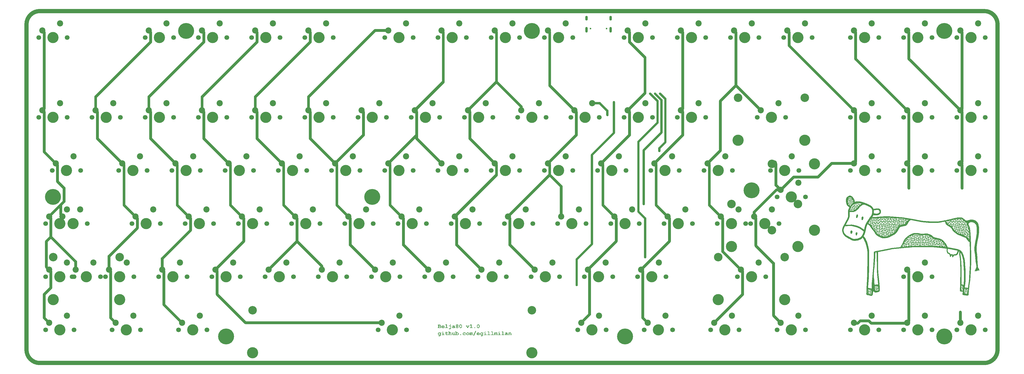
<source format=gts>
G04 #@! TF.GenerationSoftware,KiCad,Pcbnew,(7.0.0)*
G04 #@! TF.CreationDate,2023-02-27T14:14:18+01:00*
G04 #@! TF.ProjectId,Belja80,42656c6a-6138-4302-9e6b-696361645f70,1.0*
G04 #@! TF.SameCoordinates,Original*
G04 #@! TF.FileFunction,Soldermask,Top*
G04 #@! TF.FilePolarity,Negative*
%FSLAX46Y46*%
G04 Gerber Fmt 4.6, Leading zero omitted, Abs format (unit mm)*
G04 Created by KiCad (PCBNEW (7.0.0)) date 2023-02-27 14:14:18*
%MOMM*%
%LPD*%
G01*
G04 APERTURE LIST*
%ADD10C,1.500000*%
%ADD11C,0.300000*%
%ADD12C,1.700000*%
%ADD13C,4.000000*%
%ADD14C,2.200000*%
%ADD15C,5.700000*%
%ADD16C,3.050000*%
%ADD17C,0.600000*%
%ADD18O,0.900000X1.700000*%
%ADD19O,0.900000X2.000000*%
G04 APERTURE END LIST*
D10*
X38100000Y-42862500D02*
X38100000Y-159543750D01*
X42862500Y-38100000D02*
G75*
G03*
X38100000Y-42862500I0J-4762500D01*
G01*
X385762500Y-159543750D02*
X385762500Y-42862500D01*
X385762500Y-42862500D02*
G75*
G03*
X381000000Y-38100000I-4762500J0D01*
G01*
X381000000Y-164306200D02*
G75*
G03*
X385762500Y-159543750I0J4762500D01*
G01*
X42862500Y-164306250D02*
X381000000Y-164306250D01*
X381000000Y-38100000D02*
X42862500Y-38100000D01*
X38099950Y-159543750D02*
G75*
G03*
X42862500Y-164306250I4762550J50D01*
G01*
D11*
G36*
X186062668Y-150567064D02*
G01*
X186085477Y-150568198D01*
X186107708Y-150570087D01*
X186129361Y-150572732D01*
X186150436Y-150576132D01*
X186170932Y-150580288D01*
X186190850Y-150585199D01*
X186210190Y-150590867D01*
X186228952Y-150597289D01*
X186247136Y-150604468D01*
X186264741Y-150612402D01*
X186281769Y-150621092D01*
X186298218Y-150630537D01*
X186314089Y-150640738D01*
X186329382Y-150651694D01*
X186344096Y-150663407D01*
X186358071Y-150675638D01*
X186371144Y-150688153D01*
X186383316Y-150700952D01*
X186394586Y-150714034D01*
X186404954Y-150727399D01*
X186414421Y-150741047D01*
X186422986Y-150754979D01*
X186430650Y-150769194D01*
X186437412Y-150783693D01*
X186443272Y-150798475D01*
X186448231Y-150813540D01*
X186452288Y-150828889D01*
X186455444Y-150844521D01*
X186457698Y-150860436D01*
X186459050Y-150876635D01*
X186459501Y-150893117D01*
X186459083Y-150908756D01*
X186457829Y-150924166D01*
X186455740Y-150939348D01*
X186452815Y-150954300D01*
X186449054Y-150969023D01*
X186444457Y-150983517D01*
X186439025Y-150997783D01*
X186432756Y-151011819D01*
X186425635Y-151025609D01*
X186417644Y-151039136D01*
X186408782Y-151052400D01*
X186399051Y-151065400D01*
X186388449Y-151078137D01*
X186376977Y-151090610D01*
X186364636Y-151102821D01*
X186351424Y-151114767D01*
X186369736Y-151126073D01*
X186387166Y-151137732D01*
X186403713Y-151149746D01*
X186419378Y-151162114D01*
X186434161Y-151174837D01*
X186448062Y-151187913D01*
X186461081Y-151201344D01*
X186473217Y-151215128D01*
X186484471Y-151229267D01*
X186494842Y-151243761D01*
X186501267Y-151253620D01*
X186510236Y-151268710D01*
X186518324Y-151284167D01*
X186525529Y-151299991D01*
X186531852Y-151316182D01*
X186537293Y-151332740D01*
X186541851Y-151349666D01*
X186545528Y-151366958D01*
X186548321Y-151384618D01*
X186550233Y-151402644D01*
X186551262Y-151421038D01*
X186551458Y-151433504D01*
X186551143Y-151448383D01*
X186550196Y-151463068D01*
X186547952Y-151482348D01*
X186544586Y-151501285D01*
X186540098Y-151519878D01*
X186534488Y-151538127D01*
X186527756Y-151556033D01*
X186519902Y-151573596D01*
X186515555Y-151582248D01*
X186506796Y-151597987D01*
X186497465Y-151612688D01*
X186487562Y-151626352D01*
X186477086Y-151638977D01*
X186466038Y-151650566D01*
X186454418Y-151661117D01*
X186449609Y-151665047D01*
X186436054Y-151675602D01*
X186421765Y-151685655D01*
X186406745Y-151695203D01*
X186390991Y-151704248D01*
X186374504Y-151712788D01*
X186357285Y-151720826D01*
X186339334Y-151728359D01*
X186325389Y-151733678D01*
X186320649Y-151735389D01*
X186306023Y-151740234D01*
X186290720Y-151744602D01*
X186274741Y-151748494D01*
X186258087Y-151751909D01*
X186240755Y-151754848D01*
X186222748Y-151757310D01*
X186204065Y-151759296D01*
X186184705Y-151760805D01*
X186164669Y-151761838D01*
X186143957Y-151762394D01*
X186129773Y-151762500D01*
X185509518Y-151762500D01*
X185491149Y-151762047D01*
X185474141Y-151760691D01*
X185458496Y-151758429D01*
X185440856Y-151754331D01*
X185425345Y-151748820D01*
X185411962Y-151741895D01*
X185400708Y-151733557D01*
X185389752Y-151721935D01*
X185381062Y-151709050D01*
X185374639Y-151694904D01*
X185370483Y-151679495D01*
X185368594Y-151662824D01*
X185368468Y-151656987D01*
X185369627Y-151639908D01*
X185373105Y-151624117D01*
X185378901Y-151609614D01*
X185387015Y-151596399D01*
X185397448Y-151584472D01*
X185401441Y-151580783D01*
X185415287Y-151570822D01*
X185429088Y-151564096D01*
X185444947Y-151558801D01*
X185462862Y-151554937D01*
X185478676Y-151552876D01*
X185495807Y-151551731D01*
X185509518Y-151551474D01*
X185542491Y-151551474D01*
X185542491Y-151246659D01*
X185753883Y-151246659D01*
X185753883Y-151551474D01*
X186118416Y-151551474D01*
X186134237Y-151551326D01*
X186149459Y-151550884D01*
X186171172Y-151549668D01*
X186191538Y-151547789D01*
X186210559Y-151545246D01*
X186228234Y-151542040D01*
X186244562Y-151538170D01*
X186259545Y-151533638D01*
X186277428Y-151526562D01*
X186292918Y-151518308D01*
X186299766Y-151513738D01*
X186311376Y-151504209D01*
X186322710Y-151491191D01*
X186331211Y-151476448D01*
X186336878Y-151459979D01*
X186339437Y-151444936D01*
X186340066Y-151432039D01*
X186338824Y-151416314D01*
X186335097Y-151400646D01*
X186328886Y-151385036D01*
X186320191Y-151369482D01*
X186309011Y-151353986D01*
X186298996Y-151342402D01*
X186287583Y-151330849D01*
X186274773Y-151319329D01*
X186260565Y-151307841D01*
X186245119Y-151296907D01*
X186228455Y-151287049D01*
X186210575Y-151278266D01*
X186191477Y-151270558D01*
X186171162Y-151263926D01*
X186156942Y-151260102D01*
X186142182Y-151256756D01*
X186126881Y-151253888D01*
X186111038Y-151251498D01*
X186094655Y-151249586D01*
X186077730Y-151248152D01*
X186060265Y-151247196D01*
X186042259Y-151246718D01*
X186033053Y-151246659D01*
X185753883Y-151246659D01*
X185542491Y-151246659D01*
X185542491Y-150777712D01*
X185753883Y-150777712D01*
X185753883Y-151035633D01*
X185985792Y-151035633D01*
X186001198Y-151035427D01*
X186016275Y-151034808D01*
X186031022Y-151033778D01*
X186052526Y-151031460D01*
X186073290Y-151028214D01*
X186093313Y-151024041D01*
X186112596Y-151018940D01*
X186131137Y-151012912D01*
X186148939Y-151005957D01*
X186165999Y-150998075D01*
X186182319Y-150989265D01*
X186192788Y-150982876D01*
X186205840Y-150973723D01*
X186217151Y-150964031D01*
X186228843Y-150951160D01*
X186237816Y-150937449D01*
X186244070Y-150922896D01*
X186247605Y-150907503D01*
X186248475Y-150894583D01*
X186246620Y-150877422D01*
X186241056Y-150861112D01*
X186233586Y-150848169D01*
X186223539Y-150835817D01*
X186210917Y-150824055D01*
X186198964Y-150815070D01*
X186195719Y-150812883D01*
X186181654Y-150804640D01*
X186165654Y-150797496D01*
X186147719Y-150791451D01*
X186132999Y-150787639D01*
X186117189Y-150784444D01*
X186100292Y-150781868D01*
X186082306Y-150779911D01*
X186063232Y-150778571D01*
X186043069Y-150777850D01*
X186029023Y-150777712D01*
X185753883Y-150777712D01*
X185542491Y-150777712D01*
X185509518Y-150777712D01*
X185491149Y-150777260D01*
X185474141Y-150775903D01*
X185458496Y-150773642D01*
X185440856Y-150769544D01*
X185425345Y-150764032D01*
X185411962Y-150757108D01*
X185400708Y-150748770D01*
X185389752Y-150737148D01*
X185381062Y-150724263D01*
X185374639Y-150710117D01*
X185370483Y-150694708D01*
X185368594Y-150678037D01*
X185368468Y-150672199D01*
X185369602Y-150655121D01*
X185373002Y-150639330D01*
X185378669Y-150624827D01*
X185386603Y-150611612D01*
X185396804Y-150599685D01*
X185400708Y-150595996D01*
X185414468Y-150586035D01*
X185428277Y-150579309D01*
X185444214Y-150574014D01*
X185462280Y-150570150D01*
X185478265Y-150568089D01*
X185495613Y-150566944D01*
X185509518Y-150566687D01*
X186039281Y-150566687D01*
X186062668Y-150567064D01*
G37*
G36*
X187228006Y-150848220D02*
G01*
X187243835Y-150848718D01*
X187259502Y-150849548D01*
X187275005Y-150850710D01*
X187290345Y-150852205D01*
X187305522Y-150854031D01*
X187320536Y-150856189D01*
X187335386Y-150858679D01*
X187350074Y-150861501D01*
X187364598Y-150864655D01*
X187378959Y-150868141D01*
X187393157Y-150871960D01*
X187414149Y-150878309D01*
X187434773Y-150885406D01*
X187448318Y-150890553D01*
X187468028Y-150898513D01*
X187486765Y-150906597D01*
X187504530Y-150914802D01*
X187521322Y-150923130D01*
X187537142Y-150931581D01*
X187551989Y-150940153D01*
X187565864Y-150948848D01*
X187578767Y-150957666D01*
X187590697Y-150966606D01*
X187605091Y-150978716D01*
X187608419Y-150981777D01*
X187622135Y-150995400D01*
X187635394Y-151009615D01*
X187648196Y-151024423D01*
X187660540Y-151039823D01*
X187672428Y-151055816D01*
X187683857Y-151072401D01*
X187694830Y-151089578D01*
X187705346Y-151107349D01*
X187715404Y-151125711D01*
X187725005Y-151144666D01*
X187731151Y-151157632D01*
X187737044Y-151171574D01*
X187742357Y-151185921D01*
X187747090Y-151200674D01*
X187751244Y-151215832D01*
X187754818Y-151231397D01*
X187757813Y-151247367D01*
X187760228Y-151263743D01*
X187762063Y-151280524D01*
X187763319Y-151297712D01*
X187763995Y-151315305D01*
X187764124Y-151327259D01*
X187764124Y-151410790D01*
X186897673Y-151410790D01*
X186904303Y-151424349D01*
X186911828Y-151437413D01*
X186920248Y-151449980D01*
X186929564Y-151462052D01*
X186939774Y-151473628D01*
X186950880Y-151484708D01*
X186962881Y-151495292D01*
X186975777Y-151505380D01*
X186989568Y-151514973D01*
X187004255Y-151524069D01*
X187014543Y-151529858D01*
X187030795Y-151537911D01*
X187048091Y-151545173D01*
X187066430Y-151551641D01*
X187085812Y-151557318D01*
X187106238Y-151562203D01*
X187127706Y-151566296D01*
X187142599Y-151568584D01*
X187157954Y-151570520D01*
X187173774Y-151572105D01*
X187190057Y-151573337D01*
X187206804Y-151574217D01*
X187224014Y-151574745D01*
X187241689Y-151574921D01*
X187256691Y-151574726D01*
X187272297Y-151574142D01*
X187288507Y-151573169D01*
X187305322Y-151571807D01*
X187322740Y-151570055D01*
X187340762Y-151567914D01*
X187359388Y-151565384D01*
X187378617Y-151562465D01*
X187398451Y-151559156D01*
X187418889Y-151555458D01*
X187439930Y-151551371D01*
X187461576Y-151546894D01*
X187483825Y-151542028D01*
X187506679Y-151536773D01*
X187530136Y-151531129D01*
X187554197Y-151525095D01*
X187568807Y-151521429D01*
X187586933Y-151517101D01*
X187603514Y-151513415D01*
X187618549Y-151510369D01*
X187635170Y-151507464D01*
X187651927Y-151505300D01*
X187665206Y-151504579D01*
X187680653Y-151505635D01*
X187695122Y-151508804D01*
X187710764Y-151515170D01*
X187725075Y-151524411D01*
X187736280Y-151534621D01*
X187746116Y-151546290D01*
X187753917Y-151559041D01*
X187759683Y-151572875D01*
X187763414Y-151587790D01*
X187765110Y-151603786D01*
X187765223Y-151609359D01*
X187764141Y-151624309D01*
X187760144Y-151640643D01*
X187753202Y-151655784D01*
X187743314Y-151669734D01*
X187734449Y-151678968D01*
X187722250Y-151688437D01*
X187706353Y-151697790D01*
X187692004Y-151704731D01*
X187675574Y-151711606D01*
X187657065Y-151718418D01*
X187636475Y-151725165D01*
X187621593Y-151729627D01*
X187605786Y-151734060D01*
X187589055Y-151738465D01*
X187571399Y-151742842D01*
X187552819Y-151747189D01*
X187533315Y-151751509D01*
X187513396Y-151755679D01*
X187493576Y-151759580D01*
X187473852Y-151763212D01*
X187454226Y-151766575D01*
X187434697Y-151769669D01*
X187415265Y-151772494D01*
X187395931Y-151775050D01*
X187376694Y-151777337D01*
X187357554Y-151779355D01*
X187338512Y-151781104D01*
X187319567Y-151782584D01*
X187300719Y-151783794D01*
X187281969Y-151784736D01*
X187263316Y-151785409D01*
X187244760Y-151785812D01*
X187226301Y-151785947D01*
X187210578Y-151785816D01*
X187195052Y-151785422D01*
X187179723Y-151784765D01*
X187164592Y-151783846D01*
X187149658Y-151782664D01*
X187134922Y-151781220D01*
X187106042Y-151777543D01*
X187077952Y-151772816D01*
X187050653Y-151767039D01*
X187024143Y-151760211D01*
X186998423Y-151752333D01*
X186973493Y-151743404D01*
X186949353Y-151733425D01*
X186926003Y-151722395D01*
X186903443Y-151710315D01*
X186881673Y-151697185D01*
X186860693Y-151683004D01*
X186840503Y-151667773D01*
X186821103Y-151651491D01*
X186802691Y-151634397D01*
X186785468Y-151616818D01*
X186769432Y-151598756D01*
X186754585Y-151580210D01*
X186740925Y-151561181D01*
X186728452Y-151541668D01*
X186717168Y-151521671D01*
X186707072Y-151501190D01*
X186698163Y-151480226D01*
X186690442Y-151458778D01*
X186683909Y-151436846D01*
X186678564Y-151414431D01*
X186674407Y-151391531D01*
X186671437Y-151368148D01*
X186669655Y-151344282D01*
X186669061Y-151319931D01*
X186669702Y-151294087D01*
X186671626Y-151268852D01*
X186674832Y-151244227D01*
X186678760Y-151223211D01*
X186903901Y-151223211D01*
X187530384Y-151223211D01*
X187521052Y-151208122D01*
X187511193Y-151193768D01*
X187500805Y-151180147D01*
X187489889Y-151167261D01*
X187478445Y-151155108D01*
X187466473Y-151143690D01*
X187453973Y-151133006D01*
X187440945Y-151123056D01*
X187427389Y-151113841D01*
X187413305Y-151105359D01*
X187403622Y-151100113D01*
X187388661Y-151092780D01*
X187373178Y-151086168D01*
X187357173Y-151080278D01*
X187340647Y-151075109D01*
X187323599Y-151070661D01*
X187306030Y-151066934D01*
X187287939Y-151063929D01*
X187269326Y-151061645D01*
X187250192Y-151060082D01*
X187230536Y-151059240D01*
X187217142Y-151059080D01*
X187197335Y-151059441D01*
X187178030Y-151060523D01*
X187159227Y-151062326D01*
X187140927Y-151064850D01*
X187123129Y-151068096D01*
X187105833Y-151072063D01*
X187089040Y-151076751D01*
X187072749Y-151082161D01*
X187056960Y-151088292D01*
X187041674Y-151095144D01*
X187031762Y-151100113D01*
X187017316Y-151108105D01*
X187003379Y-151116831D01*
X186989950Y-151126291D01*
X186977031Y-151136486D01*
X186964620Y-151147415D01*
X186952717Y-151159078D01*
X186941324Y-151171475D01*
X186930439Y-151184606D01*
X186920063Y-151198471D01*
X186910196Y-151213070D01*
X186903901Y-151223211D01*
X186678760Y-151223211D01*
X186679320Y-151220212D01*
X186685090Y-151196806D01*
X186692142Y-151174010D01*
X186700477Y-151151823D01*
X186710094Y-151130246D01*
X186720993Y-151109279D01*
X186733175Y-151088922D01*
X186746639Y-151069174D01*
X186761385Y-151050035D01*
X186777414Y-151031507D01*
X186794724Y-151013588D01*
X186813317Y-150996279D01*
X186833193Y-150979579D01*
X186853949Y-150963652D01*
X186875095Y-150948753D01*
X186896631Y-150934881D01*
X186918555Y-150922037D01*
X186940869Y-150910220D01*
X186963572Y-150899431D01*
X186986665Y-150889670D01*
X187010146Y-150880935D01*
X187034017Y-150873229D01*
X187058278Y-150866550D01*
X187082927Y-150860898D01*
X187107966Y-150856275D01*
X187133394Y-150852678D01*
X187159211Y-150850109D01*
X187185417Y-150848568D01*
X187212013Y-150848054D01*
X187228006Y-150848220D01*
G37*
G36*
X188600167Y-150472897D02*
G01*
X188600167Y-151551474D01*
X188853325Y-151551474D01*
X188871775Y-151551932D01*
X188888840Y-151553306D01*
X188904519Y-151555595D01*
X188922170Y-151559745D01*
X188937656Y-151565327D01*
X188950978Y-151572339D01*
X188962135Y-151580783D01*
X188973216Y-151592280D01*
X188982005Y-151605066D01*
X188988501Y-151619139D01*
X188992704Y-151634501D01*
X188994614Y-151651151D01*
X188994742Y-151656987D01*
X188993595Y-151674078D01*
X188990156Y-151689908D01*
X188984425Y-151704475D01*
X188976401Y-151717780D01*
X188966084Y-151729823D01*
X188962135Y-151733557D01*
X188948487Y-151743393D01*
X188934732Y-151750035D01*
X188918813Y-151755264D01*
X188900729Y-151759080D01*
X188884703Y-151761115D01*
X188867292Y-151762245D01*
X188853325Y-151762500D01*
X188135251Y-151762500D01*
X188116881Y-151762047D01*
X188099874Y-151760691D01*
X188084229Y-151758429D01*
X188066589Y-151754331D01*
X188051078Y-151748820D01*
X188037695Y-151741895D01*
X188026441Y-151733557D01*
X188015484Y-151721935D01*
X188006795Y-151709050D01*
X188000372Y-151694904D01*
X187996216Y-151679495D01*
X187994327Y-151662824D01*
X187994201Y-151656987D01*
X187995334Y-151639908D01*
X187998735Y-151624117D01*
X188004402Y-151609614D01*
X188012336Y-151596399D01*
X188022537Y-151584472D01*
X188026441Y-151580783D01*
X188040201Y-151570822D01*
X188054010Y-151564096D01*
X188069947Y-151558801D01*
X188088013Y-151554937D01*
X188103998Y-151552876D01*
X188121346Y-151551731D01*
X188135251Y-151551474D01*
X188388775Y-151551474D01*
X188388775Y-150683923D01*
X188218782Y-150683923D01*
X188200664Y-150683471D01*
X188183863Y-150682114D01*
X188168379Y-150679853D01*
X188150874Y-150675755D01*
X188135427Y-150670243D01*
X188122037Y-150663318D01*
X188110705Y-150654980D01*
X188099499Y-150643358D01*
X188090612Y-150630474D01*
X188084043Y-150616327D01*
X188079793Y-150600919D01*
X188077861Y-150584248D01*
X188077732Y-150578410D01*
X188078865Y-150561331D01*
X188082266Y-150545540D01*
X188087933Y-150531038D01*
X188095867Y-150517823D01*
X188106068Y-150505896D01*
X188109972Y-150502206D01*
X188123732Y-150492246D01*
X188137541Y-150485520D01*
X188153478Y-150480225D01*
X188171544Y-150476361D01*
X188187529Y-150474300D01*
X188204877Y-150473155D01*
X188218782Y-150472897D01*
X188600167Y-150472897D01*
G37*
G36*
X189967439Y-150472897D02*
G01*
X189967439Y-150683923D01*
X189715014Y-150683923D01*
X189715014Y-150472897D01*
X189967439Y-150472897D01*
G37*
G36*
X189880977Y-151082527D02*
G01*
X189450133Y-151082527D01*
X189431763Y-151082075D01*
X189414755Y-151080718D01*
X189399111Y-151078457D01*
X189381470Y-151074359D01*
X189365959Y-151068847D01*
X189352576Y-151061923D01*
X189341322Y-151053585D01*
X189330366Y-151041963D01*
X189321676Y-151029078D01*
X189315253Y-151014932D01*
X189311097Y-150999523D01*
X189309208Y-150982852D01*
X189309082Y-150977015D01*
X189310216Y-150959936D01*
X189313616Y-150944145D01*
X189319283Y-150929642D01*
X189327217Y-150916427D01*
X189337418Y-150904500D01*
X189341322Y-150900811D01*
X189355082Y-150890850D01*
X189368891Y-150884124D01*
X189384828Y-150878829D01*
X189402894Y-150874965D01*
X189418880Y-150872904D01*
X189436227Y-150871759D01*
X189450133Y-150871502D01*
X190092003Y-150871502D01*
X190092003Y-151789610D01*
X190091591Y-151808888D01*
X190090354Y-151827701D01*
X190088293Y-151846051D01*
X190085408Y-151863937D01*
X190081699Y-151881359D01*
X190077165Y-151898318D01*
X190071807Y-151914813D01*
X190065625Y-151930844D01*
X190058618Y-151946412D01*
X190050787Y-151961515D01*
X190045108Y-151971327D01*
X190035874Y-151985700D01*
X190025758Y-151999693D01*
X190014760Y-152013306D01*
X190002879Y-152026539D01*
X189990116Y-152039393D01*
X189976471Y-152051866D01*
X189961943Y-152063959D01*
X189946533Y-152075672D01*
X189930241Y-152087006D01*
X189913067Y-152097959D01*
X189901127Y-152105050D01*
X189882776Y-152115068D01*
X189863994Y-152124100D01*
X189844780Y-152132146D01*
X189825135Y-152139208D01*
X189805058Y-152145284D01*
X189784550Y-152150375D01*
X189763610Y-152154480D01*
X189742239Y-152157600D01*
X189720437Y-152159735D01*
X189705662Y-152160611D01*
X189690695Y-152161049D01*
X189683140Y-152161104D01*
X189443904Y-152161104D01*
X189425535Y-152160646D01*
X189408527Y-152159272D01*
X189392882Y-152156982D01*
X189375242Y-152152832D01*
X189359731Y-152147251D01*
X189346348Y-152140238D01*
X189335094Y-152131795D01*
X189324138Y-152120198D01*
X189315448Y-152107391D01*
X189309025Y-152093374D01*
X189304869Y-152078145D01*
X189302980Y-152061706D01*
X189302854Y-152055957D01*
X189303988Y-152038866D01*
X189307388Y-152023036D01*
X189313055Y-152008469D01*
X189320989Y-151995164D01*
X189331190Y-151983121D01*
X189335094Y-151979387D01*
X189348854Y-151969427D01*
X189362663Y-151962700D01*
X189378600Y-151957405D01*
X189396666Y-151953541D01*
X189412651Y-151951480D01*
X189429999Y-151950336D01*
X189443904Y-151950078D01*
X189676912Y-151950078D01*
X189694667Y-151949656D01*
X189711662Y-151948391D01*
X189727897Y-151946282D01*
X189743373Y-151943329D01*
X189758088Y-151939533D01*
X189772044Y-151934892D01*
X189789469Y-151927393D01*
X189805543Y-151918395D01*
X189820266Y-151907896D01*
X189827121Y-151902084D01*
X189839744Y-151889782D01*
X189850683Y-151876691D01*
X189859940Y-151862809D01*
X189867513Y-151848137D01*
X189873403Y-151832675D01*
X189877611Y-151816424D01*
X189880135Y-151799382D01*
X189880977Y-151781550D01*
X189880977Y-151082527D01*
G37*
G36*
X191026300Y-150848365D02*
G01*
X191049862Y-150849296D01*
X191072737Y-150850849D01*
X191094925Y-150853023D01*
X191116426Y-150855818D01*
X191137240Y-150859234D01*
X191157367Y-150863271D01*
X191176807Y-150867930D01*
X191195561Y-150873209D01*
X191213627Y-150879109D01*
X191231006Y-150885631D01*
X191247699Y-150892774D01*
X191263704Y-150900537D01*
X191279023Y-150908922D01*
X191293655Y-150917928D01*
X191307599Y-150927555D01*
X191320776Y-150937721D01*
X191333102Y-150948341D01*
X191344578Y-150959416D01*
X191355204Y-150970947D01*
X191364980Y-150982932D01*
X191373906Y-150995373D01*
X191381981Y-151008269D01*
X191389207Y-151021619D01*
X191395583Y-151035425D01*
X191401108Y-151049686D01*
X191405784Y-151064402D01*
X191409609Y-151079574D01*
X191412584Y-151095200D01*
X191414709Y-151111281D01*
X191415985Y-151127818D01*
X191416410Y-151144809D01*
X191416410Y-151551474D01*
X191452313Y-151551474D01*
X191470683Y-151551932D01*
X191487690Y-151553306D01*
X191503335Y-151555595D01*
X191520975Y-151559745D01*
X191536487Y-151565327D01*
X191549870Y-151572339D01*
X191561123Y-151580783D01*
X191572205Y-151592280D01*
X191580993Y-151605066D01*
X191587489Y-151619139D01*
X191591692Y-151634501D01*
X191593603Y-151651151D01*
X191593730Y-151656987D01*
X191592584Y-151674078D01*
X191589145Y-151689908D01*
X191583413Y-151704475D01*
X191575389Y-151717780D01*
X191565072Y-151729823D01*
X191561123Y-151733557D01*
X191547363Y-151743393D01*
X191533555Y-151750035D01*
X191517618Y-151755264D01*
X191499552Y-151759080D01*
X191483566Y-151761115D01*
X191466218Y-151762245D01*
X191452313Y-151762500D01*
X191205017Y-151762500D01*
X191205017Y-151645263D01*
X191189966Y-151658143D01*
X191174625Y-151670405D01*
X191158994Y-151682048D01*
X191143073Y-151693073D01*
X191126863Y-151703481D01*
X191110362Y-151713269D01*
X191093572Y-151722440D01*
X191076492Y-151730992D01*
X191059122Y-151738926D01*
X191041463Y-151746242D01*
X191029529Y-151750776D01*
X191011755Y-151757061D01*
X190994289Y-151762728D01*
X190977133Y-151767777D01*
X190960286Y-151772208D01*
X190943748Y-151776021D01*
X190927519Y-151779215D01*
X190911600Y-151781791D01*
X190895989Y-151783749D01*
X190880688Y-151785088D01*
X190865695Y-151785809D01*
X190855872Y-151785947D01*
X190834828Y-151785618D01*
X190814284Y-151784630D01*
X190794241Y-151782984D01*
X190774700Y-151780680D01*
X190755659Y-151777718D01*
X190737119Y-151774097D01*
X190719080Y-151769818D01*
X190701541Y-151764881D01*
X190684504Y-151759285D01*
X190667967Y-151753031D01*
X190651932Y-151746119D01*
X190636397Y-151738548D01*
X190621363Y-151730320D01*
X190606830Y-151721432D01*
X190592798Y-151711887D01*
X190579267Y-151701683D01*
X190566446Y-151691034D01*
X190554452Y-151680245D01*
X190543285Y-151669316D01*
X190532945Y-151658246D01*
X190523432Y-151647036D01*
X190510715Y-151629958D01*
X190499858Y-151612565D01*
X190490862Y-151594856D01*
X190483728Y-151576832D01*
X190478454Y-151558491D01*
X190475042Y-151539836D01*
X190473491Y-151520865D01*
X190473388Y-151514471D01*
X190473651Y-151506777D01*
X190692107Y-151506777D01*
X190694827Y-151521224D01*
X190702984Y-151533882D01*
X190714975Y-151543745D01*
X190719951Y-151546711D01*
X190733375Y-151553323D01*
X190748001Y-151559053D01*
X190763829Y-151563901D01*
X190780859Y-151567868D01*
X190799091Y-151570954D01*
X190818526Y-151573158D01*
X190833891Y-151574232D01*
X190849932Y-151574811D01*
X190861001Y-151574921D01*
X190880367Y-151574537D01*
X190895305Y-151573746D01*
X190910596Y-151572524D01*
X190926242Y-151570870D01*
X190942243Y-151568784D01*
X190958597Y-151566267D01*
X190975306Y-151563319D01*
X190992368Y-151559939D01*
X191009785Y-151556128D01*
X191027556Y-151551885D01*
X191033559Y-151550375D01*
X191051438Y-151545549D01*
X191068945Y-151540414D01*
X191086077Y-151534970D01*
X191102836Y-151529217D01*
X191119222Y-151523155D01*
X191135234Y-151516784D01*
X191150872Y-151510103D01*
X191166137Y-151503114D01*
X191181028Y-151495815D01*
X191195546Y-151488207D01*
X191205017Y-151482964D01*
X191205017Y-151407859D01*
X191189249Y-151405374D01*
X191173636Y-151403050D01*
X191158177Y-151400887D01*
X191142873Y-151398883D01*
X191127723Y-151397040D01*
X191112728Y-151395357D01*
X191097887Y-151393834D01*
X191083201Y-151392472D01*
X191061462Y-151390728D01*
X191040070Y-151389346D01*
X191019027Y-151388324D01*
X190998331Y-151387663D01*
X190977982Y-151387363D01*
X190971277Y-151387342D01*
X190955299Y-151387546D01*
X190939604Y-151388155D01*
X190924192Y-151389171D01*
X190909064Y-151390594D01*
X190894219Y-151392423D01*
X190879657Y-151394658D01*
X190858346Y-151398773D01*
X190837673Y-151403803D01*
X190817637Y-151409747D01*
X190798239Y-151416606D01*
X190779478Y-151424379D01*
X190761355Y-151433066D01*
X190749627Y-151439366D01*
X190736146Y-151447712D01*
X190721822Y-151458177D01*
X190710307Y-151468678D01*
X190700196Y-151481326D01*
X190693512Y-151496148D01*
X190692107Y-151506777D01*
X190473651Y-151506777D01*
X190473917Y-151498971D01*
X190475506Y-151483610D01*
X190478154Y-151468391D01*
X190481860Y-151453311D01*
X190486626Y-151438372D01*
X190492450Y-151423572D01*
X190499334Y-151408914D01*
X190507277Y-151394395D01*
X190516278Y-151380017D01*
X190526339Y-151365779D01*
X190537459Y-151351681D01*
X190549637Y-151337723D01*
X190562875Y-151323906D01*
X190577172Y-151310229D01*
X190592528Y-151296692D01*
X190608943Y-151283295D01*
X190626291Y-151270341D01*
X190644446Y-151258222D01*
X190663408Y-151246939D01*
X190683177Y-151236492D01*
X190703754Y-151226881D01*
X190725137Y-151218105D01*
X190747328Y-151210165D01*
X190770326Y-151203061D01*
X190794131Y-151196793D01*
X190818744Y-151191360D01*
X190844163Y-151186764D01*
X190870389Y-151183003D01*
X190897423Y-151180078D01*
X190925264Y-151177988D01*
X190953912Y-151176735D01*
X190983367Y-151176317D01*
X191001625Y-151176497D01*
X191020406Y-151177038D01*
X191039707Y-151177940D01*
X191059531Y-151179202D01*
X191079876Y-151180825D01*
X191100742Y-151182808D01*
X191122131Y-151185152D01*
X191136679Y-151186915D01*
X191151460Y-151188839D01*
X191166472Y-151190923D01*
X191181716Y-151193167D01*
X191197192Y-151195571D01*
X191205017Y-151196833D01*
X191205017Y-151152869D01*
X191203588Y-151137886D01*
X191198306Y-151121772D01*
X191190681Y-151109132D01*
X191180197Y-151097575D01*
X191166853Y-151087099D01*
X191164351Y-151085458D01*
X191149845Y-151077859D01*
X191135651Y-151072707D01*
X191119156Y-151068379D01*
X191100360Y-151064876D01*
X191084753Y-151062790D01*
X191067851Y-151061167D01*
X191049655Y-151060007D01*
X191030164Y-151059312D01*
X191009379Y-151059080D01*
X190991304Y-151059383D01*
X190972250Y-151060291D01*
X190952217Y-151061804D01*
X190931206Y-151063923D01*
X190916654Y-151065672D01*
X190901668Y-151067690D01*
X190886246Y-151069977D01*
X190870389Y-151072533D01*
X190854098Y-151075358D01*
X190837371Y-151078452D01*
X190820209Y-151081815D01*
X190802612Y-151085447D01*
X190784580Y-151089348D01*
X190766113Y-151093518D01*
X190749319Y-151097107D01*
X190733741Y-151100087D01*
X190716654Y-151102861D01*
X190701318Y-151104758D01*
X190685640Y-151105865D01*
X190679651Y-151105975D01*
X190664178Y-151104919D01*
X190649632Y-151101750D01*
X190633834Y-151095384D01*
X190621297Y-151087639D01*
X190609688Y-151077781D01*
X190607844Y-151075933D01*
X190597883Y-151064088D01*
X190589983Y-151051083D01*
X190584144Y-151036919D01*
X190580366Y-151021596D01*
X190578649Y-151005114D01*
X190578534Y-150999363D01*
X190579536Y-150983592D01*
X190582952Y-150967897D01*
X190588793Y-150953934D01*
X190596841Y-150941493D01*
X190607892Y-150929996D01*
X190617735Y-150922793D01*
X190631404Y-150915821D01*
X190646403Y-150909878D01*
X190662302Y-150904421D01*
X190677695Y-150899618D01*
X190695038Y-150894583D01*
X190709764Y-150890676D01*
X190724542Y-150886923D01*
X190739371Y-150883325D01*
X190754252Y-150879882D01*
X190769184Y-150876593D01*
X190784168Y-150873459D01*
X190799203Y-150870480D01*
X190814290Y-150867655D01*
X190829428Y-150864984D01*
X190844618Y-150862468D01*
X190854773Y-150860877D01*
X190869888Y-150858585D01*
X190884732Y-150856519D01*
X190899306Y-150854679D01*
X190918317Y-150852575D01*
X190936847Y-150850872D01*
X190954896Y-150849569D01*
X190972464Y-150848668D01*
X190989552Y-150848167D01*
X191002052Y-150848054D01*
X191026300Y-150848365D01*
G37*
G36*
X192300906Y-150449889D02*
G01*
X192324266Y-150451207D01*
X192347079Y-150453404D01*
X192369346Y-150456480D01*
X192391066Y-150460434D01*
X192412239Y-150465267D01*
X192432866Y-150470978D01*
X192452946Y-150477568D01*
X192472479Y-150485037D01*
X192491465Y-150493385D01*
X192509905Y-150502611D01*
X192527798Y-150512716D01*
X192545145Y-150523700D01*
X192561945Y-150535563D01*
X192578198Y-150548304D01*
X192593904Y-150561924D01*
X192608900Y-150576106D01*
X192622927Y-150590626D01*
X192635988Y-150605484D01*
X192648080Y-150620679D01*
X192659206Y-150636213D01*
X192669364Y-150652084D01*
X192678555Y-150668292D01*
X192686778Y-150684839D01*
X192694033Y-150701723D01*
X192700322Y-150718945D01*
X192705643Y-150736505D01*
X192709996Y-150754402D01*
X192713382Y-150772638D01*
X192715801Y-150791211D01*
X192717252Y-150810121D01*
X192717735Y-150829370D01*
X192717423Y-150844271D01*
X192716486Y-150859024D01*
X192714924Y-150873629D01*
X192711870Y-150892871D01*
X192707706Y-150911851D01*
X192702431Y-150930567D01*
X192696045Y-150949019D01*
X192690527Y-150962686D01*
X192684385Y-150976205D01*
X192682198Y-150980678D01*
X192675213Y-150993927D01*
X192667584Y-151007022D01*
X192659310Y-151019962D01*
X192650393Y-151032748D01*
X192640832Y-151045379D01*
X192630627Y-151057855D01*
X192619777Y-151070177D01*
X192608284Y-151082344D01*
X192596147Y-151094357D01*
X192583366Y-151106215D01*
X192574487Y-151114035D01*
X192589380Y-151125377D01*
X192603557Y-151137008D01*
X192617020Y-151148930D01*
X192629768Y-151161141D01*
X192641801Y-151173642D01*
X192653119Y-151186433D01*
X192663723Y-151199514D01*
X192673611Y-151212884D01*
X192682785Y-151226545D01*
X192691244Y-151240495D01*
X192696486Y-151249956D01*
X192703819Y-151264311D01*
X192710431Y-151278936D01*
X192716322Y-151293832D01*
X192721491Y-151308998D01*
X192725939Y-151324434D01*
X192729665Y-151340142D01*
X192732671Y-151356119D01*
X192734955Y-151372367D01*
X192736517Y-151388886D01*
X192737359Y-151405675D01*
X192737519Y-151417018D01*
X192737062Y-151435836D01*
X192735690Y-151454370D01*
X192733404Y-151472621D01*
X192730203Y-151490589D01*
X192726088Y-151508273D01*
X192721058Y-151525674D01*
X192715114Y-151542791D01*
X192708256Y-151559625D01*
X192700483Y-151576176D01*
X192691795Y-151592444D01*
X192685495Y-151603131D01*
X192675219Y-151618687D01*
X192663900Y-151633618D01*
X192651537Y-151647924D01*
X192638131Y-151661606D01*
X192623682Y-151674663D01*
X192608190Y-151687096D01*
X192591654Y-151698903D01*
X192574075Y-151710087D01*
X192555453Y-151720645D01*
X192535787Y-151730579D01*
X192522097Y-151736854D01*
X192508079Y-151742799D01*
X192493870Y-151748360D01*
X192479468Y-151753538D01*
X192464875Y-151758332D01*
X192450091Y-151762743D01*
X192435114Y-151766770D01*
X192419946Y-151770414D01*
X192404586Y-151773674D01*
X192389034Y-151776550D01*
X192373290Y-151779043D01*
X192357355Y-151781153D01*
X192341227Y-151782879D01*
X192324909Y-151784221D01*
X192308398Y-151785180D01*
X192291695Y-151785755D01*
X192274801Y-151785947D01*
X192257914Y-151785755D01*
X192241233Y-151785180D01*
X192224758Y-151784221D01*
X192208489Y-151782879D01*
X192192426Y-151781153D01*
X192176570Y-151779043D01*
X192160919Y-151776550D01*
X192145474Y-151773674D01*
X192130236Y-151770414D01*
X192115204Y-151766770D01*
X192100377Y-151762743D01*
X192085757Y-151758332D01*
X192071343Y-151753538D01*
X192057135Y-151748360D01*
X192043133Y-151742799D01*
X192029337Y-151736854D01*
X192015913Y-151730576D01*
X191996615Y-151720627D01*
X191978321Y-151710041D01*
X191961032Y-151698817D01*
X191944747Y-151686955D01*
X191929467Y-151674457D01*
X191915192Y-151661320D01*
X191901921Y-151647546D01*
X191889655Y-151633134D01*
X191878393Y-151618085D01*
X191868137Y-151602398D01*
X191858840Y-151586264D01*
X191850457Y-151569872D01*
X191842989Y-151553222D01*
X191836435Y-151536315D01*
X191830795Y-151519151D01*
X191826071Y-151501728D01*
X191822260Y-151484048D01*
X191819364Y-151466111D01*
X191817383Y-151447916D01*
X191816316Y-151429463D01*
X191816244Y-151425078D01*
X192027505Y-151425078D01*
X192028467Y-151439864D01*
X192032374Y-151457687D01*
X192037663Y-151471417D01*
X192044876Y-151484678D01*
X192054012Y-151497469D01*
X192065072Y-151509791D01*
X192078055Y-151521643D01*
X192089054Y-151530225D01*
X192105529Y-151540700D01*
X192119193Y-151547640D01*
X192133977Y-151553795D01*
X192149882Y-151559164D01*
X192166907Y-151563747D01*
X192185053Y-151567544D01*
X192204319Y-151570556D01*
X192224706Y-151572782D01*
X192246213Y-151574223D01*
X192261174Y-151574746D01*
X192276633Y-151574921D01*
X192292222Y-151574746D01*
X192307299Y-151574223D01*
X192328953Y-151572782D01*
X192349455Y-151570556D01*
X192368804Y-151567544D01*
X192387000Y-151563747D01*
X192404044Y-151559164D01*
X192419934Y-151553795D01*
X192434672Y-151547640D01*
X192448257Y-151540700D01*
X192464578Y-151530225D01*
X192479003Y-151518696D01*
X192491506Y-151506640D01*
X192502084Y-151494058D01*
X192510740Y-151480949D01*
X192517472Y-151467313D01*
X192522280Y-151453151D01*
X192525165Y-151438462D01*
X192526127Y-151423246D01*
X192525005Y-151404338D01*
X192521639Y-151385900D01*
X192516029Y-151367931D01*
X192508175Y-151350431D01*
X192500812Y-151337615D01*
X192492187Y-151325062D01*
X192482299Y-151312773D01*
X192471149Y-151300749D01*
X192458737Y-151288988D01*
X192454320Y-151285127D01*
X192440618Y-151274062D01*
X192426306Y-151264085D01*
X192411381Y-151255197D01*
X192395844Y-151247397D01*
X192379696Y-151240686D01*
X192362936Y-151235062D01*
X192345564Y-151230527D01*
X192327580Y-151227081D01*
X192308985Y-151224723D01*
X192289778Y-151223453D01*
X192276633Y-151223211D01*
X192257080Y-151223755D01*
X192238126Y-151225388D01*
X192219771Y-151228109D01*
X192202015Y-151231918D01*
X192184858Y-151236816D01*
X192168299Y-151242802D01*
X192152340Y-151249876D01*
X192136979Y-151258039D01*
X192122218Y-151267290D01*
X192108055Y-151277629D01*
X192098946Y-151285127D01*
X192086179Y-151296815D01*
X192074667Y-151308800D01*
X192064412Y-151321081D01*
X192055412Y-151333659D01*
X192047668Y-151346532D01*
X192041179Y-151359702D01*
X192034482Y-151377723D01*
X192030017Y-151396270D01*
X192027784Y-151415344D01*
X192027505Y-151425078D01*
X191816244Y-151425078D01*
X191816113Y-151417018D01*
X191816470Y-151400049D01*
X191817543Y-151383350D01*
X191819330Y-151366921D01*
X191821832Y-151350763D01*
X191825048Y-151334876D01*
X191828980Y-151319259D01*
X191833627Y-151303912D01*
X191838988Y-151288836D01*
X191845064Y-151274031D01*
X191851855Y-151259496D01*
X191856779Y-151249956D01*
X191864765Y-151235813D01*
X191873472Y-151221959D01*
X191882900Y-151208395D01*
X191893049Y-151195121D01*
X191903920Y-151182137D01*
X191915512Y-151169443D01*
X191927825Y-151157039D01*
X191940860Y-151144924D01*
X191954616Y-151133099D01*
X191969093Y-151121564D01*
X191979145Y-151114035D01*
X191966124Y-151102083D01*
X191953716Y-151089996D01*
X191941919Y-151077774D01*
X191930733Y-151065417D01*
X191920160Y-151052925D01*
X191910198Y-151040297D01*
X191900849Y-151027534D01*
X191892111Y-151014636D01*
X191883984Y-151001602D01*
X191876470Y-150988433D01*
X191871800Y-150979579D01*
X191865384Y-150966182D01*
X191859599Y-150952643D01*
X191852867Y-150934370D01*
X191847257Y-150915846D01*
X191842769Y-150897070D01*
X191839403Y-150878042D01*
X191837159Y-150858762D01*
X191836212Y-150844137D01*
X191836038Y-150835964D01*
X192046922Y-150835964D01*
X192047878Y-150854025D01*
X192050746Y-150871387D01*
X192055526Y-150888051D01*
X192062218Y-150904016D01*
X192070822Y-150919284D01*
X192081338Y-150933852D01*
X192093766Y-150947723D01*
X192108105Y-150960894D01*
X192120029Y-150970061D01*
X192132719Y-150978325D01*
X192146175Y-150985688D01*
X192160398Y-150992150D01*
X192175387Y-150997710D01*
X192191143Y-151002368D01*
X192207664Y-151006125D01*
X192224953Y-151008980D01*
X192243007Y-151010933D01*
X192261828Y-151011985D01*
X192274801Y-151012185D01*
X192293933Y-151011735D01*
X192312312Y-151010382D01*
X192329937Y-151008128D01*
X192346809Y-151004973D01*
X192362927Y-151000915D01*
X192378292Y-150995957D01*
X192392903Y-150990096D01*
X192406761Y-150983334D01*
X192419865Y-150975671D01*
X192432216Y-150967105D01*
X192440031Y-150960894D01*
X192451031Y-150951081D01*
X192464014Y-150937385D01*
X192475074Y-150922991D01*
X192484210Y-150907899D01*
X192491423Y-150892108D01*
X192496712Y-150875619D01*
X192500078Y-150858431D01*
X192501520Y-150840545D01*
X192501581Y-150835964D01*
X192500619Y-150818075D01*
X192497734Y-150800862D01*
X192492925Y-150784324D01*
X192486193Y-150768462D01*
X192477538Y-150753275D01*
X192466959Y-150738763D01*
X192454457Y-150724927D01*
X192440031Y-150711767D01*
X192428183Y-150702601D01*
X192415581Y-150694336D01*
X192402225Y-150686973D01*
X192388116Y-150680511D01*
X192373254Y-150674951D01*
X192357638Y-150670293D01*
X192341269Y-150666537D01*
X192324146Y-150663681D01*
X192306269Y-150661728D01*
X192287640Y-150660676D01*
X192274801Y-150660476D01*
X192255469Y-150660927D01*
X192236904Y-150662279D01*
X192219105Y-150664533D01*
X192202072Y-150667689D01*
X192185806Y-150671746D01*
X192170306Y-150676705D01*
X192155572Y-150682565D01*
X192141605Y-150689327D01*
X192128404Y-150696991D01*
X192115969Y-150705556D01*
X192108105Y-150711767D01*
X192097171Y-150721574D01*
X192084266Y-150735241D01*
X192073272Y-150749584D01*
X192064190Y-150764602D01*
X192057020Y-150780295D01*
X192051762Y-150796664D01*
X192048416Y-150813709D01*
X192046982Y-150831429D01*
X192046922Y-150835964D01*
X191836038Y-150835964D01*
X191835897Y-150829370D01*
X191836379Y-150810121D01*
X191837826Y-150791211D01*
X191840237Y-150772638D01*
X191843613Y-150754402D01*
X191847954Y-150736505D01*
X191853259Y-150718945D01*
X191859529Y-150701723D01*
X191866763Y-150684839D01*
X191874962Y-150668292D01*
X191884125Y-150652084D01*
X191894253Y-150636213D01*
X191905346Y-150620679D01*
X191917403Y-150605484D01*
X191930424Y-150590626D01*
X191944411Y-150576106D01*
X191959361Y-150561924D01*
X191975114Y-150548304D01*
X191991413Y-150535563D01*
X192008258Y-150523700D01*
X192025650Y-150512716D01*
X192043589Y-150502611D01*
X192062075Y-150493385D01*
X192081107Y-150485037D01*
X192100686Y-150477568D01*
X192120812Y-150470978D01*
X192141485Y-150465267D01*
X192162704Y-150460434D01*
X192184469Y-150456480D01*
X192206782Y-150453404D01*
X192229641Y-150451207D01*
X192253047Y-150449889D01*
X192276999Y-150449450D01*
X192300906Y-150449889D01*
G37*
G36*
X193549689Y-150449657D02*
G01*
X193565079Y-150450280D01*
X193580166Y-150451318D01*
X193594949Y-150452770D01*
X193616555Y-150455727D01*
X193637479Y-150459618D01*
X193657720Y-150464443D01*
X193677278Y-150470201D01*
X193696153Y-150476893D01*
X193714346Y-150484519D01*
X193731857Y-150493079D01*
X193748685Y-150502573D01*
X193765166Y-150513335D01*
X193781498Y-150525701D01*
X193797683Y-150539670D01*
X193808391Y-150549874D01*
X193819033Y-150560791D01*
X193829608Y-150572420D01*
X193840119Y-150584762D01*
X193850563Y-150597816D01*
X193860941Y-150611584D01*
X193871254Y-150626064D01*
X193881501Y-150641256D01*
X193891681Y-150657162D01*
X193901797Y-150673780D01*
X193911846Y-150691110D01*
X193916846Y-150700043D01*
X193926517Y-150718158D01*
X193935565Y-150736416D01*
X193943988Y-150754817D01*
X193951788Y-150773362D01*
X193958963Y-150792049D01*
X193965515Y-150810880D01*
X193971443Y-150829853D01*
X193976746Y-150848970D01*
X193981426Y-150868230D01*
X193985482Y-150887633D01*
X193988914Y-150907179D01*
X193991721Y-150926868D01*
X193993905Y-150946701D01*
X193995465Y-150966676D01*
X193996401Y-150986795D01*
X193996713Y-151007056D01*
X193996713Y-151228340D01*
X193996248Y-151252913D01*
X193994853Y-151277353D01*
X193992527Y-151301662D01*
X193989271Y-151325839D01*
X193985085Y-151349885D01*
X193979969Y-151373798D01*
X193973923Y-151397581D01*
X193966946Y-151421231D01*
X193959039Y-151444750D01*
X193950202Y-151468137D01*
X193940435Y-151491393D01*
X193929737Y-151514517D01*
X193918109Y-151537509D01*
X193905551Y-151560369D01*
X193892063Y-151583098D01*
X193877645Y-151605696D01*
X193862362Y-151627523D01*
X193846281Y-151647942D01*
X193829401Y-151666953D01*
X193811722Y-151684556D01*
X193793245Y-151700750D01*
X193773969Y-151715536D01*
X193753895Y-151728914D01*
X193733022Y-151740884D01*
X193711351Y-151751446D01*
X193688881Y-151760599D01*
X193665613Y-151768344D01*
X193641546Y-151774681D01*
X193616680Y-151779610D01*
X193591016Y-151783130D01*
X193564554Y-151785243D01*
X193537292Y-151785947D01*
X193521464Y-151785738D01*
X193505945Y-151785111D01*
X193490735Y-151784066D01*
X193475835Y-151782604D01*
X193461243Y-151780723D01*
X193439935Y-151777119D01*
X193419323Y-151772575D01*
X193399406Y-151767090D01*
X193380185Y-151760665D01*
X193361659Y-151753300D01*
X193343829Y-151744994D01*
X193326694Y-151735748D01*
X193321137Y-151732458D01*
X193304732Y-151721564D01*
X193288487Y-151709080D01*
X193272403Y-151695006D01*
X193261770Y-151684739D01*
X193251208Y-151673765D01*
X193240718Y-151662085D01*
X193230299Y-151649697D01*
X193219953Y-151636602D01*
X193209677Y-151622801D01*
X193199473Y-151608292D01*
X193189341Y-151593076D01*
X193179280Y-151577154D01*
X193169291Y-151560524D01*
X193159374Y-151543188D01*
X193154442Y-151534255D01*
X193144903Y-151516144D01*
X193135980Y-151497899D01*
X193127673Y-151479519D01*
X193119981Y-151461005D01*
X193112904Y-151442356D01*
X193106442Y-151423572D01*
X193100596Y-151404655D01*
X193095365Y-151385602D01*
X193090750Y-151366415D01*
X193086750Y-151347094D01*
X193083366Y-151327638D01*
X193080596Y-151308048D01*
X193078443Y-151288323D01*
X193076904Y-151268463D01*
X193075981Y-151248469D01*
X193075673Y-151228340D01*
X193075673Y-151226509D01*
X193286699Y-151226509D01*
X193287077Y-151246586D01*
X193288210Y-151266334D01*
X193290099Y-151285752D01*
X193292744Y-151304842D01*
X193296144Y-151323602D01*
X193300300Y-151342034D01*
X193305212Y-151360136D01*
X193310879Y-151377909D01*
X193317302Y-151395352D01*
X193324480Y-151412467D01*
X193332415Y-151429253D01*
X193341104Y-151445709D01*
X193350550Y-151461836D01*
X193360751Y-151477634D01*
X193371707Y-151493103D01*
X193383419Y-151508243D01*
X193393923Y-151520159D01*
X193405238Y-151530903D01*
X193417365Y-151540475D01*
X193430303Y-151548875D01*
X193444052Y-151556103D01*
X193458613Y-151562158D01*
X193473985Y-151567042D01*
X193490169Y-151570754D01*
X193507164Y-151573293D01*
X193524970Y-151574661D01*
X193537292Y-151574921D01*
X193554784Y-151574277D01*
X193571678Y-151572345D01*
X193587972Y-151569125D01*
X193603667Y-151564617D01*
X193618764Y-151558821D01*
X193633261Y-151551737D01*
X193647160Y-151543365D01*
X193660459Y-151533705D01*
X193673160Y-151522757D01*
X193685262Y-151510521D01*
X193692997Y-151501648D01*
X193704088Y-151487565D01*
X193714464Y-151473066D01*
X193724124Y-151458152D01*
X193733068Y-151442824D01*
X193741297Y-151427080D01*
X193748810Y-151410921D01*
X193755608Y-151394348D01*
X193761690Y-151377359D01*
X193767057Y-151359955D01*
X193771708Y-151342137D01*
X193775644Y-151323903D01*
X193778864Y-151305254D01*
X193781368Y-151286190D01*
X193783157Y-151266711D01*
X193784230Y-151246817D01*
X193784588Y-151226509D01*
X193784588Y-151008888D01*
X193784213Y-150988897D01*
X193783088Y-150969224D01*
X193781214Y-150949868D01*
X193778589Y-150930830D01*
X193775214Y-150912109D01*
X193771090Y-150893707D01*
X193766216Y-150875622D01*
X193760591Y-150857855D01*
X193754217Y-150840405D01*
X193747093Y-150823273D01*
X193739219Y-150806459D01*
X193730595Y-150789963D01*
X193721222Y-150773784D01*
X193711098Y-150757923D01*
X193700224Y-150742380D01*
X193688601Y-150727154D01*
X193677976Y-150715238D01*
X193666572Y-150704494D01*
X193654388Y-150694922D01*
X193641426Y-150686522D01*
X193627684Y-150679294D01*
X193613163Y-150673238D01*
X193597862Y-150668355D01*
X193581783Y-150664643D01*
X193564924Y-150662104D01*
X193547286Y-150660736D01*
X193535094Y-150660476D01*
X193517406Y-150661120D01*
X193500335Y-150663052D01*
X193483883Y-150666272D01*
X193468049Y-150670780D01*
X193452834Y-150676576D01*
X193438237Y-150683660D01*
X193424258Y-150692032D01*
X193410897Y-150701692D01*
X193398154Y-150712640D01*
X193386030Y-150724876D01*
X193378290Y-150733749D01*
X193367199Y-150747832D01*
X193356824Y-150762331D01*
X193347164Y-150777244D01*
X193338219Y-150792573D01*
X193329990Y-150808317D01*
X193322477Y-150824475D01*
X193315679Y-150841049D01*
X193309597Y-150858038D01*
X193304230Y-150875441D01*
X193299579Y-150893260D01*
X193295644Y-150911494D01*
X193292424Y-150930143D01*
X193289919Y-150949207D01*
X193288130Y-150968685D01*
X193287057Y-150988579D01*
X193286699Y-151008888D01*
X193286699Y-151226509D01*
X193075673Y-151226509D01*
X193075673Y-151007056D01*
X193076136Y-150982616D01*
X193077522Y-150958296D01*
X193079834Y-150934096D01*
X193083069Y-150910016D01*
X193087230Y-150886056D01*
X193092314Y-150862217D01*
X193098324Y-150838497D01*
X193105257Y-150814898D01*
X193113115Y-150791420D01*
X193121898Y-150768061D01*
X193131605Y-150744823D01*
X193142237Y-150721704D01*
X193153793Y-150698706D01*
X193166274Y-150675829D01*
X193179679Y-150653071D01*
X193194009Y-150630434D01*
X193209247Y-150608518D01*
X193225287Y-150588016D01*
X193242129Y-150568928D01*
X193259771Y-150551253D01*
X193278216Y-150534993D01*
X193297461Y-150520147D01*
X193317508Y-150506714D01*
X193338357Y-150494696D01*
X193360006Y-150484091D01*
X193382458Y-150474901D01*
X193405710Y-150467124D01*
X193429764Y-150460761D01*
X193454620Y-150455813D01*
X193480277Y-150452278D01*
X193506735Y-150450157D01*
X193533995Y-150449450D01*
X193549689Y-150449657D01*
G37*
G36*
X196057879Y-151513738D02*
G01*
X196285391Y-151082527D01*
X196270057Y-151082370D01*
X196251275Y-151081668D01*
X196234394Y-151080406D01*
X196219413Y-151078583D01*
X196203359Y-151075515D01*
X196188015Y-151070676D01*
X196176947Y-151064576D01*
X196164926Y-151054392D01*
X196154507Y-151043990D01*
X196143738Y-151030683D01*
X196135473Y-151017036D01*
X196129713Y-151003048D01*
X196126457Y-150988721D01*
X196125656Y-150977015D01*
X196126789Y-150959936D01*
X196130190Y-150944145D01*
X196135857Y-150929642D01*
X196143791Y-150916427D01*
X196153992Y-150904500D01*
X196157896Y-150900811D01*
X196171656Y-150890850D01*
X196185465Y-150884124D01*
X196201402Y-150878829D01*
X196219468Y-150874965D01*
X196235453Y-150872904D01*
X196252801Y-150871759D01*
X196266706Y-150871502D01*
X196556500Y-150871502D01*
X196574864Y-150871960D01*
X196591854Y-150873333D01*
X196607471Y-150875623D01*
X196625059Y-150879773D01*
X196640501Y-150885355D01*
X196653796Y-150892367D01*
X196664944Y-150900811D01*
X196676025Y-150912308D01*
X196684814Y-150925094D01*
X196691309Y-150939167D01*
X196695513Y-150954529D01*
X196697423Y-150971178D01*
X196697551Y-150977015D01*
X196696404Y-150994106D01*
X196692965Y-151009936D01*
X196687234Y-151024503D01*
X196679209Y-151037808D01*
X196668893Y-151049851D01*
X196664944Y-151053585D01*
X196651308Y-151063421D01*
X196637584Y-151070063D01*
X196621713Y-151075292D01*
X196603695Y-151079107D01*
X196587736Y-151081142D01*
X196570402Y-151082273D01*
X196556500Y-151082527D01*
X196521329Y-151082527D01*
X196167788Y-151762500D01*
X195947603Y-151762500D01*
X195594061Y-151082527D01*
X195564019Y-151082527D01*
X195545650Y-151082075D01*
X195528642Y-151080718D01*
X195512998Y-151078457D01*
X195495357Y-151074359D01*
X195479846Y-151068847D01*
X195466463Y-151061923D01*
X195455209Y-151053585D01*
X195444253Y-151041963D01*
X195435563Y-151029078D01*
X195429140Y-151014932D01*
X195424984Y-150999523D01*
X195423095Y-150982852D01*
X195422969Y-150977015D01*
X195424103Y-150959936D01*
X195427503Y-150944145D01*
X195433170Y-150929642D01*
X195441104Y-150916427D01*
X195451305Y-150904500D01*
X195455209Y-150900811D01*
X195468969Y-150890850D01*
X195482778Y-150884124D01*
X195498715Y-150878829D01*
X195516781Y-150874965D01*
X195532767Y-150872904D01*
X195550114Y-150871759D01*
X195564019Y-150871502D01*
X195847585Y-150871502D01*
X195865692Y-150871960D01*
X195882459Y-150873333D01*
X195897886Y-150875623D01*
X195915287Y-150879773D01*
X195930594Y-150885355D01*
X195943809Y-150892367D01*
X195954930Y-150900811D01*
X195966011Y-150912308D01*
X195974800Y-150925094D01*
X195981295Y-150939167D01*
X195985499Y-150954529D01*
X195987409Y-150971178D01*
X195987537Y-150977015D01*
X195985798Y-150994441D01*
X195981692Y-151008511D01*
X195975172Y-151022169D01*
X195966236Y-151035416D01*
X195954886Y-151048251D01*
X195944067Y-151058223D01*
X195938077Y-151063110D01*
X195924411Y-151070676D01*
X195908036Y-151075682D01*
X195891104Y-151078811D01*
X195875408Y-151080631D01*
X195857799Y-151081845D01*
X195838279Y-151082452D01*
X195827802Y-151082527D01*
X196057879Y-151513738D01*
G37*
G36*
X197424051Y-150449450D02*
G01*
X197424051Y-151551474D01*
X197637275Y-151551474D01*
X197655725Y-151551932D01*
X197672789Y-151553306D01*
X197688469Y-151555595D01*
X197706120Y-151559745D01*
X197721606Y-151565327D01*
X197734928Y-151572339D01*
X197746085Y-151580783D01*
X197757166Y-151592280D01*
X197765955Y-151605066D01*
X197772450Y-151619139D01*
X197776654Y-151634501D01*
X197778564Y-151651151D01*
X197778691Y-151656987D01*
X197777545Y-151674078D01*
X197774106Y-151689908D01*
X197768375Y-151704475D01*
X197760350Y-151717780D01*
X197750034Y-151729823D01*
X197746085Y-151733557D01*
X197732437Y-151743393D01*
X197718682Y-151750035D01*
X197702762Y-151755264D01*
X197684679Y-151759080D01*
X197668653Y-151761115D01*
X197651242Y-151762245D01*
X197637275Y-151762500D01*
X196999435Y-151762500D01*
X196981065Y-151762047D01*
X196964058Y-151760691D01*
X196948413Y-151758429D01*
X196930773Y-151754331D01*
X196915261Y-151748820D01*
X196901878Y-151741895D01*
X196890625Y-151733557D01*
X196879668Y-151721935D01*
X196870978Y-151709050D01*
X196864555Y-151694904D01*
X196860399Y-151679495D01*
X196858510Y-151662824D01*
X196858384Y-151656987D01*
X196859518Y-151639908D01*
X196862918Y-151624117D01*
X196868585Y-151609614D01*
X196876519Y-151596399D01*
X196886720Y-151584472D01*
X196890625Y-151580783D01*
X196904385Y-151570822D01*
X196918193Y-151564096D01*
X196934130Y-151558801D01*
X196952196Y-151554937D01*
X196968182Y-151552876D01*
X196985530Y-151551731D01*
X196999435Y-151551474D01*
X197213025Y-151551474D01*
X197213025Y-150736680D01*
X197024347Y-150788337D01*
X197008110Y-150792695D01*
X196993470Y-150796151D01*
X196978408Y-150799043D01*
X196963857Y-150800847D01*
X196956204Y-150801160D01*
X196941478Y-150799988D01*
X196925274Y-150795657D01*
X196910122Y-150788137D01*
X196897972Y-150779151D01*
X196886594Y-150767821D01*
X196876634Y-150754790D01*
X196868734Y-150740704D01*
X196862895Y-150725561D01*
X196859117Y-150709363D01*
X196857400Y-150692108D01*
X196857285Y-150686121D01*
X196858045Y-150670292D01*
X196860325Y-150655776D01*
X196864906Y-150640501D01*
X196871555Y-150627015D01*
X196878901Y-150616878D01*
X196890637Y-150606099D01*
X196904324Y-150597307D01*
X196918288Y-150590294D01*
X196934577Y-150583568D01*
X196949284Y-150578393D01*
X196965478Y-150573401D01*
X196969759Y-150572182D01*
X197424051Y-150449450D01*
G37*
G36*
X198737833Y-151645263D02*
G01*
X198737169Y-151659975D01*
X198734471Y-151677495D01*
X198729699Y-151694049D01*
X198722851Y-151709638D01*
X198713928Y-151724260D01*
X198702930Y-151737917D01*
X198695335Y-151745647D01*
X198681391Y-151757257D01*
X198665890Y-151766899D01*
X198652369Y-151773196D01*
X198637851Y-151778233D01*
X198622338Y-151782011D01*
X198605829Y-151784530D01*
X198588324Y-151785789D01*
X198579197Y-151785947D01*
X198561188Y-151785317D01*
X198544164Y-151783428D01*
X198528124Y-151780280D01*
X198513069Y-151775872D01*
X198498998Y-151770205D01*
X198485912Y-151763278D01*
X198470939Y-151752849D01*
X198462694Y-151745647D01*
X198450556Y-151732570D01*
X198440476Y-151718527D01*
X198432452Y-151703518D01*
X198426486Y-151687544D01*
X198422578Y-151670603D01*
X198420726Y-151652696D01*
X198420562Y-151645263D01*
X198421220Y-151630551D01*
X198423894Y-151613031D01*
X198428626Y-151596476D01*
X198435415Y-151580888D01*
X198444261Y-151566266D01*
X198455164Y-151552609D01*
X198462694Y-151544879D01*
X198476744Y-151533269D01*
X198492332Y-151523627D01*
X198505910Y-151517330D01*
X198520473Y-151512293D01*
X198536021Y-151508515D01*
X198552553Y-151505996D01*
X198570070Y-151504736D01*
X198579197Y-151504579D01*
X198597201Y-151505209D01*
X198614208Y-151507098D01*
X198630219Y-151510246D01*
X198645235Y-151514654D01*
X198659254Y-151520321D01*
X198672277Y-151527248D01*
X198687155Y-151537677D01*
X198695335Y-151544879D01*
X198707578Y-151557956D01*
X198717746Y-151571999D01*
X198725839Y-151587007D01*
X198731857Y-151602982D01*
X198735800Y-151619923D01*
X198737667Y-151637830D01*
X198737833Y-151645263D01*
G37*
G36*
X199851154Y-150449657D02*
G01*
X199866544Y-150450280D01*
X199881631Y-150451318D01*
X199896414Y-150452770D01*
X199918021Y-150455727D01*
X199938944Y-150459618D01*
X199959185Y-150464443D01*
X199978743Y-150470201D01*
X199997619Y-150476893D01*
X200015812Y-150484519D01*
X200033322Y-150493079D01*
X200050150Y-150502573D01*
X200066631Y-150513335D01*
X200082964Y-150525701D01*
X200099149Y-150539670D01*
X200109856Y-150549874D01*
X200120498Y-150560791D01*
X200131074Y-150572420D01*
X200141584Y-150584762D01*
X200152028Y-150597816D01*
X200162407Y-150611584D01*
X200172719Y-150626064D01*
X200182966Y-150641256D01*
X200193147Y-150657162D01*
X200203262Y-150673780D01*
X200213311Y-150691110D01*
X200218311Y-150700043D01*
X200227983Y-150718158D01*
X200237030Y-150736416D01*
X200245454Y-150754817D01*
X200253253Y-150773362D01*
X200260429Y-150792049D01*
X200266980Y-150810880D01*
X200272908Y-150829853D01*
X200278212Y-150848970D01*
X200282891Y-150868230D01*
X200286947Y-150887633D01*
X200290379Y-150907179D01*
X200293187Y-150926868D01*
X200295371Y-150946701D01*
X200296931Y-150966676D01*
X200297867Y-150986795D01*
X200298179Y-151007056D01*
X200298179Y-151228340D01*
X200297713Y-151252913D01*
X200296318Y-151277353D01*
X200293993Y-151301662D01*
X200290737Y-151325839D01*
X200286551Y-151349885D01*
X200281435Y-151373798D01*
X200275388Y-151397581D01*
X200268411Y-151421231D01*
X200260505Y-151444750D01*
X200251667Y-151468137D01*
X200241900Y-151491393D01*
X200231203Y-151514517D01*
X200219575Y-151537509D01*
X200207017Y-151560369D01*
X200193529Y-151583098D01*
X200179110Y-151605696D01*
X200163827Y-151627523D01*
X200147746Y-151647942D01*
X200130866Y-151666953D01*
X200113188Y-151684556D01*
X200094710Y-151700750D01*
X200075435Y-151715536D01*
X200055361Y-151728914D01*
X200034488Y-151740884D01*
X200012817Y-151751446D01*
X199990347Y-151760599D01*
X199967078Y-151768344D01*
X199943011Y-151774681D01*
X199918146Y-151779610D01*
X199892482Y-151783130D01*
X199866019Y-151785243D01*
X199838758Y-151785947D01*
X199822930Y-151785738D01*
X199807411Y-151785111D01*
X199792201Y-151784066D01*
X199777300Y-151782604D01*
X199762709Y-151780723D01*
X199741401Y-151777119D01*
X199720788Y-151772575D01*
X199700872Y-151767090D01*
X199681650Y-151760665D01*
X199663125Y-151753300D01*
X199645295Y-151744994D01*
X199628160Y-151735748D01*
X199622603Y-151732458D01*
X199606197Y-151721564D01*
X199589952Y-151709080D01*
X199573868Y-151695006D01*
X199563235Y-151684739D01*
X199552673Y-151673765D01*
X199542183Y-151662085D01*
X199531765Y-151649697D01*
X199521418Y-151636602D01*
X199511143Y-151622801D01*
X199500939Y-151608292D01*
X199490807Y-151593076D01*
X199480746Y-151577154D01*
X199470757Y-151560524D01*
X199460839Y-151543188D01*
X199455907Y-151534255D01*
X199446369Y-151516144D01*
X199437446Y-151497899D01*
X199429138Y-151479519D01*
X199421446Y-151461005D01*
X199414369Y-151442356D01*
X199407908Y-151423572D01*
X199402062Y-151404655D01*
X199396831Y-151385602D01*
X199392216Y-151366415D01*
X199388216Y-151347094D01*
X199384831Y-151327638D01*
X199382062Y-151308048D01*
X199379908Y-151288323D01*
X199378370Y-151268463D01*
X199377446Y-151248469D01*
X199377139Y-151228340D01*
X199377139Y-151226509D01*
X199588165Y-151226509D01*
X199588542Y-151246586D01*
X199589676Y-151266334D01*
X199591565Y-151285752D01*
X199594210Y-151304842D01*
X199597610Y-151323602D01*
X199601766Y-151342034D01*
X199606677Y-151360136D01*
X199612345Y-151377909D01*
X199618767Y-151395352D01*
X199625946Y-151412467D01*
X199633880Y-151429253D01*
X199642570Y-151445709D01*
X199652015Y-151461836D01*
X199662216Y-151477634D01*
X199673173Y-151493103D01*
X199684885Y-151508243D01*
X199695388Y-151520159D01*
X199706704Y-151530903D01*
X199718830Y-151540475D01*
X199731768Y-151548875D01*
X199745517Y-151556103D01*
X199760078Y-151562158D01*
X199775450Y-151567042D01*
X199791634Y-151570754D01*
X199808629Y-151573293D01*
X199826436Y-151574661D01*
X199838758Y-151574921D01*
X199856250Y-151574277D01*
X199873143Y-151572345D01*
X199889437Y-151569125D01*
X199905133Y-151564617D01*
X199920229Y-151558821D01*
X199934727Y-151551737D01*
X199948625Y-151543365D01*
X199961925Y-151533705D01*
X199974626Y-151522757D01*
X199986727Y-151510521D01*
X199994463Y-151501648D01*
X200005554Y-151487565D01*
X200015929Y-151473066D01*
X200025589Y-151458152D01*
X200034534Y-151442824D01*
X200042763Y-151427080D01*
X200050276Y-151410921D01*
X200057074Y-151394348D01*
X200063156Y-151377359D01*
X200068523Y-151359955D01*
X200073174Y-151342137D01*
X200077109Y-151323903D01*
X200080329Y-151305254D01*
X200082834Y-151286190D01*
X200084623Y-151266711D01*
X200085696Y-151246817D01*
X200086054Y-151226509D01*
X200086054Y-151008888D01*
X200085679Y-150988897D01*
X200084554Y-150969224D01*
X200082679Y-150949868D01*
X200080054Y-150930830D01*
X200076680Y-150912109D01*
X200072555Y-150893707D01*
X200067681Y-150875622D01*
X200062057Y-150857855D01*
X200055683Y-150840405D01*
X200048559Y-150823273D01*
X200040685Y-150806459D01*
X200032061Y-150789963D01*
X200022687Y-150773784D01*
X200012563Y-150757923D01*
X200001690Y-150742380D01*
X199990066Y-150727154D01*
X199979441Y-150715238D01*
X199968037Y-150704494D01*
X199955854Y-150694922D01*
X199942891Y-150686522D01*
X199929149Y-150679294D01*
X199914628Y-150673238D01*
X199899328Y-150668355D01*
X199883248Y-150664643D01*
X199866389Y-150662104D01*
X199848751Y-150660736D01*
X199836560Y-150660476D01*
X199818871Y-150661120D01*
X199801801Y-150663052D01*
X199785349Y-150666272D01*
X199769515Y-150670780D01*
X199754299Y-150676576D01*
X199739702Y-150683660D01*
X199725723Y-150692032D01*
X199712362Y-150701692D01*
X199699620Y-150712640D01*
X199687495Y-150724876D01*
X199679756Y-150733749D01*
X199668665Y-150747832D01*
X199658289Y-150762331D01*
X199648629Y-150777244D01*
X199639685Y-150792573D01*
X199631456Y-150808317D01*
X199623942Y-150824475D01*
X199617145Y-150841049D01*
X199611062Y-150858038D01*
X199605696Y-150875441D01*
X199601045Y-150893260D01*
X199597109Y-150911494D01*
X199593889Y-150930143D01*
X199591385Y-150949207D01*
X199589596Y-150968685D01*
X199588522Y-150988579D01*
X199588165Y-151008888D01*
X199588165Y-151226509D01*
X199377139Y-151226509D01*
X199377139Y-151007056D01*
X199377601Y-150982616D01*
X199378988Y-150958296D01*
X199381299Y-150934096D01*
X199384535Y-150910016D01*
X199388695Y-150886056D01*
X199393780Y-150862217D01*
X199399789Y-150838497D01*
X199406723Y-150814898D01*
X199414581Y-150791420D01*
X199423364Y-150768061D01*
X199433071Y-150744823D01*
X199443703Y-150721704D01*
X199455259Y-150698706D01*
X199467740Y-150675829D01*
X199481145Y-150653071D01*
X199495474Y-150630434D01*
X199510713Y-150608518D01*
X199526753Y-150588016D01*
X199543594Y-150568928D01*
X199561237Y-150551253D01*
X199579681Y-150534993D01*
X199598927Y-150520147D01*
X199618974Y-150506714D01*
X199639822Y-150494696D01*
X199661472Y-150484091D01*
X199683923Y-150474901D01*
X199707176Y-150467124D01*
X199731230Y-150460761D01*
X199756085Y-150455813D01*
X199781742Y-150452278D01*
X199808201Y-150450157D01*
X199835461Y-150449450D01*
X199851154Y-150449657D01*
G37*
G36*
X185929694Y-153368260D02*
G01*
X185944534Y-153368879D01*
X185959240Y-153369909D01*
X185978638Y-153371924D01*
X185997794Y-153374672D01*
X186016711Y-153378152D01*
X186035387Y-153382365D01*
X186053822Y-153387311D01*
X186067491Y-153391502D01*
X186085609Y-153397650D01*
X186103509Y-153404553D01*
X186121192Y-153412213D01*
X186138657Y-153420628D01*
X186155905Y-153429798D01*
X186168698Y-153437172D01*
X186181369Y-153444971D01*
X186193917Y-153453195D01*
X186206343Y-153461844D01*
X186206343Y-153391502D01*
X186453639Y-153391502D01*
X186472003Y-153391960D01*
X186488993Y-153393333D01*
X186504610Y-153395623D01*
X186522198Y-153399773D01*
X186537640Y-153405355D01*
X186550935Y-153412367D01*
X186562083Y-153420811D01*
X186573164Y-153432308D01*
X186581953Y-153445094D01*
X186588448Y-153459167D01*
X186592651Y-153474529D01*
X186594562Y-153491178D01*
X186594689Y-153497015D01*
X186593543Y-153514106D01*
X186590104Y-153529936D01*
X186584373Y-153544503D01*
X186576348Y-153557808D01*
X186566031Y-153569851D01*
X186562083Y-153573585D01*
X186548447Y-153583421D01*
X186534723Y-153590063D01*
X186518852Y-153595292D01*
X186500834Y-153599107D01*
X186484875Y-153601142D01*
X186467541Y-153602273D01*
X186453639Y-153602527D01*
X186417369Y-153602527D01*
X186417369Y-154314007D01*
X186416957Y-154333078D01*
X186415720Y-154351685D01*
X186413660Y-154369829D01*
X186410775Y-154387509D01*
X186407065Y-154404725D01*
X186402531Y-154421477D01*
X186397173Y-154437766D01*
X186390991Y-154453592D01*
X186383984Y-154468953D01*
X186376153Y-154483851D01*
X186370474Y-154493525D01*
X186361241Y-154507761D01*
X186351124Y-154521617D01*
X186340126Y-154535092D01*
X186328245Y-154548188D01*
X186315482Y-154560904D01*
X186301837Y-154573240D01*
X186287309Y-154585195D01*
X186271900Y-154596771D01*
X186255607Y-154607967D01*
X186238433Y-154618783D01*
X186226493Y-154625783D01*
X186208143Y-154635669D01*
X186189360Y-154644583D01*
X186170147Y-154652525D01*
X186150501Y-154659494D01*
X186130425Y-154665491D01*
X186109916Y-154670515D01*
X186088977Y-154674567D01*
X186067606Y-154677646D01*
X186045803Y-154679753D01*
X186031028Y-154680618D01*
X186016062Y-154681050D01*
X186008507Y-154681104D01*
X185769271Y-154681104D01*
X185750901Y-154680646D01*
X185733894Y-154679272D01*
X185718249Y-154676982D01*
X185700609Y-154672832D01*
X185685097Y-154667251D01*
X185671714Y-154660238D01*
X185660461Y-154651795D01*
X185649504Y-154640198D01*
X185640814Y-154627391D01*
X185634391Y-154613374D01*
X185630235Y-154598145D01*
X185628346Y-154581706D01*
X185628220Y-154575957D01*
X185629354Y-154558866D01*
X185632754Y-154543036D01*
X185638421Y-154528469D01*
X185646355Y-154515164D01*
X185656556Y-154503121D01*
X185660461Y-154499387D01*
X185674221Y-154489427D01*
X185688029Y-154482700D01*
X185703966Y-154477405D01*
X185722032Y-154473541D01*
X185738018Y-154471480D01*
X185755366Y-154470336D01*
X185769271Y-154470078D01*
X186002278Y-154470078D01*
X186020033Y-154469669D01*
X186037029Y-154468442D01*
X186053264Y-154466398D01*
X186068739Y-154463535D01*
X186083455Y-154459855D01*
X186097410Y-154455356D01*
X186114835Y-154448086D01*
X186130909Y-154439362D01*
X186145633Y-154429184D01*
X186152488Y-154423550D01*
X186165110Y-154411626D01*
X186176050Y-154398935D01*
X186185306Y-154385476D01*
X186192879Y-154371251D01*
X186198770Y-154356259D01*
X186202977Y-154340500D01*
X186205502Y-154323973D01*
X186206343Y-154306680D01*
X186206343Y-154215821D01*
X186193197Y-154224071D01*
X186179999Y-154231921D01*
X186166750Y-154239372D01*
X186153449Y-154246424D01*
X186140097Y-154253077D01*
X186126693Y-154259330D01*
X186113238Y-154265184D01*
X186095218Y-154272368D01*
X186077105Y-154278842D01*
X186063461Y-154283232D01*
X186045269Y-154288556D01*
X186026962Y-154293170D01*
X186008541Y-154297074D01*
X185990005Y-154300268D01*
X185971355Y-154302753D01*
X185952590Y-154304527D01*
X185933711Y-154305592D01*
X185914717Y-154305947D01*
X185888063Y-154305420D01*
X185861955Y-154303840D01*
X185836394Y-154301207D01*
X185811380Y-154297520D01*
X185786912Y-154292781D01*
X185762991Y-154286987D01*
X185739617Y-154280141D01*
X185716789Y-154272241D01*
X185694508Y-154263288D01*
X185672774Y-154253282D01*
X185651586Y-154242222D01*
X185630945Y-154230109D01*
X185610851Y-154216943D01*
X185591304Y-154202724D01*
X185572303Y-154187451D01*
X185553849Y-154171125D01*
X185536280Y-154153979D01*
X185519845Y-154136337D01*
X185504544Y-154118201D01*
X185490376Y-154099569D01*
X185477341Y-154080442D01*
X185465440Y-154060820D01*
X185454673Y-154040703D01*
X185445038Y-154020091D01*
X185436538Y-153998984D01*
X185429170Y-153977381D01*
X185422936Y-153955283D01*
X185417836Y-153932690D01*
X185413869Y-153909602D01*
X185411035Y-153886019D01*
X185409335Y-153861941D01*
X185408768Y-153837367D01*
X185408776Y-153837001D01*
X185619794Y-153837001D01*
X185620551Y-153856527D01*
X185622821Y-153875537D01*
X185626604Y-153894033D01*
X185631901Y-153912014D01*
X185638712Y-153929479D01*
X185647035Y-153946429D01*
X185656872Y-153962864D01*
X185668223Y-153978784D01*
X185681087Y-153994188D01*
X185695464Y-154009077D01*
X185705890Y-154018717D01*
X185722335Y-154032336D01*
X185739386Y-154044615D01*
X185757043Y-154055554D01*
X185775304Y-154065154D01*
X185794171Y-154073414D01*
X185813644Y-154080335D01*
X185833721Y-154085916D01*
X185854405Y-154090158D01*
X185875693Y-154093061D01*
X185897587Y-154094623D01*
X185912519Y-154094921D01*
X185927451Y-154094623D01*
X185942114Y-154093730D01*
X185963605Y-154091275D01*
X185984490Y-154087479D01*
X186004769Y-154082344D01*
X186024443Y-154075870D01*
X186043512Y-154068056D01*
X186061976Y-154058903D01*
X186079834Y-154048410D01*
X186097087Y-154036577D01*
X186113734Y-154023406D01*
X186119149Y-154018717D01*
X186134535Y-154004171D01*
X186148408Y-153989110D01*
X186160767Y-153973534D01*
X186171613Y-153957443D01*
X186180946Y-153940836D01*
X186188765Y-153923714D01*
X186195071Y-153906077D01*
X186199863Y-153887925D01*
X186203142Y-153869258D01*
X186204908Y-153850075D01*
X186205244Y-153837001D01*
X186204487Y-153817668D01*
X186202217Y-153798824D01*
X186198434Y-153780470D01*
X186193137Y-153762606D01*
X186186327Y-153745231D01*
X186178003Y-153728345D01*
X186168166Y-153711949D01*
X186156815Y-153696042D01*
X186143952Y-153680625D01*
X186129574Y-153665697D01*
X186119149Y-153656017D01*
X186102703Y-153642267D01*
X186085652Y-153629870D01*
X186067996Y-153618826D01*
X186049734Y-153609133D01*
X186030867Y-153600794D01*
X186011395Y-153593806D01*
X185991317Y-153588171D01*
X185970634Y-153583889D01*
X185949345Y-153580958D01*
X185927451Y-153579381D01*
X185912519Y-153579080D01*
X185897587Y-153579381D01*
X185882924Y-153580282D01*
X185861433Y-153582762D01*
X185840549Y-153586593D01*
X185820269Y-153591778D01*
X185800595Y-153598314D01*
X185781526Y-153606203D01*
X185763063Y-153615445D01*
X185745204Y-153626038D01*
X185727952Y-153637985D01*
X185711304Y-153651283D01*
X185705890Y-153656017D01*
X185690503Y-153670618D01*
X185676631Y-153685709D01*
X185664271Y-153701290D01*
X185653425Y-153717360D01*
X185644093Y-153733919D01*
X185636273Y-153750968D01*
X185629967Y-153768506D01*
X185625175Y-153786534D01*
X185621896Y-153805051D01*
X185620130Y-153824058D01*
X185619794Y-153837001D01*
X185408776Y-153837001D01*
X185409335Y-153812706D01*
X185411035Y-153788549D01*
X185413869Y-153764895D01*
X185417836Y-153741746D01*
X185422936Y-153719100D01*
X185429170Y-153696958D01*
X185436538Y-153675319D01*
X185445038Y-153654185D01*
X185454673Y-153633554D01*
X185465440Y-153613427D01*
X185477341Y-153593803D01*
X185490376Y-153574684D01*
X185504544Y-153556068D01*
X185519845Y-153537956D01*
X185536280Y-153520347D01*
X185553849Y-153503243D01*
X185572303Y-153486872D01*
X185591304Y-153471558D01*
X185610851Y-153457300D01*
X185630945Y-153444098D01*
X185651586Y-153431952D01*
X185672774Y-153420862D01*
X185694508Y-153410829D01*
X185716789Y-153401851D01*
X185739617Y-153393930D01*
X185762991Y-153387065D01*
X185786912Y-153381256D01*
X185811380Y-153376504D01*
X185836394Y-153372807D01*
X185861955Y-153370167D01*
X185888063Y-153368582D01*
X185914717Y-153368054D01*
X185929694Y-153368260D01*
G37*
G36*
X187309832Y-152992897D02*
G01*
X187309832Y-153203923D01*
X187058507Y-153203923D01*
X187058507Y-152992897D01*
X187309832Y-152992897D01*
G37*
G36*
X187338775Y-153391502D02*
G01*
X187338775Y-154071474D01*
X187592299Y-154071474D01*
X187610663Y-154071932D01*
X187627653Y-154073306D01*
X187643270Y-154075595D01*
X187660858Y-154079745D01*
X187676300Y-154085327D01*
X187689595Y-154092339D01*
X187700743Y-154100783D01*
X187711824Y-154112280D01*
X187720613Y-154125066D01*
X187727108Y-154139139D01*
X187731312Y-154154501D01*
X187733222Y-154171151D01*
X187733350Y-154176987D01*
X187732203Y-154194078D01*
X187728764Y-154209908D01*
X187723033Y-154224475D01*
X187715008Y-154237780D01*
X187704692Y-154249823D01*
X187700743Y-154253557D01*
X187687108Y-154263393D01*
X187673383Y-154270035D01*
X187657512Y-154275264D01*
X187639494Y-154279080D01*
X187623535Y-154281115D01*
X187606201Y-154282245D01*
X187592299Y-154282500D01*
X186873859Y-154282500D01*
X186855489Y-154282047D01*
X186838482Y-154280691D01*
X186822837Y-154278429D01*
X186805197Y-154274331D01*
X186789685Y-154268820D01*
X186776303Y-154261895D01*
X186765049Y-154253557D01*
X186754092Y-154241935D01*
X186745403Y-154229050D01*
X186738980Y-154214904D01*
X186734824Y-154199495D01*
X186732935Y-154182824D01*
X186732809Y-154176987D01*
X186733942Y-154159908D01*
X186737342Y-154144117D01*
X186743010Y-154129614D01*
X186750944Y-154116399D01*
X186761145Y-154104472D01*
X186765049Y-154100783D01*
X186778809Y-154090822D01*
X186792617Y-154084096D01*
X186808555Y-154078801D01*
X186826621Y-154074937D01*
X186842606Y-154072876D01*
X186859954Y-154071731D01*
X186873859Y-154071474D01*
X187127383Y-154071474D01*
X187127383Y-153602527D01*
X186957390Y-153602527D01*
X186939272Y-153602075D01*
X186922471Y-153600718D01*
X186906986Y-153598457D01*
X186889482Y-153594359D01*
X186874035Y-153588847D01*
X186860645Y-153581923D01*
X186849313Y-153573585D01*
X186838107Y-153561963D01*
X186829220Y-153549078D01*
X186822651Y-153534932D01*
X186818401Y-153519523D01*
X186816469Y-153502852D01*
X186816340Y-153497015D01*
X186817473Y-153479936D01*
X186820874Y-153464145D01*
X186826541Y-153449642D01*
X186834475Y-153436427D01*
X186844676Y-153424500D01*
X186848580Y-153420811D01*
X186862340Y-153410850D01*
X186876148Y-153404124D01*
X186892086Y-153398829D01*
X186910152Y-153394965D01*
X186926137Y-153392904D01*
X186943485Y-153391759D01*
X186957390Y-153391502D01*
X187338775Y-153391502D01*
G37*
G36*
X188442264Y-153602527D02*
G01*
X188442264Y-153983546D01*
X188442944Y-154001646D01*
X188444984Y-154017707D01*
X188449225Y-154034288D01*
X188455425Y-154047932D01*
X188465132Y-154060139D01*
X188470108Y-154064146D01*
X188485281Y-154073012D01*
X188499816Y-154079023D01*
X188516480Y-154084072D01*
X188535273Y-154088159D01*
X188550765Y-154090593D01*
X188567456Y-154092487D01*
X188585344Y-154093839D01*
X188604430Y-154094651D01*
X188624714Y-154094921D01*
X188644815Y-154094658D01*
X188664728Y-154093868D01*
X188684451Y-154092551D01*
X188703986Y-154090708D01*
X188723332Y-154088338D01*
X188742488Y-154085441D01*
X188761456Y-154082018D01*
X188780235Y-154078068D01*
X188798826Y-154073592D01*
X188817227Y-154068589D01*
X188835439Y-154063059D01*
X188853463Y-154057002D01*
X188871297Y-154050419D01*
X188888943Y-154043309D01*
X188906399Y-154035673D01*
X188923667Y-154027510D01*
X188939493Y-154019911D01*
X188954228Y-154013600D01*
X188970470Y-154007726D01*
X188985140Y-154003708D01*
X189000270Y-154001364D01*
X189006099Y-154001132D01*
X189021113Y-154002214D01*
X189037685Y-154006211D01*
X189053240Y-154013153D01*
X189065763Y-154021448D01*
X189077540Y-154031906D01*
X189087874Y-154043910D01*
X189096070Y-154056842D01*
X189102128Y-154070701D01*
X189106048Y-154085487D01*
X189107830Y-154101201D01*
X189107948Y-154106645D01*
X189106789Y-154121508D01*
X189102506Y-154137872D01*
X189095068Y-154153184D01*
X189086181Y-154165472D01*
X189074976Y-154176987D01*
X189060802Y-154188871D01*
X189048158Y-154197633D01*
X189033788Y-154206267D01*
X189017692Y-154214772D01*
X188999871Y-154223148D01*
X188980323Y-154231396D01*
X188966333Y-154236823D01*
X188951575Y-154242192D01*
X188936050Y-154247505D01*
X188919759Y-154252760D01*
X188902700Y-154257957D01*
X188884874Y-154263098D01*
X188875673Y-154265647D01*
X188857262Y-154270527D01*
X188839214Y-154275092D01*
X188821530Y-154279342D01*
X188804209Y-154283278D01*
X188787252Y-154286899D01*
X188770658Y-154290205D01*
X188754428Y-154293196D01*
X188738562Y-154295872D01*
X188723058Y-154298233D01*
X188707919Y-154300280D01*
X188693142Y-154302011D01*
X188671660Y-154304018D01*
X188650995Y-154305317D01*
X188631148Y-154305907D01*
X188624714Y-154305947D01*
X188600505Y-154305639D01*
X188577064Y-154304716D01*
X188554389Y-154303178D01*
X188532482Y-154301024D01*
X188511341Y-154298255D01*
X188490968Y-154294870D01*
X188471362Y-154290870D01*
X188452523Y-154286255D01*
X188434451Y-154281024D01*
X188417146Y-154275178D01*
X188400608Y-154268716D01*
X188384837Y-154261640D01*
X188369833Y-154253947D01*
X188355596Y-154245640D01*
X188342127Y-154236717D01*
X188329424Y-154227178D01*
X188317535Y-154217192D01*
X188306412Y-154206925D01*
X188296056Y-154196378D01*
X188281961Y-154180031D01*
X188269592Y-154163053D01*
X188258949Y-154145444D01*
X188250032Y-154127204D01*
X188242841Y-154108333D01*
X188237375Y-154088830D01*
X188233636Y-154068697D01*
X188231622Y-154047932D01*
X188231239Y-154033738D01*
X188231239Y-153602527D01*
X188155035Y-153602527D01*
X188136579Y-153602069D01*
X188119497Y-153600696D01*
X188103790Y-153598406D01*
X188089456Y-153595200D01*
X188073470Y-153589905D01*
X188059631Y-153583179D01*
X188045858Y-153573218D01*
X188034902Y-153561596D01*
X188026212Y-153548712D01*
X188019789Y-153534565D01*
X188015633Y-153519157D01*
X188013744Y-153502486D01*
X188013618Y-153496648D01*
X188014752Y-153479805D01*
X188018152Y-153464173D01*
X188023819Y-153449752D01*
X188031753Y-153436542D01*
X188041954Y-153424542D01*
X188045858Y-153420811D01*
X188059631Y-153410850D01*
X188073470Y-153404124D01*
X188089456Y-153398829D01*
X188103790Y-153395623D01*
X188119497Y-153393333D01*
X188136579Y-153391960D01*
X188155035Y-153391502D01*
X188231239Y-153391502D01*
X188231239Y-153202824D01*
X188231697Y-153184637D01*
X188233070Y-153167813D01*
X188235360Y-153152352D01*
X188239510Y-153134940D01*
X188245092Y-153119658D01*
X188252104Y-153106504D01*
X188260548Y-153095479D01*
X188272170Y-153084523D01*
X188285054Y-153075833D01*
X188299201Y-153069410D01*
X188314609Y-153065254D01*
X188331280Y-153063365D01*
X188337118Y-153063239D01*
X188353961Y-153064373D01*
X188369593Y-153067773D01*
X188384014Y-153073440D01*
X188397225Y-153081374D01*
X188409224Y-153091575D01*
X188412955Y-153095479D01*
X188422916Y-153108965D01*
X188429642Y-153122544D01*
X188434937Y-153138252D01*
X188438801Y-153156089D01*
X188440862Y-153171892D01*
X188442007Y-153189056D01*
X188442264Y-153202824D01*
X188442264Y-153391502D01*
X188832809Y-153391502D01*
X188851259Y-153391960D01*
X188868323Y-153393333D01*
X188884002Y-153395623D01*
X188901653Y-153399773D01*
X188917140Y-153405355D01*
X188930462Y-153412367D01*
X188941619Y-153420811D01*
X188952700Y-153432433D01*
X188961488Y-153445317D01*
X188967984Y-153459464D01*
X188972187Y-153474872D01*
X188974098Y-153491543D01*
X188974225Y-153497381D01*
X188973079Y-153514224D01*
X188969640Y-153529856D01*
X188963908Y-153544277D01*
X188955884Y-153557488D01*
X188945567Y-153569487D01*
X188941619Y-153573218D01*
X188927970Y-153583179D01*
X188914216Y-153589905D01*
X188898296Y-153595200D01*
X188880212Y-153599064D01*
X188864187Y-153601125D01*
X188846776Y-153602270D01*
X188832809Y-153602527D01*
X188442264Y-153602527D01*
G37*
G36*
X189536594Y-152992897D02*
G01*
X189536594Y-153461844D01*
X189548972Y-153453129D01*
X189561376Y-153444846D01*
X189573805Y-153436995D01*
X189590417Y-153427197D01*
X189607075Y-153418167D01*
X189623779Y-153409904D01*
X189640529Y-153402408D01*
X189657324Y-153395679D01*
X189669951Y-153391135D01*
X189686913Y-153385726D01*
X189703908Y-153381037D01*
X189720939Y-153377070D01*
X189738003Y-153373825D01*
X189755102Y-153371300D01*
X189772235Y-153369497D01*
X189789403Y-153368415D01*
X189806605Y-153368054D01*
X189826866Y-153368360D01*
X189846709Y-153369278D01*
X189866133Y-153370807D01*
X189885139Y-153372949D01*
X189903725Y-153375702D01*
X189921894Y-153379067D01*
X189939643Y-153383043D01*
X189956975Y-153387632D01*
X189973887Y-153392832D01*
X189990381Y-153398644D01*
X190001144Y-153402859D01*
X190016958Y-153409670D01*
X190032250Y-153417190D01*
X190047020Y-153425418D01*
X190061268Y-153434355D01*
X190074995Y-153444000D01*
X190088200Y-153454353D01*
X190100884Y-153465415D01*
X190113046Y-153477185D01*
X190124686Y-153489664D01*
X190135805Y-153502851D01*
X190142927Y-153512035D01*
X190153010Y-153526390D01*
X190162101Y-153541428D01*
X190170201Y-153557148D01*
X190177308Y-153573550D01*
X190183424Y-153590636D01*
X190188548Y-153608404D01*
X190192681Y-153626854D01*
X190195821Y-153645987D01*
X190197970Y-153665803D01*
X190199127Y-153686302D01*
X190199347Y-153700347D01*
X190199347Y-154071474D01*
X190218542Y-154071771D01*
X190236007Y-154072664D01*
X190251743Y-154074153D01*
X190268983Y-154076850D01*
X190283521Y-154080478D01*
X190297401Y-154086060D01*
X190304494Y-154090525D01*
X190316086Y-154100451D01*
X190328402Y-154113213D01*
X190338304Y-154126368D01*
X190345790Y-154139917D01*
X190350862Y-154153860D01*
X190353760Y-154171110D01*
X190353953Y-154176987D01*
X190352820Y-154194078D01*
X190349419Y-154209908D01*
X190343752Y-154224475D01*
X190335818Y-154237780D01*
X190325617Y-154249823D01*
X190321713Y-154253557D01*
X190308202Y-154263393D01*
X190294562Y-154270035D01*
X190278757Y-154275264D01*
X190260788Y-154279080D01*
X190244854Y-154281115D01*
X190227534Y-154282245D01*
X190213636Y-154282500D01*
X189972568Y-154282500D01*
X189954456Y-154282047D01*
X189937672Y-154280691D01*
X189922216Y-154278429D01*
X189904763Y-154274331D01*
X189889386Y-154268820D01*
X189876084Y-154261895D01*
X189864857Y-154253557D01*
X189853900Y-154241935D01*
X189845211Y-154229050D01*
X189838788Y-154214904D01*
X189834632Y-154199495D01*
X189832743Y-154182824D01*
X189832617Y-154176987D01*
X189834356Y-154159573D01*
X189839572Y-154142777D01*
X189846576Y-154129253D01*
X189855994Y-154116159D01*
X189867828Y-154103493D01*
X189879033Y-154093670D01*
X189882076Y-154091257D01*
X189895873Y-154083549D01*
X189911801Y-154078448D01*
X189927967Y-154075260D01*
X189942794Y-154073406D01*
X189959303Y-154072169D01*
X189977495Y-154071551D01*
X189987223Y-154071474D01*
X189987223Y-153723428D01*
X189986644Y-153705613D01*
X189984910Y-153689173D01*
X189982019Y-153674106D01*
X189976779Y-153657204D01*
X189969733Y-153642450D01*
X189960880Y-153629842D01*
X189950220Y-153619380D01*
X189937317Y-153609935D01*
X189922971Y-153601749D01*
X189907183Y-153594822D01*
X189889953Y-153589155D01*
X189871280Y-153584747D01*
X189856328Y-153582268D01*
X189840565Y-153580497D01*
X189823991Y-153579434D01*
X189806605Y-153579080D01*
X189789357Y-153579492D01*
X189772602Y-153580729D01*
X189756339Y-153582790D01*
X189740568Y-153585675D01*
X189725289Y-153589384D01*
X189710503Y-153593918D01*
X189696209Y-153599276D01*
X189682407Y-153605458D01*
X189668348Y-153613015D01*
X189653098Y-153622494D01*
X189640880Y-153630866D01*
X189627991Y-153640320D01*
X189614433Y-153650856D01*
X189600204Y-153662474D01*
X189585307Y-153675173D01*
X189569739Y-153688955D01*
X189553502Y-153703819D01*
X189542305Y-153714329D01*
X189536594Y-153719764D01*
X189536594Y-154071474D01*
X189551404Y-154071641D01*
X189569568Y-154072385D01*
X189585923Y-154073725D01*
X189600469Y-154075660D01*
X189616107Y-154078915D01*
X189631142Y-154084050D01*
X189642107Y-154090525D01*
X189653871Y-154100451D01*
X189666370Y-154113213D01*
X189676418Y-154126368D01*
X189684016Y-154139917D01*
X189689162Y-154153860D01*
X189692103Y-154171110D01*
X189692299Y-154176987D01*
X189691153Y-154194078D01*
X189687714Y-154209908D01*
X189681982Y-154224475D01*
X189673958Y-154237780D01*
X189663641Y-154249823D01*
X189659693Y-154253557D01*
X189646057Y-154263393D01*
X189632333Y-154270035D01*
X189616462Y-154275264D01*
X189598444Y-154279080D01*
X189582484Y-154281115D01*
X189565151Y-154282245D01*
X189551249Y-154282500D01*
X189311280Y-154282500D01*
X189292825Y-154282047D01*
X189275743Y-154280691D01*
X189260035Y-154278429D01*
X189245701Y-154275264D01*
X189229716Y-154270035D01*
X189215877Y-154263393D01*
X189202104Y-154253557D01*
X189191147Y-154241935D01*
X189182458Y-154229050D01*
X189176035Y-154214904D01*
X189171879Y-154199495D01*
X189169990Y-154182824D01*
X189169864Y-154176987D01*
X189171641Y-154159573D01*
X189176974Y-154142777D01*
X189184133Y-154129253D01*
X189193761Y-154116159D01*
X189205857Y-154103493D01*
X189217312Y-154093670D01*
X189220422Y-154091257D01*
X189233969Y-154083549D01*
X189249794Y-154078448D01*
X189265953Y-154075260D01*
X189280825Y-154073406D01*
X189297426Y-154072169D01*
X189315756Y-154071551D01*
X189325569Y-154071474D01*
X189325569Y-153203923D01*
X189289299Y-153203923D01*
X189270929Y-153203471D01*
X189253922Y-153202114D01*
X189238277Y-153199853D01*
X189220636Y-153195755D01*
X189205125Y-153190243D01*
X189191742Y-153183318D01*
X189180488Y-153174980D01*
X189169532Y-153163358D01*
X189160842Y-153150474D01*
X189154419Y-153136327D01*
X189150263Y-153120919D01*
X189148374Y-153104248D01*
X189148248Y-153098410D01*
X189149382Y-153081331D01*
X189152782Y-153065540D01*
X189158449Y-153051038D01*
X189166383Y-153037823D01*
X189176584Y-153025896D01*
X189180488Y-153022206D01*
X189194249Y-153012246D01*
X189208057Y-153005520D01*
X189223994Y-153000225D01*
X189242060Y-152996361D01*
X189258046Y-152994300D01*
X189275394Y-152993155D01*
X189289299Y-152992897D01*
X189536594Y-152992897D01*
G37*
G36*
X191463671Y-153391502D02*
G01*
X191463671Y-154071474D01*
X191479882Y-154071932D01*
X191494995Y-154073306D01*
X191512340Y-154076311D01*
X191527967Y-154080747D01*
X191541878Y-154086615D01*
X191556303Y-154095545D01*
X191562589Y-154100783D01*
X191573421Y-154112280D01*
X191582012Y-154125066D01*
X191588362Y-154139139D01*
X191592470Y-154154501D01*
X191594338Y-154171151D01*
X191594463Y-154176987D01*
X191593316Y-154194078D01*
X191589877Y-154209908D01*
X191584146Y-154224475D01*
X191576121Y-154237780D01*
X191565805Y-154249823D01*
X191561856Y-154253557D01*
X191548221Y-154263393D01*
X191534496Y-154270035D01*
X191518625Y-154275264D01*
X191500608Y-154279080D01*
X191484648Y-154281115D01*
X191467314Y-154282245D01*
X191453412Y-154282500D01*
X191252645Y-154282500D01*
X191252645Y-154212158D01*
X191235683Y-154220744D01*
X191218869Y-154228919D01*
X191202203Y-154236681D01*
X191185686Y-154244031D01*
X191169317Y-154250969D01*
X191153095Y-154257495D01*
X191137022Y-154263609D01*
X191121097Y-154269310D01*
X191105320Y-154274600D01*
X191089691Y-154279477D01*
X191079354Y-154282500D01*
X191063973Y-154286690D01*
X191048739Y-154290468D01*
X191033653Y-154293834D01*
X191018715Y-154296788D01*
X191003926Y-154299329D01*
X190989285Y-154301459D01*
X190969993Y-154303657D01*
X190950965Y-154305122D01*
X190932201Y-154305855D01*
X190922917Y-154305947D01*
X190903649Y-154305589D01*
X190884865Y-154304517D01*
X190866564Y-154302730D01*
X190848745Y-154300228D01*
X190831410Y-154297011D01*
X190814558Y-154293080D01*
X190798188Y-154288433D01*
X190782302Y-154283072D01*
X190766898Y-154276996D01*
X190751978Y-154270205D01*
X190742299Y-154265280D01*
X190728291Y-154257385D01*
X190714843Y-154248949D01*
X190701956Y-154239971D01*
X190689629Y-154230453D01*
X190677862Y-154220394D01*
X190666655Y-154209793D01*
X190656009Y-154198652D01*
X190645923Y-154186970D01*
X190636397Y-154174747D01*
X190627431Y-154161983D01*
X190621765Y-154153173D01*
X190614295Y-154139852D01*
X190607821Y-154125718D01*
X190602342Y-154110772D01*
X190597860Y-154095013D01*
X190594374Y-154078440D01*
X190591884Y-154061055D01*
X190590390Y-154042857D01*
X190589892Y-154023846D01*
X190589892Y-153602527D01*
X190553988Y-153602527D01*
X190535618Y-153602075D01*
X190518611Y-153600718D01*
X190502966Y-153598457D01*
X190485326Y-153594359D01*
X190469814Y-153588847D01*
X190456432Y-153581923D01*
X190445178Y-153573585D01*
X190434097Y-153561963D01*
X190425308Y-153549078D01*
X190418813Y-153534932D01*
X190414609Y-153519523D01*
X190412699Y-153502852D01*
X190412571Y-153497015D01*
X190413718Y-153479936D01*
X190417157Y-153464145D01*
X190422888Y-153449642D01*
X190430913Y-153436427D01*
X190441229Y-153424500D01*
X190445178Y-153420811D01*
X190458938Y-153410850D01*
X190472746Y-153404124D01*
X190488684Y-153398829D01*
X190506750Y-153394965D01*
X190522735Y-153392904D01*
X190540083Y-153391759D01*
X190553988Y-153391502D01*
X190801284Y-153391502D01*
X190801284Y-153974387D01*
X190801788Y-153989442D01*
X190803834Y-154006813D01*
X190807455Y-154022573D01*
X190812650Y-154036723D01*
X190820962Y-154051578D01*
X190831540Y-154064114D01*
X190833524Y-154065978D01*
X190846962Y-154075814D01*
X190862822Y-154083615D01*
X190877888Y-154088561D01*
X190894635Y-154092095D01*
X190909244Y-154093903D01*
X190924929Y-154094808D01*
X190933175Y-154094921D01*
X190949266Y-154094555D01*
X190965667Y-154093456D01*
X190982377Y-154091624D01*
X190999395Y-154089059D01*
X191016723Y-154085762D01*
X191034360Y-154081732D01*
X191052306Y-154076969D01*
X191070562Y-154071474D01*
X191084737Y-154066746D01*
X191099512Y-154061354D01*
X191114885Y-154055300D01*
X191130857Y-154048582D01*
X191147428Y-154041200D01*
X191164599Y-154033156D01*
X191182368Y-154024448D01*
X191200735Y-154015076D01*
X191219702Y-154005042D01*
X191232680Y-153997984D01*
X191245923Y-153990631D01*
X191252645Y-153986844D01*
X191252645Y-153602527D01*
X191176075Y-153602527D01*
X191157705Y-153602075D01*
X191140698Y-153600718D01*
X191125053Y-153598457D01*
X191107412Y-153594359D01*
X191091901Y-153588847D01*
X191078518Y-153581923D01*
X191067264Y-153573585D01*
X191056308Y-153561963D01*
X191047618Y-153549078D01*
X191041195Y-153534932D01*
X191037039Y-153519523D01*
X191035150Y-153502852D01*
X191035024Y-153497015D01*
X191036158Y-153479936D01*
X191039558Y-153464145D01*
X191045225Y-153449642D01*
X191053159Y-153436427D01*
X191063360Y-153424500D01*
X191067264Y-153420811D01*
X191081025Y-153410850D01*
X191094833Y-153404124D01*
X191110770Y-153398829D01*
X191128836Y-153394965D01*
X191144822Y-153392904D01*
X191162170Y-153391759D01*
X191176075Y-153391502D01*
X191463671Y-153391502D01*
G37*
G36*
X192008821Y-153468804D02*
G01*
X192023337Y-153459612D01*
X192037899Y-153450858D01*
X192052506Y-153442542D01*
X192067158Y-153434664D01*
X192081856Y-153427224D01*
X192096598Y-153420221D01*
X192111385Y-153413657D01*
X192126217Y-153407530D01*
X192141095Y-153401841D01*
X192156017Y-153396591D01*
X192165991Y-153393333D01*
X192180979Y-153388816D01*
X192195993Y-153384742D01*
X192211032Y-153381114D01*
X192226098Y-153377929D01*
X192241189Y-153375189D01*
X192256305Y-153372893D01*
X192271448Y-153371041D01*
X192286616Y-153369634D01*
X192301810Y-153368671D01*
X192317030Y-153368153D01*
X192327191Y-153368054D01*
X192354361Y-153368611D01*
X192381007Y-153370281D01*
X192407129Y-153373065D01*
X192432727Y-153376962D01*
X192457801Y-153381972D01*
X192482352Y-153388096D01*
X192506379Y-153395333D01*
X192529882Y-153403683D01*
X192552862Y-153413147D01*
X192575317Y-153423724D01*
X192597249Y-153435415D01*
X192618657Y-153448219D01*
X192639541Y-153462137D01*
X192659901Y-153477168D01*
X192679738Y-153493312D01*
X192699051Y-153510570D01*
X192717551Y-153528615D01*
X192734857Y-153547121D01*
X192750970Y-153566087D01*
X192765889Y-153585514D01*
X192779615Y-153605403D01*
X192792147Y-153625751D01*
X192803486Y-153646561D01*
X192813631Y-153667832D01*
X192822583Y-153689563D01*
X192830341Y-153711755D01*
X192836905Y-153734409D01*
X192842276Y-153757522D01*
X192846454Y-153781097D01*
X192849438Y-153805133D01*
X192851228Y-153829629D01*
X192851825Y-153854586D01*
X192851257Y-153878427D01*
X192849552Y-153901773D01*
X192846711Y-153924623D01*
X192842734Y-153946979D01*
X192837621Y-153968839D01*
X192831371Y-153990204D01*
X192823985Y-154011074D01*
X192815463Y-154031448D01*
X192805805Y-154051328D01*
X192795010Y-154070712D01*
X192783079Y-154089602D01*
X192770011Y-154107996D01*
X192755807Y-154125895D01*
X192740467Y-154143298D01*
X192723991Y-154160207D01*
X192706378Y-154176620D01*
X192687880Y-154192281D01*
X192668654Y-154206931D01*
X192648702Y-154220571D01*
X192628022Y-154233201D01*
X192606615Y-154244820D01*
X192584482Y-154255429D01*
X192561621Y-154265027D01*
X192538034Y-154273615D01*
X192513719Y-154281193D01*
X192488678Y-154287760D01*
X192462909Y-154293317D01*
X192436413Y-154297864D01*
X192409191Y-154301400D01*
X192381241Y-154303926D01*
X192352565Y-154305442D01*
X192323161Y-154305947D01*
X192307348Y-154305747D01*
X192291644Y-154305148D01*
X192276049Y-154304150D01*
X192260564Y-154302753D01*
X192245189Y-154300956D01*
X192229923Y-154298760D01*
X192214766Y-154296164D01*
X192199719Y-154293170D01*
X192184782Y-154289776D01*
X192169954Y-154285983D01*
X192160129Y-154283232D01*
X192145539Y-154278783D01*
X192131033Y-154273954D01*
X192116611Y-154268745D01*
X192102272Y-154263157D01*
X192088017Y-154257188D01*
X192073846Y-154250839D01*
X192059758Y-154244110D01*
X192045755Y-154237002D01*
X192031835Y-154229513D01*
X192017998Y-154221644D01*
X192008821Y-154216188D01*
X192008821Y-154282500D01*
X191761525Y-154282500D01*
X191743155Y-154282047D01*
X191726148Y-154280691D01*
X191710503Y-154278429D01*
X191692863Y-154274331D01*
X191677351Y-154268820D01*
X191663968Y-154261895D01*
X191652715Y-154253557D01*
X191641758Y-154241935D01*
X191633068Y-154229050D01*
X191626645Y-154214904D01*
X191622489Y-154199495D01*
X191620600Y-154182824D01*
X191620474Y-154176987D01*
X191621634Y-154159908D01*
X191625111Y-154144117D01*
X191630907Y-154129614D01*
X191639022Y-154116399D01*
X191649454Y-154104472D01*
X191653447Y-154100783D01*
X191667293Y-154090822D01*
X191681095Y-154084096D01*
X191696953Y-154078801D01*
X191714869Y-154074937D01*
X191730682Y-154072876D01*
X191747813Y-154071731D01*
X191761525Y-154071474D01*
X191797795Y-154071474D01*
X191797795Y-153856418D01*
X192008821Y-153856418D01*
X192009545Y-153875667D01*
X192011719Y-153894259D01*
X192015341Y-153912195D01*
X192020413Y-153929473D01*
X192026933Y-153946095D01*
X192034903Y-153962060D01*
X192044321Y-153977367D01*
X192055189Y-153992018D01*
X192067505Y-154006013D01*
X192081271Y-154019350D01*
X192091253Y-154027876D01*
X192107307Y-154039858D01*
X192124560Y-154050661D01*
X192143011Y-154060286D01*
X192162659Y-154068732D01*
X192183506Y-154075999D01*
X192198068Y-154080190D01*
X192213164Y-154083856D01*
X192228792Y-154086999D01*
X192244952Y-154089618D01*
X192261644Y-154091713D01*
X192278869Y-154093284D01*
X192296626Y-154094332D01*
X192314916Y-154094856D01*
X192324260Y-154094921D01*
X192342773Y-154094659D01*
X192360759Y-154093873D01*
X192378219Y-154092564D01*
X192395152Y-154090731D01*
X192411558Y-154088374D01*
X192427438Y-154085493D01*
X192442791Y-154082088D01*
X192457617Y-154078160D01*
X192471916Y-154073708D01*
X192492378Y-154066047D01*
X192511656Y-154057208D01*
X192529748Y-154047191D01*
X192546655Y-154035995D01*
X192557268Y-154027876D01*
X192572130Y-154015003D01*
X192585531Y-154001524D01*
X192597470Y-153987440D01*
X192607946Y-153972750D01*
X192616961Y-153957455D01*
X192624514Y-153941555D01*
X192630606Y-153925049D01*
X192635235Y-153907938D01*
X192638402Y-153890221D01*
X192640108Y-153871900D01*
X192640433Y-153859349D01*
X192639624Y-153837617D01*
X192637200Y-153816523D01*
X192633159Y-153796066D01*
X192627501Y-153776247D01*
X192620227Y-153757066D01*
X192611337Y-153738522D01*
X192600830Y-153720615D01*
X192588707Y-153703346D01*
X192574967Y-153686715D01*
X192564909Y-153675982D01*
X192554133Y-153665532D01*
X192548475Y-153660413D01*
X192536866Y-153650564D01*
X192524936Y-153641351D01*
X192512686Y-153632773D01*
X192500115Y-153624830D01*
X192487224Y-153617523D01*
X192474012Y-153610851D01*
X192460479Y-153604814D01*
X192446626Y-153599413D01*
X192432452Y-153594648D01*
X192417958Y-153590518D01*
X192403143Y-153587023D01*
X192388008Y-153584163D01*
X192372552Y-153581939D01*
X192356775Y-153580351D01*
X192340678Y-153579398D01*
X192324260Y-153579080D01*
X192307930Y-153579398D01*
X192291911Y-153580351D01*
X192276205Y-153581939D01*
X192260811Y-153584163D01*
X192245728Y-153587023D01*
X192230958Y-153590518D01*
X192216499Y-153594648D01*
X192202353Y-153599413D01*
X192188518Y-153604814D01*
X192174995Y-153610851D01*
X192161785Y-153617523D01*
X192148886Y-153624830D01*
X192136300Y-153632773D01*
X192124025Y-153641351D01*
X192112062Y-153650564D01*
X192100412Y-153660413D01*
X192089321Y-153670710D01*
X192078945Y-153681267D01*
X192064723Y-153697591D01*
X192052112Y-153714502D01*
X192041110Y-153731998D01*
X192031718Y-153750081D01*
X192023937Y-153768749D01*
X192017765Y-153788004D01*
X192013203Y-153807844D01*
X192010252Y-153828271D01*
X192008910Y-153849283D01*
X192008821Y-153856418D01*
X191797795Y-153856418D01*
X191797795Y-153203923D01*
X191761525Y-153203923D01*
X191743155Y-153203471D01*
X191726148Y-153202114D01*
X191710503Y-153199853D01*
X191692863Y-153195755D01*
X191677351Y-153190243D01*
X191663968Y-153183318D01*
X191652715Y-153174980D01*
X191641758Y-153163358D01*
X191633068Y-153150474D01*
X191626645Y-153136327D01*
X191622489Y-153120919D01*
X191620600Y-153104248D01*
X191620474Y-153098410D01*
X191621608Y-153081331D01*
X191625008Y-153065540D01*
X191630675Y-153051038D01*
X191638609Y-153037823D01*
X191648810Y-153025896D01*
X191652715Y-153022206D01*
X191666475Y-153012246D01*
X191680283Y-153005520D01*
X191696220Y-153000225D01*
X191714286Y-152996361D01*
X191730272Y-152994300D01*
X191747620Y-152993155D01*
X191761525Y-152992897D01*
X192008821Y-152992897D01*
X192008821Y-153468804D01*
G37*
G36*
X193696661Y-154165263D02*
G01*
X193695997Y-154179975D01*
X193693299Y-154197495D01*
X193688526Y-154214049D01*
X193681678Y-154229638D01*
X193672756Y-154244260D01*
X193661757Y-154257917D01*
X193654163Y-154265647D01*
X193640218Y-154277257D01*
X193624717Y-154286899D01*
X193611196Y-154293196D01*
X193596679Y-154298233D01*
X193581166Y-154302011D01*
X193564657Y-154304530D01*
X193547151Y-154305789D01*
X193538025Y-154305947D01*
X193520016Y-154305317D01*
X193502991Y-154303428D01*
X193486952Y-154300280D01*
X193471896Y-154295872D01*
X193457826Y-154290205D01*
X193444740Y-154283278D01*
X193429767Y-154272849D01*
X193421521Y-154265647D01*
X193409384Y-154252570D01*
X193399303Y-154238527D01*
X193391280Y-154223518D01*
X193385314Y-154207544D01*
X193381405Y-154190603D01*
X193379554Y-154172696D01*
X193379389Y-154165263D01*
X193380048Y-154150551D01*
X193382722Y-154133031D01*
X193387454Y-154116476D01*
X193394242Y-154100888D01*
X193403089Y-154086266D01*
X193413992Y-154072609D01*
X193421521Y-154064879D01*
X193435571Y-154053269D01*
X193451160Y-154043627D01*
X193464738Y-154037330D01*
X193479301Y-154032293D01*
X193494848Y-154028515D01*
X193511381Y-154025996D01*
X193528897Y-154024736D01*
X193538025Y-154024579D01*
X193556028Y-154025209D01*
X193573036Y-154027098D01*
X193589047Y-154030246D01*
X193604062Y-154034654D01*
X193618081Y-154040321D01*
X193631104Y-154047248D01*
X193645983Y-154057677D01*
X193654163Y-154064879D01*
X193666406Y-154077956D01*
X193676574Y-154091999D01*
X193684667Y-154107007D01*
X193690684Y-154122982D01*
X193694627Y-154139923D01*
X193696495Y-154157830D01*
X193696661Y-154165263D01*
G37*
G36*
X195125115Y-153438396D02*
G01*
X195137076Y-153424887D01*
X195149143Y-153413667D01*
X195161319Y-153404737D01*
X195176070Y-153397043D01*
X195190977Y-153392646D01*
X195203517Y-153391502D01*
X195219986Y-153392661D01*
X195235322Y-153396138D01*
X195249524Y-153401934D01*
X195262593Y-153410049D01*
X195274529Y-153420482D01*
X195278255Y-153424474D01*
X195288216Y-153438359D01*
X195294942Y-153452252D01*
X195300237Y-153468255D01*
X195303443Y-153482577D01*
X195305733Y-153498251D01*
X195307107Y-153515275D01*
X195307564Y-153533651D01*
X195307564Y-153671404D01*
X195307107Y-153690031D01*
X195305733Y-153707262D01*
X195303443Y-153723096D01*
X195300237Y-153737533D01*
X195294942Y-153753615D01*
X195288216Y-153767514D01*
X195278255Y-153781313D01*
X195266620Y-153792270D01*
X195253697Y-153800959D01*
X195239487Y-153807382D01*
X195223988Y-153811538D01*
X195207201Y-153813427D01*
X195201319Y-153813553D01*
X195185571Y-153812690D01*
X195170750Y-153810101D01*
X195154632Y-153804900D01*
X195139775Y-153797349D01*
X195128046Y-153789007D01*
X195117811Y-153777283D01*
X195109794Y-153763118D01*
X195103620Y-153748074D01*
X195098967Y-153733491D01*
X195094762Y-153717048D01*
X195093974Y-153713536D01*
X195089337Y-153696328D01*
X195082983Y-153680427D01*
X195074912Y-153665832D01*
X195065123Y-153652542D01*
X195053617Y-153640558D01*
X195040393Y-153629880D01*
X195034623Y-153625975D01*
X195018552Y-153617594D01*
X195001663Y-153610038D01*
X194983956Y-153603306D01*
X194965432Y-153597398D01*
X194946089Y-153592315D01*
X194925929Y-153588056D01*
X194904951Y-153584621D01*
X194883154Y-153582011D01*
X194868169Y-153580729D01*
X194852821Y-153579813D01*
X194837108Y-153579263D01*
X194821033Y-153579080D01*
X194802580Y-153579386D01*
X194784591Y-153580305D01*
X194767066Y-153581836D01*
X194750004Y-153583980D01*
X194733406Y-153586737D01*
X194717272Y-153590105D01*
X194701601Y-153594087D01*
X194686394Y-153598681D01*
X194671651Y-153603887D01*
X194657371Y-153609706D01*
X194643555Y-153616137D01*
X194630203Y-153623181D01*
X194617314Y-153630838D01*
X194604889Y-153639107D01*
X194592928Y-153647988D01*
X194581431Y-153657482D01*
X194570517Y-153667445D01*
X194555467Y-153683002D01*
X194542001Y-153699293D01*
X194530119Y-153716319D01*
X194519821Y-153734078D01*
X194511108Y-153752571D01*
X194503979Y-153771799D01*
X194498434Y-153791761D01*
X194494473Y-153812457D01*
X194492097Y-153833887D01*
X194491393Y-153848582D01*
X194491305Y-153856051D01*
X194492065Y-153876388D01*
X194494345Y-153895906D01*
X194498144Y-153914607D01*
X194503464Y-153932490D01*
X194510303Y-153949555D01*
X194518662Y-153965802D01*
X194528541Y-153981231D01*
X194539940Y-153995842D01*
X194552858Y-154009636D01*
X194567297Y-154022611D01*
X194577767Y-154030807D01*
X194595049Y-154042265D01*
X194614333Y-154052596D01*
X194628302Y-154058857D01*
X194643161Y-154064617D01*
X194658911Y-154069877D01*
X194675550Y-154074635D01*
X194693080Y-154078893D01*
X194711500Y-154082649D01*
X194730810Y-154085905D01*
X194751010Y-154088660D01*
X194772100Y-154090914D01*
X194794081Y-154092667D01*
X194816951Y-154093919D01*
X194840712Y-154094671D01*
X194865363Y-154094921D01*
X194881660Y-154094821D01*
X194897580Y-154094520D01*
X194913122Y-154094019D01*
X194928286Y-154093318D01*
X194943072Y-154092417D01*
X194964543Y-154090688D01*
X194985164Y-154088510D01*
X195004935Y-154085880D01*
X195023855Y-154082799D01*
X195041926Y-154079268D01*
X195059147Y-154075286D01*
X195075517Y-154070853D01*
X195080785Y-154069275D01*
X195096116Y-154063816D01*
X195111196Y-154057283D01*
X195126026Y-154049676D01*
X195140605Y-154040997D01*
X195154934Y-154031244D01*
X195169013Y-154020417D01*
X195174574Y-154015786D01*
X195188222Y-154004810D01*
X195201458Y-153995694D01*
X195214282Y-153988438D01*
X195229129Y-153982187D01*
X195243382Y-153978615D01*
X195254808Y-153977684D01*
X195270607Y-153978792D01*
X195285583Y-153982115D01*
X195299733Y-153987654D01*
X195313060Y-153995407D01*
X195325562Y-154005376D01*
X195329546Y-154009192D01*
X195340254Y-154021282D01*
X195348746Y-154034196D01*
X195355023Y-154047935D01*
X195359084Y-154062498D01*
X195360931Y-154077885D01*
X195361054Y-154083197D01*
X195359554Y-154100302D01*
X195355054Y-154117178D01*
X195347555Y-154133824D01*
X195337057Y-154150242D01*
X195327214Y-154162405D01*
X195315685Y-154174439D01*
X195302468Y-154186345D01*
X195287563Y-154198121D01*
X195270972Y-154209769D01*
X195265066Y-154213623D01*
X195246782Y-154224803D01*
X195227468Y-154235261D01*
X195207123Y-154244999D01*
X195185748Y-154254015D01*
X195163343Y-154262309D01*
X195139907Y-154269883D01*
X195115441Y-154276735D01*
X195089944Y-154282866D01*
X195063417Y-154288275D01*
X195035860Y-154292964D01*
X195007272Y-154296931D01*
X194992591Y-154298644D01*
X194977653Y-154300177D01*
X194962458Y-154301529D01*
X194947005Y-154302701D01*
X194931294Y-154303693D01*
X194915326Y-154304504D01*
X194899100Y-154305135D01*
X194882616Y-154305586D01*
X194865875Y-154305857D01*
X194848876Y-154305947D01*
X194833596Y-154305853D01*
X194818528Y-154305572D01*
X194803674Y-154305103D01*
X194789033Y-154304447D01*
X194760391Y-154302572D01*
X194732602Y-154299948D01*
X194705665Y-154296573D01*
X194679582Y-154292449D01*
X194654351Y-154287574D01*
X194629974Y-154281950D01*
X194606449Y-154275576D01*
X194583778Y-154268452D01*
X194561959Y-154260578D01*
X194540993Y-154251954D01*
X194520880Y-154242580D01*
X194501620Y-154232456D01*
X194483213Y-154221583D01*
X194465659Y-154209959D01*
X194443211Y-154193514D01*
X194422211Y-154176328D01*
X194402659Y-154158401D01*
X194384556Y-154139732D01*
X194367900Y-154120322D01*
X194352693Y-154100170D01*
X194338935Y-154079278D01*
X194326624Y-154057643D01*
X194315762Y-154035268D01*
X194306348Y-154012151D01*
X194298383Y-153988293D01*
X194291865Y-153963694D01*
X194286796Y-153938353D01*
X194283176Y-153912271D01*
X194281003Y-153885448D01*
X194280279Y-153857883D01*
X194280866Y-153831654D01*
X194282626Y-153805997D01*
X194285560Y-153780912D01*
X194289667Y-153756400D01*
X194294948Y-153732461D01*
X194301402Y-153709094D01*
X194309030Y-153686299D01*
X194317831Y-153664077D01*
X194327806Y-153642427D01*
X194338955Y-153621349D01*
X194351276Y-153600844D01*
X194364772Y-153580912D01*
X194379441Y-153561552D01*
X194395283Y-153542764D01*
X194412299Y-153524549D01*
X194430488Y-153506906D01*
X194449668Y-153490092D01*
X194469563Y-153474363D01*
X194490174Y-153459718D01*
X194511501Y-153446159D01*
X194533543Y-153433684D01*
X194556300Y-153422293D01*
X194579773Y-153411988D01*
X194603962Y-153402767D01*
X194628866Y-153394631D01*
X194654486Y-153387580D01*
X194680821Y-153381614D01*
X194707872Y-153376733D01*
X194735638Y-153372936D01*
X194764120Y-153370224D01*
X194793318Y-153368597D01*
X194808185Y-153368190D01*
X194823231Y-153368054D01*
X194839539Y-153368209D01*
X194855628Y-153368673D01*
X194871499Y-153369445D01*
X194887150Y-153370527D01*
X194902582Y-153371918D01*
X194917796Y-153373618D01*
X194932790Y-153375628D01*
X194947566Y-153377946D01*
X194962122Y-153380574D01*
X194981190Y-153384558D01*
X194985897Y-153385640D01*
X195004581Y-153390311D01*
X195022899Y-153395532D01*
X195040851Y-153401302D01*
X195058437Y-153407622D01*
X195075656Y-153414491D01*
X195092509Y-153421910D01*
X195108995Y-153429878D01*
X195125115Y-153438396D01*
G37*
G36*
X196075835Y-153368318D02*
G01*
X196093708Y-153369108D01*
X196111498Y-153370424D01*
X196129205Y-153372267D01*
X196146829Y-153374637D01*
X196164370Y-153377534D01*
X196181828Y-153380957D01*
X196199204Y-153384907D01*
X196216496Y-153389384D01*
X196233705Y-153394387D01*
X196250831Y-153399917D01*
X196267874Y-153405973D01*
X196284834Y-153412556D01*
X196301711Y-153419666D01*
X196318505Y-153427302D01*
X196335216Y-153435465D01*
X196351674Y-153444073D01*
X196367617Y-153453045D01*
X196383044Y-153462380D01*
X196397956Y-153472079D01*
X196412353Y-153482141D01*
X196426235Y-153492567D01*
X196439601Y-153503356D01*
X196452453Y-153514508D01*
X196464789Y-153526025D01*
X196476610Y-153537904D01*
X196487916Y-153550147D01*
X196498706Y-153562754D01*
X196508982Y-153575724D01*
X196518742Y-153589058D01*
X196527987Y-153602755D01*
X196536717Y-153616816D01*
X196544968Y-153631038D01*
X196552688Y-153645312D01*
X196559875Y-153659637D01*
X196566530Y-153674014D01*
X196572652Y-153688443D01*
X196578242Y-153702923D01*
X196583299Y-153717454D01*
X196587824Y-153732037D01*
X196591817Y-153746672D01*
X196595278Y-153761358D01*
X196598206Y-153776095D01*
X196600601Y-153790884D01*
X196602465Y-153805725D01*
X196603796Y-153820617D01*
X196604594Y-153835561D01*
X196604860Y-153850556D01*
X196604268Y-153871927D01*
X196602490Y-153893176D01*
X196599528Y-153914302D01*
X196595381Y-153935306D01*
X196590048Y-153956188D01*
X196583531Y-153976947D01*
X196575829Y-153997584D01*
X196570036Y-154011274D01*
X196563716Y-154024910D01*
X196556870Y-154038491D01*
X196549496Y-154052018D01*
X196541597Y-154065491D01*
X196537449Y-154072206D01*
X196528764Y-154085408D01*
X196519560Y-154098270D01*
X196509839Y-154110791D01*
X196499599Y-154122971D01*
X196488842Y-154134810D01*
X196477566Y-154146309D01*
X196465772Y-154157468D01*
X196453460Y-154168285D01*
X196440630Y-154178763D01*
X196427282Y-154188899D01*
X196413416Y-154198695D01*
X196399032Y-154208150D01*
X196384130Y-154217265D01*
X196368710Y-154226039D01*
X196352772Y-154234473D01*
X196336315Y-154242566D01*
X196319600Y-154250241D01*
X196302793Y-154257421D01*
X196285894Y-154264105D01*
X196268904Y-154270295D01*
X196251823Y-154275989D01*
X196234649Y-154281189D01*
X196217384Y-154285893D01*
X196200028Y-154290102D01*
X196182580Y-154293815D01*
X196165040Y-154297034D01*
X196147409Y-154299757D01*
X196129686Y-154301985D01*
X196111871Y-154303719D01*
X196093965Y-154304956D01*
X196075968Y-154305699D01*
X196057879Y-154305947D01*
X196039884Y-154305704D01*
X196021986Y-154304974D01*
X196004186Y-154303757D01*
X195986483Y-154302054D01*
X195968878Y-154299865D01*
X195951370Y-154297188D01*
X195933959Y-154294026D01*
X195916645Y-154290376D01*
X195899429Y-154286240D01*
X195882310Y-154281618D01*
X195865288Y-154276509D01*
X195848364Y-154270913D01*
X195831537Y-154264831D01*
X195814807Y-154258262D01*
X195798175Y-154251207D01*
X195781640Y-154243665D01*
X195765398Y-154235659D01*
X195749646Y-154227304D01*
X195734383Y-154218600D01*
X195719610Y-154209547D01*
X195705326Y-154200145D01*
X195691531Y-154190393D01*
X195678226Y-154180292D01*
X195665411Y-154169842D01*
X195653085Y-154159043D01*
X195641248Y-154147895D01*
X195629901Y-154136397D01*
X195619043Y-154124551D01*
X195608674Y-154112355D01*
X195598795Y-154099810D01*
X195589406Y-154086915D01*
X195580506Y-154073672D01*
X195572165Y-154060171D01*
X195564363Y-154046595D01*
X195557099Y-154032945D01*
X195550372Y-154019221D01*
X195544184Y-154005422D01*
X195538534Y-153991549D01*
X195533422Y-153977601D01*
X195528849Y-153963579D01*
X195524813Y-153949483D01*
X195519768Y-153928199D01*
X195515934Y-153906747D01*
X195513311Y-153885128D01*
X195511898Y-153863342D01*
X195511683Y-153851655D01*
X195722655Y-153851655D01*
X195723505Y-153868245D01*
X195726056Y-153884628D01*
X195730306Y-153900805D01*
X195736256Y-153916776D01*
X195743907Y-153932541D01*
X195753258Y-153948101D01*
X195764309Y-153963453D01*
X195777060Y-153978600D01*
X195791512Y-153993541D01*
X195807663Y-154008276D01*
X195819375Y-154017984D01*
X195831683Y-154027301D01*
X195844334Y-154036016D01*
X195857328Y-154044131D01*
X195870666Y-154051644D01*
X195884348Y-154058556D01*
X195898373Y-154064868D01*
X195912741Y-154070578D01*
X195927453Y-154075687D01*
X195942508Y-154080195D01*
X195957907Y-154084102D01*
X195973649Y-154087408D01*
X195989735Y-154090112D01*
X196006164Y-154092216D01*
X196022937Y-154093719D01*
X196040053Y-154094620D01*
X196057512Y-154094921D01*
X196075103Y-154094620D01*
X196092340Y-154093719D01*
X196109221Y-154092216D01*
X196125747Y-154090112D01*
X196141919Y-154087408D01*
X196157736Y-154084102D01*
X196173197Y-154080195D01*
X196188304Y-154075687D01*
X196203056Y-154070578D01*
X196217453Y-154064868D01*
X196231495Y-154058556D01*
X196245182Y-154051644D01*
X196258514Y-154044131D01*
X196271492Y-154036016D01*
X196284114Y-154027301D01*
X196296382Y-154017984D01*
X196308138Y-154008273D01*
X196319136Y-153998464D01*
X196334211Y-153983568D01*
X196347580Y-153968454D01*
X196359241Y-153953120D01*
X196369197Y-153937568D01*
X196377445Y-153921796D01*
X196383987Y-153905805D01*
X196388822Y-153889596D01*
X196391951Y-153873168D01*
X196393373Y-153856520D01*
X196393468Y-153850922D01*
X196392824Y-153833881D01*
X196390892Y-153817104D01*
X196387672Y-153800591D01*
X196383164Y-153784341D01*
X196377368Y-153768356D01*
X196370284Y-153752635D01*
X196361912Y-153737178D01*
X196352252Y-153721985D01*
X196341304Y-153707056D01*
X196329068Y-153692391D01*
X196320195Y-153682761D01*
X196307448Y-153670206D01*
X196294212Y-153658461D01*
X196280486Y-153647526D01*
X196266271Y-153637401D01*
X196251566Y-153628086D01*
X196236372Y-153619581D01*
X196220689Y-153611885D01*
X196204516Y-153605000D01*
X196187853Y-153598925D01*
X196170702Y-153593660D01*
X196153060Y-153589205D01*
X196134929Y-153585560D01*
X196116309Y-153582725D01*
X196097200Y-153580700D01*
X196077601Y-153579485D01*
X196057512Y-153579080D01*
X196039791Y-153579402D01*
X196022438Y-153580368D01*
X196005456Y-153581978D01*
X195988842Y-153584232D01*
X195972597Y-153587130D01*
X195956722Y-153590672D01*
X195941216Y-153594858D01*
X195926079Y-153599688D01*
X195911311Y-153605162D01*
X195896913Y-153611280D01*
X195882884Y-153618042D01*
X195869224Y-153625448D01*
X195855933Y-153633498D01*
X195843012Y-153642192D01*
X195830459Y-153651530D01*
X195818276Y-153661512D01*
X195806697Y-153671872D01*
X195795865Y-153682435D01*
X195785780Y-153693201D01*
X195772053Y-153709732D01*
X195760007Y-153726719D01*
X195749642Y-153744164D01*
X195740958Y-153762066D01*
X195733954Y-153780426D01*
X195728632Y-153799242D01*
X195724990Y-153818516D01*
X195723029Y-153838247D01*
X195722655Y-153851655D01*
X195511683Y-153851655D01*
X195511629Y-153848724D01*
X195511903Y-153833813D01*
X195512723Y-153818940D01*
X195514089Y-153804104D01*
X195516003Y-153789304D01*
X195518463Y-153774543D01*
X195521470Y-153759818D01*
X195525023Y-153745130D01*
X195529123Y-153730480D01*
X195533770Y-153715867D01*
X195538964Y-153701291D01*
X195544704Y-153686753D01*
X195550991Y-153672251D01*
X195557824Y-153657787D01*
X195565204Y-153643360D01*
X195573131Y-153628970D01*
X195581605Y-153614617D01*
X195590592Y-153600474D01*
X195600061Y-153586711D01*
X195610010Y-153573328D01*
X195620440Y-153560327D01*
X195631350Y-153547706D01*
X195642742Y-153535466D01*
X195654614Y-153523606D01*
X195666968Y-153512127D01*
X195679802Y-153501029D01*
X195693117Y-153490311D01*
X195706913Y-153479974D01*
X195721190Y-153470018D01*
X195735947Y-153460442D01*
X195751186Y-153451248D01*
X195766905Y-153442433D01*
X195783105Y-153434000D01*
X195799592Y-153426014D01*
X195816170Y-153418544D01*
X195832839Y-153411589D01*
X195849600Y-153405149D01*
X195866453Y-153399224D01*
X195883398Y-153393814D01*
X195900433Y-153388920D01*
X195917561Y-153384541D01*
X195934780Y-153380677D01*
X195952091Y-153377328D01*
X195969493Y-153374494D01*
X195986987Y-153372176D01*
X196004573Y-153370373D01*
X196022250Y-153369085D01*
X196040018Y-153368312D01*
X196057879Y-153368054D01*
X196075835Y-153368318D01*
G37*
G36*
X196990276Y-153391502D02*
G01*
X196990276Y-153452684D01*
X197003030Y-153441070D01*
X197015463Y-153430405D01*
X197027576Y-153420691D01*
X197039368Y-153411926D01*
X197053658Y-153402308D01*
X197067447Y-153394173D01*
X197080735Y-153387524D01*
X197083332Y-153386372D01*
X197099445Y-153380147D01*
X197113561Y-153375943D01*
X197128303Y-153372634D01*
X197143672Y-153370219D01*
X197159666Y-153368698D01*
X197176287Y-153368072D01*
X197179686Y-153368054D01*
X197197082Y-153368827D01*
X197214376Y-153371145D01*
X197228709Y-153374258D01*
X197242970Y-153378444D01*
X197257159Y-153383703D01*
X197271277Y-153390036D01*
X197285429Y-153397319D01*
X197299491Y-153405657D01*
X197313464Y-153415050D01*
X197327348Y-153425499D01*
X197341142Y-153437003D01*
X197352113Y-153446967D01*
X197360303Y-153454883D01*
X197373973Y-153444247D01*
X197387689Y-153434320D01*
X197401451Y-153425104D01*
X197415258Y-153416598D01*
X197429111Y-153408801D01*
X197443010Y-153401714D01*
X197456955Y-153395337D01*
X197470946Y-153389670D01*
X197484999Y-153384604D01*
X197499133Y-153380213D01*
X197513346Y-153376498D01*
X197531226Y-153372804D01*
X197549232Y-153370165D01*
X197567362Y-153368582D01*
X197585618Y-153368054D01*
X197607278Y-153368569D01*
X197628160Y-153370115D01*
X197648263Y-153372691D01*
X197667586Y-153376297D01*
X197686130Y-153380934D01*
X197703895Y-153386601D01*
X197720880Y-153393299D01*
X197737086Y-153401027D01*
X197752513Y-153409785D01*
X197767161Y-153419574D01*
X197776493Y-153426673D01*
X197788206Y-153436523D01*
X197799162Y-153446748D01*
X197809363Y-153457348D01*
X197823248Y-153473952D01*
X197835432Y-153491399D01*
X197845916Y-153509689D01*
X197854701Y-153528824D01*
X197861785Y-153548802D01*
X197867168Y-153569623D01*
X197870852Y-153591289D01*
X197872363Y-153606201D01*
X197873119Y-153621488D01*
X197873213Y-153629272D01*
X197873213Y-154071474D01*
X197889167Y-154071932D01*
X197904057Y-154073306D01*
X197921171Y-154076311D01*
X197936622Y-154080747D01*
X197950409Y-154086615D01*
X197964757Y-154095545D01*
X197971033Y-154100783D01*
X197981989Y-154112280D01*
X197990679Y-154125066D01*
X197997102Y-154139139D01*
X198001258Y-154154501D01*
X198003147Y-154171151D01*
X198003273Y-154176987D01*
X198002139Y-154194078D01*
X197998739Y-154209908D01*
X197993072Y-154224475D01*
X197985138Y-154237780D01*
X197974937Y-154249823D01*
X197971033Y-154253557D01*
X197957522Y-154263393D01*
X197943881Y-154270035D01*
X197928077Y-154275264D01*
X197910107Y-154279080D01*
X197894173Y-154281115D01*
X197876854Y-154282245D01*
X197862955Y-154282500D01*
X197662188Y-154282500D01*
X197662188Y-153658948D01*
X197661569Y-153643028D01*
X197659285Y-153626929D01*
X197654614Y-153611794D01*
X197646732Y-153598927D01*
X197644602Y-153596666D01*
X197631822Y-153587392D01*
X197617262Y-153581982D01*
X197601886Y-153579509D01*
X197591113Y-153579080D01*
X197575989Y-153579904D01*
X197561390Y-153582376D01*
X197547318Y-153586496D01*
X197533771Y-153592263D01*
X197526267Y-153596299D01*
X197513957Y-153604893D01*
X197500843Y-153615562D01*
X197489772Y-153625591D01*
X197478185Y-153636948D01*
X197466084Y-153649634D01*
X197453467Y-153663647D01*
X197443667Y-153675029D01*
X197433576Y-153687158D01*
X197433576Y-154071474D01*
X197449530Y-154071932D01*
X197464420Y-154073306D01*
X197481534Y-154076311D01*
X197496985Y-154080747D01*
X197510772Y-154086615D01*
X197525120Y-154095545D01*
X197531396Y-154100783D01*
X197542228Y-154112280D01*
X197550819Y-154125066D01*
X197557168Y-154139139D01*
X197561277Y-154154501D01*
X197563145Y-154171151D01*
X197563269Y-154176987D01*
X197562149Y-154194078D01*
X197558787Y-154209908D01*
X197553184Y-154224475D01*
X197545340Y-154237780D01*
X197535255Y-154249823D01*
X197531396Y-154253557D01*
X197517872Y-154263393D01*
X197504201Y-154270035D01*
X197488348Y-154275264D01*
X197470312Y-154279080D01*
X197454312Y-154281115D01*
X197436916Y-154282245D01*
X197422952Y-154282500D01*
X197222184Y-154282500D01*
X197222184Y-153658948D01*
X197221553Y-153643264D01*
X197219221Y-153627343D01*
X197214453Y-153612282D01*
X197206406Y-153599335D01*
X197204232Y-153597032D01*
X197191224Y-153587565D01*
X197176457Y-153582043D01*
X197160898Y-153579518D01*
X197150010Y-153579080D01*
X197133857Y-153580132D01*
X197117773Y-153583288D01*
X197101760Y-153588547D01*
X197088090Y-153594729D01*
X197076738Y-153601062D01*
X197062758Y-153610675D01*
X197050322Y-153620988D01*
X197037170Y-153633394D01*
X197026133Y-153644825D01*
X197014639Y-153657597D01*
X197002686Y-153671707D01*
X196993421Y-153683169D01*
X196990276Y-153687158D01*
X196990276Y-154071474D01*
X197006235Y-154071932D01*
X197021142Y-154073306D01*
X197038294Y-154076311D01*
X197053800Y-154080747D01*
X197067660Y-154086615D01*
X197082120Y-154095545D01*
X197088461Y-154100783D01*
X197099542Y-154112280D01*
X197108331Y-154125066D01*
X197114827Y-154139139D01*
X197119030Y-154154501D01*
X197120940Y-154171151D01*
X197121068Y-154176987D01*
X197119921Y-154194078D01*
X197116482Y-154209908D01*
X197110751Y-154224475D01*
X197102727Y-154237780D01*
X197092410Y-154249823D01*
X197088461Y-154253557D01*
X197074826Y-154263393D01*
X197061101Y-154270035D01*
X197045230Y-154275264D01*
X197027213Y-154279080D01*
X197011253Y-154281115D01*
X196993919Y-154282245D01*
X196980017Y-154282500D01*
X196789508Y-154282500D01*
X196771138Y-154282047D01*
X196754131Y-154280691D01*
X196738486Y-154278429D01*
X196720846Y-154274331D01*
X196705334Y-154268820D01*
X196691952Y-154261895D01*
X196680698Y-154253557D01*
X196669617Y-154241935D01*
X196660828Y-154229050D01*
X196654332Y-154214904D01*
X196650129Y-154199495D01*
X196648219Y-154182824D01*
X196648091Y-154176987D01*
X196649225Y-154159908D01*
X196652625Y-154144117D01*
X196658292Y-154129614D01*
X196666226Y-154116399D01*
X196676427Y-154104472D01*
X196680331Y-154100783D01*
X196693521Y-154090822D01*
X196709183Y-154082923D01*
X196724123Y-154077914D01*
X196740782Y-154074336D01*
X196755344Y-154072504D01*
X196771007Y-154071588D01*
X196779250Y-154071474D01*
X196779250Y-153602527D01*
X196763038Y-153602075D01*
X196747926Y-153600718D01*
X196730581Y-153597751D01*
X196714953Y-153593370D01*
X196701042Y-153587576D01*
X196686617Y-153578757D01*
X196680331Y-153573585D01*
X196669375Y-153561963D01*
X196660685Y-153549078D01*
X196654262Y-153534932D01*
X196650106Y-153519523D01*
X196648217Y-153502852D01*
X196648091Y-153497015D01*
X196649238Y-153479936D01*
X196652677Y-153464145D01*
X196658408Y-153449642D01*
X196666432Y-153436427D01*
X196676749Y-153424500D01*
X196680698Y-153420811D01*
X196694458Y-153410850D01*
X196708266Y-153404124D01*
X196724204Y-153398829D01*
X196742270Y-153394965D01*
X196758255Y-153392904D01*
X196775603Y-153391759D01*
X196789508Y-153391502D01*
X196990276Y-153391502D01*
G37*
G36*
X199012240Y-152963588D02*
G01*
X198335199Y-154422817D01*
X198328782Y-154436046D01*
X198321002Y-154450892D01*
X198313490Y-154463860D01*
X198304831Y-154476942D01*
X198295216Y-154488785D01*
X198288671Y-154494991D01*
X198276426Y-154503556D01*
X198263095Y-154510017D01*
X198248677Y-154514375D01*
X198233172Y-154516629D01*
X198223824Y-154516973D01*
X198208025Y-154515878D01*
X198193049Y-154512593D01*
X198178899Y-154507119D01*
X198165572Y-154499456D01*
X198153070Y-154489603D01*
X198149086Y-154485832D01*
X198138378Y-154473995D01*
X198129886Y-154461566D01*
X198122778Y-154446316D01*
X198118686Y-154430260D01*
X198117578Y-154415856D01*
X198119135Y-154400331D01*
X198123052Y-154384118D01*
X198128307Y-154368267D01*
X198134025Y-154353680D01*
X198140958Y-154337841D01*
X198142491Y-154334523D01*
X198821364Y-152873829D01*
X198829332Y-152857815D01*
X198836978Y-152843661D01*
X198845727Y-152829132D01*
X198855350Y-152815568D01*
X198865573Y-152804532D01*
X198866793Y-152803487D01*
X198879413Y-152795064D01*
X198892910Y-152788711D01*
X198907283Y-152784426D01*
X198922532Y-152782209D01*
X198931640Y-152781871D01*
X198947414Y-152782940D01*
X198962311Y-152786148D01*
X198976333Y-152791493D01*
X198989480Y-152798976D01*
X199001750Y-152808597D01*
X199005645Y-152812280D01*
X199016228Y-152823992D01*
X199024622Y-152836322D01*
X199031647Y-152851489D01*
X199035692Y-152867498D01*
X199036786Y-152881889D01*
X199035252Y-152897436D01*
X199031393Y-152913708D01*
X199026215Y-152929636D01*
X199020582Y-152944307D01*
X199013750Y-152960248D01*
X199012240Y-152963588D01*
G37*
G36*
X199830937Y-153368220D02*
G01*
X199846766Y-153368718D01*
X199862433Y-153369548D01*
X199877936Y-153370710D01*
X199893276Y-153372205D01*
X199908453Y-153374031D01*
X199923467Y-153376189D01*
X199938317Y-153378679D01*
X199953005Y-153381501D01*
X199967529Y-153384655D01*
X199981890Y-153388141D01*
X199996088Y-153391960D01*
X200017080Y-153398309D01*
X200037704Y-153405406D01*
X200051249Y-153410553D01*
X200070959Y-153418513D01*
X200089696Y-153426597D01*
X200107461Y-153434802D01*
X200124253Y-153443130D01*
X200140073Y-153451581D01*
X200154920Y-153460153D01*
X200168795Y-153468848D01*
X200181698Y-153477666D01*
X200193628Y-153486606D01*
X200208022Y-153498716D01*
X200211350Y-153501777D01*
X200225066Y-153515400D01*
X200238325Y-153529615D01*
X200251127Y-153544423D01*
X200263471Y-153559823D01*
X200275358Y-153575816D01*
X200286788Y-153592401D01*
X200297761Y-153609578D01*
X200308276Y-153627349D01*
X200318335Y-153645711D01*
X200327936Y-153664666D01*
X200334082Y-153677632D01*
X200339975Y-153691574D01*
X200345288Y-153705921D01*
X200350021Y-153720674D01*
X200354175Y-153735832D01*
X200357749Y-153751397D01*
X200360744Y-153767367D01*
X200363159Y-153783743D01*
X200364994Y-153800524D01*
X200366250Y-153817712D01*
X200366926Y-153835305D01*
X200367055Y-153847259D01*
X200367055Y-153930790D01*
X199500604Y-153930790D01*
X199507234Y-153944349D01*
X199514759Y-153957413D01*
X199523179Y-153969980D01*
X199532494Y-153982052D01*
X199542705Y-153993628D01*
X199553811Y-154004708D01*
X199565812Y-154015292D01*
X199578708Y-154025380D01*
X199592499Y-154034973D01*
X199607186Y-154044069D01*
X199617474Y-154049858D01*
X199633726Y-154057911D01*
X199651022Y-154065173D01*
X199669361Y-154071641D01*
X199688743Y-154077318D01*
X199709169Y-154082203D01*
X199730637Y-154086296D01*
X199745530Y-154088584D01*
X199760885Y-154090520D01*
X199776705Y-154092105D01*
X199792988Y-154093337D01*
X199809735Y-154094217D01*
X199826945Y-154094745D01*
X199844620Y-154094921D01*
X199859622Y-154094726D01*
X199875228Y-154094142D01*
X199891438Y-154093169D01*
X199908253Y-154091807D01*
X199925671Y-154090055D01*
X199943693Y-154087914D01*
X199962318Y-154085384D01*
X199981548Y-154082465D01*
X200001382Y-154079156D01*
X200021820Y-154075458D01*
X200042861Y-154071371D01*
X200064507Y-154066894D01*
X200086756Y-154062028D01*
X200109610Y-154056773D01*
X200133067Y-154051129D01*
X200157128Y-154045095D01*
X200171737Y-154041429D01*
X200189864Y-154037101D01*
X200206445Y-154033415D01*
X200221480Y-154030369D01*
X200238101Y-154027464D01*
X200254857Y-154025300D01*
X200268137Y-154024579D01*
X200283584Y-154025635D01*
X200298053Y-154028804D01*
X200313695Y-154035170D01*
X200328006Y-154044411D01*
X200339211Y-154054621D01*
X200349047Y-154066290D01*
X200356848Y-154079041D01*
X200362614Y-154092875D01*
X200366345Y-154107790D01*
X200368041Y-154123786D01*
X200368154Y-154129359D01*
X200367072Y-154144309D01*
X200363075Y-154160643D01*
X200356133Y-154175784D01*
X200346245Y-154189734D01*
X200337380Y-154198968D01*
X200325181Y-154208437D01*
X200309284Y-154217790D01*
X200294935Y-154224731D01*
X200278505Y-154231606D01*
X200259995Y-154238418D01*
X200239406Y-154245165D01*
X200224524Y-154249627D01*
X200208717Y-154254060D01*
X200191986Y-154258465D01*
X200174330Y-154262842D01*
X200155750Y-154267189D01*
X200136246Y-154271509D01*
X200116327Y-154275679D01*
X200096507Y-154279580D01*
X200076783Y-154283212D01*
X200057157Y-154286575D01*
X200037628Y-154289669D01*
X200018196Y-154292494D01*
X199998862Y-154295050D01*
X199979625Y-154297337D01*
X199960485Y-154299355D01*
X199941443Y-154301104D01*
X199922498Y-154302584D01*
X199903650Y-154303794D01*
X199884900Y-154304736D01*
X199866247Y-154305409D01*
X199847691Y-154305812D01*
X199829232Y-154305947D01*
X199813509Y-154305816D01*
X199797983Y-154305422D01*
X199782654Y-154304765D01*
X199767523Y-154303846D01*
X199752589Y-154302664D01*
X199737853Y-154301220D01*
X199708973Y-154297543D01*
X199680883Y-154292816D01*
X199653584Y-154287039D01*
X199627074Y-154280211D01*
X199601354Y-154272333D01*
X199576424Y-154263404D01*
X199552284Y-154253425D01*
X199528934Y-154242395D01*
X199506374Y-154230315D01*
X199484604Y-154217185D01*
X199463624Y-154203004D01*
X199443434Y-154187773D01*
X199424033Y-154171491D01*
X199405622Y-154154397D01*
X199388399Y-154136818D01*
X199372363Y-154118756D01*
X199357515Y-154100210D01*
X199343855Y-154081181D01*
X199331383Y-154061668D01*
X199320099Y-154041671D01*
X199310003Y-154021190D01*
X199301094Y-154000226D01*
X199293373Y-153978778D01*
X199286840Y-153956846D01*
X199281495Y-153934431D01*
X199277337Y-153911531D01*
X199274368Y-153888148D01*
X199272586Y-153864282D01*
X199271992Y-153839931D01*
X199272633Y-153814087D01*
X199274557Y-153788852D01*
X199277762Y-153764227D01*
X199281690Y-153743211D01*
X199506832Y-153743211D01*
X200133315Y-153743211D01*
X200123983Y-153728122D01*
X200114123Y-153713768D01*
X200103736Y-153700147D01*
X200092820Y-153687261D01*
X200081376Y-153675108D01*
X200069404Y-153663690D01*
X200056904Y-153653006D01*
X200043876Y-153643056D01*
X200030320Y-153633841D01*
X200016236Y-153625359D01*
X200006553Y-153620113D01*
X199991591Y-153612780D01*
X199976109Y-153606168D01*
X199960104Y-153600278D01*
X199943578Y-153595109D01*
X199926530Y-153590661D01*
X199908961Y-153586934D01*
X199890870Y-153583929D01*
X199872257Y-153581645D01*
X199853123Y-153580082D01*
X199833467Y-153579240D01*
X199820073Y-153579080D01*
X199800266Y-153579441D01*
X199780961Y-153580523D01*
X199762158Y-153582326D01*
X199743858Y-153584850D01*
X199726060Y-153588096D01*
X199708764Y-153592063D01*
X199691971Y-153596751D01*
X199675680Y-153602161D01*
X199659891Y-153608292D01*
X199644605Y-153615144D01*
X199634693Y-153620113D01*
X199620247Y-153628105D01*
X199606310Y-153636831D01*
X199592881Y-153646291D01*
X199579962Y-153656486D01*
X199567551Y-153667415D01*
X199555648Y-153679078D01*
X199544255Y-153691475D01*
X199533370Y-153704606D01*
X199522994Y-153718471D01*
X199513127Y-153733070D01*
X199506832Y-153743211D01*
X199281690Y-153743211D01*
X199282250Y-153740212D01*
X199288021Y-153716806D01*
X199295073Y-153694010D01*
X199303408Y-153671823D01*
X199313025Y-153650246D01*
X199323924Y-153629279D01*
X199336106Y-153608922D01*
X199349570Y-153589174D01*
X199364316Y-153570035D01*
X199380344Y-153551507D01*
X199397655Y-153533588D01*
X199416248Y-153516279D01*
X199436123Y-153499579D01*
X199456880Y-153483652D01*
X199478026Y-153468753D01*
X199499562Y-153454881D01*
X199521486Y-153442037D01*
X199543800Y-153430220D01*
X199566503Y-153419431D01*
X199589596Y-153409670D01*
X199613077Y-153400935D01*
X199636948Y-153393229D01*
X199661209Y-153386550D01*
X199685858Y-153380898D01*
X199710897Y-153376275D01*
X199736325Y-153372678D01*
X199762142Y-153370109D01*
X199788348Y-153368568D01*
X199814944Y-153368054D01*
X199830937Y-153368220D01*
G37*
G36*
X201053211Y-153368260D02*
G01*
X201068052Y-153368879D01*
X201082757Y-153369909D01*
X201102155Y-153371924D01*
X201121311Y-153374672D01*
X201140228Y-153378152D01*
X201158904Y-153382365D01*
X201177339Y-153387311D01*
X201191008Y-153391502D01*
X201209126Y-153397650D01*
X201227026Y-153404553D01*
X201244709Y-153412213D01*
X201262175Y-153420628D01*
X201279422Y-153429798D01*
X201292215Y-153437172D01*
X201304886Y-153444971D01*
X201317434Y-153453195D01*
X201329860Y-153461844D01*
X201329860Y-153391502D01*
X201577156Y-153391502D01*
X201595520Y-153391960D01*
X201612510Y-153393333D01*
X201628127Y-153395623D01*
X201645715Y-153399773D01*
X201661157Y-153405355D01*
X201674452Y-153412367D01*
X201685600Y-153420811D01*
X201696681Y-153432308D01*
X201705470Y-153445094D01*
X201711965Y-153459167D01*
X201716169Y-153474529D01*
X201718079Y-153491178D01*
X201718206Y-153497015D01*
X201717060Y-153514106D01*
X201713621Y-153529936D01*
X201707890Y-153544503D01*
X201699865Y-153557808D01*
X201689549Y-153569851D01*
X201685600Y-153573585D01*
X201671964Y-153583421D01*
X201658240Y-153590063D01*
X201642369Y-153595292D01*
X201624351Y-153599107D01*
X201608392Y-153601142D01*
X201591058Y-153602273D01*
X201577156Y-153602527D01*
X201540886Y-153602527D01*
X201540886Y-154314007D01*
X201540474Y-154333078D01*
X201539238Y-154351685D01*
X201537177Y-154369829D01*
X201534292Y-154387509D01*
X201530582Y-154404725D01*
X201526048Y-154421477D01*
X201520690Y-154437766D01*
X201514508Y-154453592D01*
X201507501Y-154468953D01*
X201499670Y-154483851D01*
X201493992Y-154493525D01*
X201484758Y-154507761D01*
X201474642Y-154521617D01*
X201463643Y-154535092D01*
X201451762Y-154548188D01*
X201438999Y-154560904D01*
X201425354Y-154573240D01*
X201410827Y-154585195D01*
X201395417Y-154596771D01*
X201379125Y-154607967D01*
X201361950Y-154618783D01*
X201350010Y-154625783D01*
X201331660Y-154635669D01*
X201312877Y-154644583D01*
X201293664Y-154652525D01*
X201274018Y-154659494D01*
X201253942Y-154665491D01*
X201233434Y-154670515D01*
X201212494Y-154674567D01*
X201191123Y-154677646D01*
X201169320Y-154679753D01*
X201154545Y-154680618D01*
X201139579Y-154681050D01*
X201132024Y-154681104D01*
X200892788Y-154681104D01*
X200874418Y-154680646D01*
X200857411Y-154679272D01*
X200841766Y-154676982D01*
X200824126Y-154672832D01*
X200808614Y-154667251D01*
X200795232Y-154660238D01*
X200783978Y-154651795D01*
X200773021Y-154640198D01*
X200764331Y-154627391D01*
X200757908Y-154613374D01*
X200753753Y-154598145D01*
X200751863Y-154581706D01*
X200751738Y-154575957D01*
X200752871Y-154558866D01*
X200756271Y-154543036D01*
X200761939Y-154528469D01*
X200769873Y-154515164D01*
X200780074Y-154503121D01*
X200783978Y-154499387D01*
X200797738Y-154489427D01*
X200811546Y-154482700D01*
X200827483Y-154477405D01*
X200845549Y-154473541D01*
X200861535Y-154471480D01*
X200878883Y-154470336D01*
X200892788Y-154470078D01*
X201125795Y-154470078D01*
X201143551Y-154469669D01*
X201160546Y-154468442D01*
X201176781Y-154466398D01*
X201192256Y-154463535D01*
X201206972Y-154459855D01*
X201220927Y-154455356D01*
X201238352Y-154448086D01*
X201254427Y-154439362D01*
X201269150Y-154429184D01*
X201276005Y-154423550D01*
X201288627Y-154411626D01*
X201299567Y-154398935D01*
X201308823Y-154385476D01*
X201316396Y-154371251D01*
X201322287Y-154356259D01*
X201326494Y-154340500D01*
X201329019Y-154323973D01*
X201329860Y-154306680D01*
X201329860Y-154215821D01*
X201316714Y-154224071D01*
X201303516Y-154231921D01*
X201290267Y-154239372D01*
X201276967Y-154246424D01*
X201263614Y-154253077D01*
X201250210Y-154259330D01*
X201236755Y-154265184D01*
X201218735Y-154272368D01*
X201200623Y-154278842D01*
X201186978Y-154283232D01*
X201168786Y-154288556D01*
X201150479Y-154293170D01*
X201132058Y-154297074D01*
X201113522Y-154300268D01*
X201094872Y-154302753D01*
X201076107Y-154304527D01*
X201057228Y-154305592D01*
X201038234Y-154305947D01*
X201011580Y-154305420D01*
X200985472Y-154303840D01*
X200959911Y-154301207D01*
X200934897Y-154297520D01*
X200910429Y-154292781D01*
X200886508Y-154286987D01*
X200863134Y-154280141D01*
X200840306Y-154272241D01*
X200818025Y-154263288D01*
X200796291Y-154253282D01*
X200775103Y-154242222D01*
X200754462Y-154230109D01*
X200734368Y-154216943D01*
X200714821Y-154202724D01*
X200695820Y-154187451D01*
X200677366Y-154171125D01*
X200659797Y-154153979D01*
X200643362Y-154136337D01*
X200628061Y-154118201D01*
X200613893Y-154099569D01*
X200600858Y-154080442D01*
X200588957Y-154060820D01*
X200578190Y-154040703D01*
X200568555Y-154020091D01*
X200560055Y-153998984D01*
X200552687Y-153977381D01*
X200546453Y-153955283D01*
X200541353Y-153932690D01*
X200537386Y-153909602D01*
X200534552Y-153886019D01*
X200532852Y-153861941D01*
X200532285Y-153837367D01*
X200532293Y-153837001D01*
X200743311Y-153837001D01*
X200744068Y-153856527D01*
X200746338Y-153875537D01*
X200750121Y-153894033D01*
X200755418Y-153912014D01*
X200762229Y-153929479D01*
X200770552Y-153946429D01*
X200780389Y-153962864D01*
X200791740Y-153978784D01*
X200804604Y-153994188D01*
X200818981Y-154009077D01*
X200829407Y-154018717D01*
X200845852Y-154032336D01*
X200862903Y-154044615D01*
X200880560Y-154055554D01*
X200898821Y-154065154D01*
X200917688Y-154073414D01*
X200937161Y-154080335D01*
X200957239Y-154085916D01*
X200977922Y-154090158D01*
X200999210Y-154093061D01*
X201021104Y-154094623D01*
X201036036Y-154094921D01*
X201050968Y-154094623D01*
X201065632Y-154093730D01*
X201087122Y-154091275D01*
X201108007Y-154087479D01*
X201128286Y-154082344D01*
X201147961Y-154075870D01*
X201167029Y-154068056D01*
X201185493Y-154058903D01*
X201203351Y-154048410D01*
X201220604Y-154036577D01*
X201237251Y-154023406D01*
X201242666Y-154018717D01*
X201258052Y-154004171D01*
X201271925Y-153989110D01*
X201284284Y-153973534D01*
X201295130Y-153957443D01*
X201304463Y-153940836D01*
X201312282Y-153923714D01*
X201318588Y-153906077D01*
X201323380Y-153887925D01*
X201326659Y-153869258D01*
X201328425Y-153850075D01*
X201328761Y-153837001D01*
X201328005Y-153817668D01*
X201325734Y-153798824D01*
X201321951Y-153780470D01*
X201316654Y-153762606D01*
X201309844Y-153745231D01*
X201301520Y-153728345D01*
X201291683Y-153711949D01*
X201280332Y-153696042D01*
X201267469Y-153680625D01*
X201253091Y-153665697D01*
X201242666Y-153656017D01*
X201226220Y-153642267D01*
X201209169Y-153629870D01*
X201191513Y-153618826D01*
X201173251Y-153609133D01*
X201154384Y-153600794D01*
X201134912Y-153593806D01*
X201114834Y-153588171D01*
X201094151Y-153583889D01*
X201072862Y-153580958D01*
X201050968Y-153579381D01*
X201036036Y-153579080D01*
X201021104Y-153579381D01*
X201006441Y-153580282D01*
X200984951Y-153582762D01*
X200964066Y-153586593D01*
X200943786Y-153591778D01*
X200924112Y-153598314D01*
X200905043Y-153606203D01*
X200886580Y-153615445D01*
X200868722Y-153626038D01*
X200851469Y-153637985D01*
X200834821Y-153651283D01*
X200829407Y-153656017D01*
X200814021Y-153670618D01*
X200800148Y-153685709D01*
X200787788Y-153701290D01*
X200776942Y-153717360D01*
X200767610Y-153733919D01*
X200759790Y-153750968D01*
X200753485Y-153768506D01*
X200748692Y-153786534D01*
X200745413Y-153805051D01*
X200743647Y-153824058D01*
X200743311Y-153837001D01*
X200532293Y-153837001D01*
X200532852Y-153812706D01*
X200534552Y-153788549D01*
X200537386Y-153764895D01*
X200541353Y-153741746D01*
X200546453Y-153719100D01*
X200552687Y-153696958D01*
X200560055Y-153675319D01*
X200568555Y-153654185D01*
X200578190Y-153633554D01*
X200588957Y-153613427D01*
X200600858Y-153593803D01*
X200613893Y-153574684D01*
X200628061Y-153556068D01*
X200643362Y-153537956D01*
X200659797Y-153520347D01*
X200677366Y-153503243D01*
X200695820Y-153486872D01*
X200714821Y-153471558D01*
X200734368Y-153457300D01*
X200754462Y-153444098D01*
X200775103Y-153431952D01*
X200796291Y-153420862D01*
X200818025Y-153410829D01*
X200840306Y-153401851D01*
X200863134Y-153393930D01*
X200886508Y-153387065D01*
X200910429Y-153381256D01*
X200934897Y-153376504D01*
X200959911Y-153372807D01*
X200985472Y-153370167D01*
X201011580Y-153368582D01*
X201038234Y-153368054D01*
X201053211Y-153368260D01*
G37*
G36*
X202433350Y-152992897D02*
G01*
X202433350Y-153203923D01*
X202182024Y-153203923D01*
X202182024Y-152992897D01*
X202433350Y-152992897D01*
G37*
G36*
X202462292Y-153391502D02*
G01*
X202462292Y-154071474D01*
X202715816Y-154071474D01*
X202734180Y-154071932D01*
X202751171Y-154073306D01*
X202766787Y-154075595D01*
X202784375Y-154079745D01*
X202799817Y-154085327D01*
X202813112Y-154092339D01*
X202824260Y-154100783D01*
X202835341Y-154112280D01*
X202844130Y-154125066D01*
X202850626Y-154139139D01*
X202854829Y-154154501D01*
X202856739Y-154171151D01*
X202856867Y-154176987D01*
X202855720Y-154194078D01*
X202852281Y-154209908D01*
X202846550Y-154224475D01*
X202838526Y-154237780D01*
X202828209Y-154249823D01*
X202824260Y-154253557D01*
X202810625Y-154263393D01*
X202796900Y-154270035D01*
X202781029Y-154275264D01*
X202763012Y-154279080D01*
X202747052Y-154281115D01*
X202729718Y-154282245D01*
X202715816Y-154282500D01*
X201997376Y-154282500D01*
X201979006Y-154282047D01*
X201961999Y-154280691D01*
X201946354Y-154278429D01*
X201928714Y-154274331D01*
X201913202Y-154268820D01*
X201899820Y-154261895D01*
X201888566Y-154253557D01*
X201877609Y-154241935D01*
X201868920Y-154229050D01*
X201862497Y-154214904D01*
X201858341Y-154199495D01*
X201856452Y-154182824D01*
X201856326Y-154176987D01*
X201857459Y-154159908D01*
X201860860Y-154144117D01*
X201866527Y-154129614D01*
X201874461Y-154116399D01*
X201884662Y-154104472D01*
X201888566Y-154100783D01*
X201902326Y-154090822D01*
X201916134Y-154084096D01*
X201932072Y-154078801D01*
X201950138Y-154074937D01*
X201966123Y-154072876D01*
X201983471Y-154071731D01*
X201997376Y-154071474D01*
X202250900Y-154071474D01*
X202250900Y-153602527D01*
X202080907Y-153602527D01*
X202062789Y-153602075D01*
X202045988Y-153600718D01*
X202030503Y-153598457D01*
X202012999Y-153594359D01*
X201997552Y-153588847D01*
X201984162Y-153581923D01*
X201972830Y-153573585D01*
X201961624Y-153561963D01*
X201952737Y-153549078D01*
X201946168Y-153534932D01*
X201941918Y-153519523D01*
X201939986Y-153502852D01*
X201939857Y-153497015D01*
X201940990Y-153479936D01*
X201944391Y-153464145D01*
X201950058Y-153449642D01*
X201957992Y-153436427D01*
X201968193Y-153424500D01*
X201972097Y-153420811D01*
X201985857Y-153410850D01*
X201999665Y-153404124D01*
X202015603Y-153398829D01*
X202033669Y-153394965D01*
X202049654Y-153392904D01*
X202067002Y-153391759D01*
X202080907Y-153391502D01*
X202462292Y-153391502D01*
G37*
G36*
X203723685Y-152992897D02*
G01*
X203723685Y-154071474D01*
X203976842Y-154071474D01*
X203995292Y-154071932D01*
X204012357Y-154073306D01*
X204028036Y-154075595D01*
X204045687Y-154079745D01*
X204061173Y-154085327D01*
X204074495Y-154092339D01*
X204085652Y-154100783D01*
X204096734Y-154112280D01*
X204105522Y-154125066D01*
X204112018Y-154139139D01*
X204116221Y-154154501D01*
X204118131Y-154171151D01*
X204118259Y-154176987D01*
X204117113Y-154194078D01*
X204113674Y-154209908D01*
X204107942Y-154224475D01*
X204099918Y-154237780D01*
X204089601Y-154249823D01*
X204085652Y-154253557D01*
X204072004Y-154263393D01*
X204058249Y-154270035D01*
X204042330Y-154275264D01*
X204024246Y-154279080D01*
X204008220Y-154281115D01*
X203990810Y-154282245D01*
X203976842Y-154282500D01*
X203258768Y-154282500D01*
X203240399Y-154282047D01*
X203223391Y-154280691D01*
X203207746Y-154278429D01*
X203190106Y-154274331D01*
X203174595Y-154268820D01*
X203161212Y-154261895D01*
X203149958Y-154253557D01*
X203139001Y-154241935D01*
X203130312Y-154229050D01*
X203123889Y-154214904D01*
X203119733Y-154199495D01*
X203117844Y-154182824D01*
X203117718Y-154176987D01*
X203118851Y-154159908D01*
X203122252Y-154144117D01*
X203127919Y-154129614D01*
X203135853Y-154116399D01*
X203146054Y-154104472D01*
X203149958Y-154100783D01*
X203163718Y-154090822D01*
X203177527Y-154084096D01*
X203193464Y-154078801D01*
X203211530Y-154074937D01*
X203227515Y-154072876D01*
X203244863Y-154071731D01*
X203258768Y-154071474D01*
X203512292Y-154071474D01*
X203512292Y-153203923D01*
X203342299Y-153203923D01*
X203324181Y-153203471D01*
X203307380Y-153202114D01*
X203291896Y-153199853D01*
X203274391Y-153195755D01*
X203258944Y-153190243D01*
X203245554Y-153183318D01*
X203234222Y-153174980D01*
X203223016Y-153163358D01*
X203214129Y-153150474D01*
X203207560Y-153136327D01*
X203203310Y-153120919D01*
X203201378Y-153104248D01*
X203201249Y-153098410D01*
X203202383Y-153081331D01*
X203205783Y-153065540D01*
X203211450Y-153051038D01*
X203219384Y-153037823D01*
X203229585Y-153025896D01*
X203233489Y-153022206D01*
X203247249Y-153012246D01*
X203261058Y-153005520D01*
X203276995Y-153000225D01*
X203295061Y-152996361D01*
X203311046Y-152994300D01*
X203328394Y-152993155D01*
X203342299Y-152992897D01*
X203723685Y-152992897D01*
G37*
G36*
X204983978Y-152992897D02*
G01*
X204983978Y-154071474D01*
X205237135Y-154071474D01*
X205255585Y-154071932D01*
X205272650Y-154073306D01*
X205288329Y-154075595D01*
X205305980Y-154079745D01*
X205321466Y-154085327D01*
X205334788Y-154092339D01*
X205345946Y-154100783D01*
X205357027Y-154112280D01*
X205365815Y-154125066D01*
X205372311Y-154139139D01*
X205376514Y-154154501D01*
X205378425Y-154171151D01*
X205378552Y-154176987D01*
X205377406Y-154194078D01*
X205373967Y-154209908D01*
X205368235Y-154224475D01*
X205360211Y-154237780D01*
X205349894Y-154249823D01*
X205345946Y-154253557D01*
X205332297Y-154263393D01*
X205318542Y-154270035D01*
X205302623Y-154275264D01*
X205284539Y-154279080D01*
X205268513Y-154281115D01*
X205251103Y-154282245D01*
X205237135Y-154282500D01*
X204519061Y-154282500D01*
X204500692Y-154282047D01*
X204483684Y-154280691D01*
X204468039Y-154278429D01*
X204450399Y-154274331D01*
X204434888Y-154268820D01*
X204421505Y-154261895D01*
X204410251Y-154253557D01*
X204399295Y-154241935D01*
X204390605Y-154229050D01*
X204384182Y-154214904D01*
X204380026Y-154199495D01*
X204378137Y-154182824D01*
X204378011Y-154176987D01*
X204379145Y-154159908D01*
X204382545Y-154144117D01*
X204388212Y-154129614D01*
X204396146Y-154116399D01*
X204406347Y-154104472D01*
X204410251Y-154100783D01*
X204424011Y-154090822D01*
X204437820Y-154084096D01*
X204453757Y-154078801D01*
X204471823Y-154074937D01*
X204487808Y-154072876D01*
X204505156Y-154071731D01*
X204519061Y-154071474D01*
X204772585Y-154071474D01*
X204772585Y-153203923D01*
X204602592Y-153203923D01*
X204584475Y-153203471D01*
X204567673Y-153202114D01*
X204552189Y-153199853D01*
X204534684Y-153195755D01*
X204519237Y-153190243D01*
X204505848Y-153183318D01*
X204494515Y-153174980D01*
X204483309Y-153163358D01*
X204474422Y-153150474D01*
X204467853Y-153136327D01*
X204463603Y-153120919D01*
X204461671Y-153104248D01*
X204461542Y-153098410D01*
X204462676Y-153081331D01*
X204466076Y-153065540D01*
X204471743Y-153051038D01*
X204479677Y-153037823D01*
X204489878Y-153025896D01*
X204493782Y-153022206D01*
X204507542Y-153012246D01*
X204521351Y-153005520D01*
X204537288Y-153000225D01*
X204555354Y-152996361D01*
X204571339Y-152994300D01*
X204588687Y-152993155D01*
X204602592Y-152992897D01*
X204983978Y-152992897D01*
G37*
G36*
X205812327Y-153391502D02*
G01*
X205812327Y-153452684D01*
X205825081Y-153441070D01*
X205837515Y-153430405D01*
X205849628Y-153420691D01*
X205861420Y-153411926D01*
X205875710Y-153402308D01*
X205889498Y-153394173D01*
X205902786Y-153387524D01*
X205905384Y-153386372D01*
X205921497Y-153380147D01*
X205935613Y-153375943D01*
X205950355Y-153372634D01*
X205965723Y-153370219D01*
X205981718Y-153368698D01*
X205998338Y-153368072D01*
X206001738Y-153368054D01*
X206019134Y-153368827D01*
X206036428Y-153371145D01*
X206050760Y-153374258D01*
X206065021Y-153378444D01*
X206079211Y-153383703D01*
X206093329Y-153390036D01*
X206107481Y-153397319D01*
X206121543Y-153405657D01*
X206135516Y-153415050D01*
X206149400Y-153425499D01*
X206163194Y-153437003D01*
X206174165Y-153446967D01*
X206182355Y-153454883D01*
X206196025Y-153444247D01*
X206209741Y-153434320D01*
X206223502Y-153425104D01*
X206237310Y-153416598D01*
X206251163Y-153408801D01*
X206265062Y-153401714D01*
X206279007Y-153395337D01*
X206292997Y-153389670D01*
X206307051Y-153384604D01*
X206321184Y-153380213D01*
X206335398Y-153376498D01*
X206353278Y-153372804D01*
X206371283Y-153370165D01*
X206389414Y-153368582D01*
X206407669Y-153368054D01*
X206429330Y-153368569D01*
X206450212Y-153370115D01*
X206470314Y-153372691D01*
X206489637Y-153376297D01*
X206508181Y-153380934D01*
X206525946Y-153386601D01*
X206542932Y-153393299D01*
X206559138Y-153401027D01*
X206574565Y-153409785D01*
X206589213Y-153419574D01*
X206598545Y-153426673D01*
X206610257Y-153436523D01*
X206621214Y-153446748D01*
X206631415Y-153457348D01*
X206645299Y-153473952D01*
X206657484Y-153491399D01*
X206667968Y-153509689D01*
X206676752Y-153528824D01*
X206683836Y-153548802D01*
X206689220Y-153569623D01*
X206692904Y-153591289D01*
X206694415Y-153606201D01*
X206695171Y-153621488D01*
X206695265Y-153629272D01*
X206695265Y-154071474D01*
X206711219Y-154071932D01*
X206726108Y-154073306D01*
X206743223Y-154076311D01*
X206758673Y-154080747D01*
X206772460Y-154086615D01*
X206786809Y-154095545D01*
X206793084Y-154100783D01*
X206804041Y-154112280D01*
X206812731Y-154125066D01*
X206819153Y-154139139D01*
X206823309Y-154154501D01*
X206825198Y-154171151D01*
X206825324Y-154176987D01*
X206824191Y-154194078D01*
X206820791Y-154209908D01*
X206815123Y-154224475D01*
X206807189Y-154237780D01*
X206796988Y-154249823D01*
X206793084Y-154253557D01*
X206779573Y-154263393D01*
X206765933Y-154270035D01*
X206750128Y-154275264D01*
X206732159Y-154279080D01*
X206716225Y-154281115D01*
X206698906Y-154282245D01*
X206685007Y-154282500D01*
X206484239Y-154282500D01*
X206484239Y-153658948D01*
X206483621Y-153643028D01*
X206481337Y-153626929D01*
X206476666Y-153611794D01*
X206468783Y-153598927D01*
X206466654Y-153596666D01*
X206453874Y-153587392D01*
X206439313Y-153581982D01*
X206423937Y-153579509D01*
X206413165Y-153579080D01*
X206398040Y-153579904D01*
X206383442Y-153582376D01*
X206369369Y-153586496D01*
X206355823Y-153592263D01*
X206348318Y-153596299D01*
X206336009Y-153604893D01*
X206322894Y-153615562D01*
X206311823Y-153625591D01*
X206300237Y-153636948D01*
X206288136Y-153649634D01*
X206275519Y-153663647D01*
X206265718Y-153675029D01*
X206255628Y-153687158D01*
X206255628Y-154071474D01*
X206271582Y-154071932D01*
X206286471Y-154073306D01*
X206303586Y-154076311D01*
X206319036Y-154080747D01*
X206332823Y-154086615D01*
X206347171Y-154095545D01*
X206353447Y-154100783D01*
X206364279Y-154112280D01*
X206372870Y-154125066D01*
X206379220Y-154139139D01*
X206383329Y-154154501D01*
X206385196Y-154171151D01*
X206385321Y-154176987D01*
X206384200Y-154194078D01*
X206380839Y-154209908D01*
X206375236Y-154224475D01*
X206367392Y-154237780D01*
X206357307Y-154249823D01*
X206353447Y-154253557D01*
X206339923Y-154263393D01*
X206326253Y-154270035D01*
X206310399Y-154275264D01*
X206292364Y-154279080D01*
X206276364Y-154281115D01*
X206258967Y-154282245D01*
X206245003Y-154282500D01*
X206044236Y-154282500D01*
X206044236Y-153658948D01*
X206043605Y-153643264D01*
X206041273Y-153627343D01*
X206036505Y-153612282D01*
X206028458Y-153599335D01*
X206026284Y-153597032D01*
X206013275Y-153587565D01*
X205998508Y-153582043D01*
X205982949Y-153579518D01*
X205972062Y-153579080D01*
X205955908Y-153580132D01*
X205939825Y-153583288D01*
X205923811Y-153588547D01*
X205910141Y-153594729D01*
X205898789Y-153601062D01*
X205884810Y-153610675D01*
X205872374Y-153620988D01*
X205859222Y-153633394D01*
X205848185Y-153644825D01*
X205836690Y-153657597D01*
X205824738Y-153671707D01*
X205815473Y-153683169D01*
X205812327Y-153687158D01*
X205812327Y-154071474D01*
X205828287Y-154071932D01*
X205843193Y-154073306D01*
X205860345Y-154076311D01*
X205875851Y-154080747D01*
X205889712Y-154086615D01*
X205904172Y-154095545D01*
X205910513Y-154100783D01*
X205921594Y-154112280D01*
X205930382Y-154125066D01*
X205936878Y-154139139D01*
X205941081Y-154154501D01*
X205942992Y-154171151D01*
X205943119Y-154176987D01*
X205941973Y-154194078D01*
X205938534Y-154209908D01*
X205932802Y-154224475D01*
X205924778Y-154237780D01*
X205914461Y-154249823D01*
X205910513Y-154253557D01*
X205896877Y-154263393D01*
X205883153Y-154270035D01*
X205867282Y-154275264D01*
X205849264Y-154279080D01*
X205833304Y-154281115D01*
X205815971Y-154282245D01*
X205802069Y-154282500D01*
X205611560Y-154282500D01*
X205593190Y-154282047D01*
X205576183Y-154280691D01*
X205560538Y-154278429D01*
X205542897Y-154274331D01*
X205527386Y-154268820D01*
X205514003Y-154261895D01*
X205502749Y-154253557D01*
X205491668Y-154241935D01*
X205482880Y-154229050D01*
X205476384Y-154214904D01*
X205472181Y-154199495D01*
X205470270Y-154182824D01*
X205470143Y-154176987D01*
X205471276Y-154159908D01*
X205474677Y-154144117D01*
X205480344Y-154129614D01*
X205488278Y-154116399D01*
X205498479Y-154104472D01*
X205502383Y-154100783D01*
X205515572Y-154090822D01*
X205531234Y-154082923D01*
X205546175Y-154077914D01*
X205562833Y-154074336D01*
X205577396Y-154072504D01*
X205593058Y-154071588D01*
X205601301Y-154071474D01*
X205601301Y-153602527D01*
X205585090Y-153602075D01*
X205569977Y-153600718D01*
X205552632Y-153597751D01*
X205537004Y-153593370D01*
X205523094Y-153587576D01*
X205508668Y-153578757D01*
X205502383Y-153573585D01*
X205491426Y-153561963D01*
X205482737Y-153549078D01*
X205476314Y-153534932D01*
X205472158Y-153519523D01*
X205470269Y-153502852D01*
X205470143Y-153497015D01*
X205471289Y-153479936D01*
X205474728Y-153464145D01*
X205480460Y-153449642D01*
X205488484Y-153436427D01*
X205498801Y-153424500D01*
X205502749Y-153420811D01*
X205516510Y-153410850D01*
X205530318Y-153404124D01*
X205546255Y-153398829D01*
X205564321Y-153394965D01*
X205580307Y-153392904D01*
X205597655Y-153391759D01*
X205611560Y-153391502D01*
X205812327Y-153391502D01*
G37*
G36*
X207474522Y-152992897D02*
G01*
X207474522Y-153203923D01*
X207223196Y-153203923D01*
X207223196Y-152992897D01*
X207474522Y-152992897D01*
G37*
G36*
X207503465Y-153391502D02*
G01*
X207503465Y-154071474D01*
X207756989Y-154071474D01*
X207775353Y-154071932D01*
X207792343Y-154073306D01*
X207807959Y-154075595D01*
X207825548Y-154079745D01*
X207840989Y-154085327D01*
X207854284Y-154092339D01*
X207865433Y-154100783D01*
X207876514Y-154112280D01*
X207885302Y-154125066D01*
X207891798Y-154139139D01*
X207896001Y-154154501D01*
X207897912Y-154171151D01*
X207898039Y-154176987D01*
X207896893Y-154194078D01*
X207893454Y-154209908D01*
X207887722Y-154224475D01*
X207879698Y-154237780D01*
X207869381Y-154249823D01*
X207865433Y-154253557D01*
X207851797Y-154263393D01*
X207838073Y-154270035D01*
X207822202Y-154275264D01*
X207804184Y-154279080D01*
X207788224Y-154281115D01*
X207770891Y-154282245D01*
X207756989Y-154282500D01*
X207038548Y-154282500D01*
X207020179Y-154282047D01*
X207003171Y-154280691D01*
X206987526Y-154278429D01*
X206969886Y-154274331D01*
X206954375Y-154268820D01*
X206940992Y-154261895D01*
X206929738Y-154253557D01*
X206918782Y-154241935D01*
X206910092Y-154229050D01*
X206903669Y-154214904D01*
X206899513Y-154199495D01*
X206897624Y-154182824D01*
X206897498Y-154176987D01*
X206898632Y-154159908D01*
X206902032Y-154144117D01*
X206907699Y-154129614D01*
X206915633Y-154116399D01*
X206925834Y-154104472D01*
X206929738Y-154100783D01*
X206943498Y-154090822D01*
X206957307Y-154084096D01*
X206973244Y-154078801D01*
X206991310Y-154074937D01*
X207007295Y-154072876D01*
X207024643Y-154071731D01*
X207038548Y-154071474D01*
X207292073Y-154071474D01*
X207292073Y-153602527D01*
X207122079Y-153602527D01*
X207103962Y-153602075D01*
X207087160Y-153600718D01*
X207071676Y-153598457D01*
X207054172Y-153594359D01*
X207038724Y-153588847D01*
X207025335Y-153581923D01*
X207014002Y-153573585D01*
X207002796Y-153561963D01*
X206993909Y-153549078D01*
X206987340Y-153534932D01*
X206983090Y-153519523D01*
X206981158Y-153502852D01*
X206981029Y-153497015D01*
X206982163Y-153479936D01*
X206985563Y-153464145D01*
X206991230Y-153449642D01*
X206999164Y-153436427D01*
X207009365Y-153424500D01*
X207013269Y-153420811D01*
X207027029Y-153410850D01*
X207040838Y-153404124D01*
X207056775Y-153398829D01*
X207074841Y-153394965D01*
X207090827Y-153392904D01*
X207108174Y-153391759D01*
X207122079Y-153391502D01*
X207503465Y-153391502D01*
G37*
G36*
X208764857Y-152992897D02*
G01*
X208764857Y-154071474D01*
X209018015Y-154071474D01*
X209036464Y-154071932D01*
X209053529Y-154073306D01*
X209069208Y-154075595D01*
X209086859Y-154079745D01*
X209102346Y-154085327D01*
X209115667Y-154092339D01*
X209126825Y-154100783D01*
X209137906Y-154112280D01*
X209146694Y-154125066D01*
X209153190Y-154139139D01*
X209157393Y-154154501D01*
X209159304Y-154171151D01*
X209159431Y-154176987D01*
X209158285Y-154194078D01*
X209154846Y-154209908D01*
X209149114Y-154224475D01*
X209141090Y-154237780D01*
X209130773Y-154249823D01*
X209126825Y-154253557D01*
X209113176Y-154263393D01*
X209099422Y-154270035D01*
X209083502Y-154275264D01*
X209065418Y-154279080D01*
X209049393Y-154281115D01*
X209031982Y-154282245D01*
X209018015Y-154282500D01*
X208299941Y-154282500D01*
X208281571Y-154282047D01*
X208264564Y-154280691D01*
X208248919Y-154278429D01*
X208231278Y-154274331D01*
X208215767Y-154268820D01*
X208202384Y-154261895D01*
X208191130Y-154253557D01*
X208180174Y-154241935D01*
X208171484Y-154229050D01*
X208165061Y-154214904D01*
X208160905Y-154199495D01*
X208159016Y-154182824D01*
X208158890Y-154176987D01*
X208160024Y-154159908D01*
X208163424Y-154144117D01*
X208169091Y-154129614D01*
X208177025Y-154116399D01*
X208187226Y-154104472D01*
X208191130Y-154100783D01*
X208204891Y-154090822D01*
X208218699Y-154084096D01*
X208234636Y-154078801D01*
X208252702Y-154074937D01*
X208268688Y-154072876D01*
X208286036Y-154071731D01*
X208299941Y-154071474D01*
X208553465Y-154071474D01*
X208553465Y-153203923D01*
X208383472Y-153203923D01*
X208365354Y-153203471D01*
X208348553Y-153202114D01*
X208333068Y-153199853D01*
X208315564Y-153195755D01*
X208300117Y-153190243D01*
X208286727Y-153183318D01*
X208275394Y-153174980D01*
X208264189Y-153163358D01*
X208255301Y-153150474D01*
X208248733Y-153136327D01*
X208244482Y-153120919D01*
X208242550Y-153104248D01*
X208242421Y-153098410D01*
X208243555Y-153081331D01*
X208246955Y-153065540D01*
X208252622Y-153051038D01*
X208260556Y-153037823D01*
X208270757Y-153025896D01*
X208274661Y-153022206D01*
X208288422Y-153012246D01*
X208302230Y-153005520D01*
X208318167Y-153000225D01*
X208336233Y-152996361D01*
X208352219Y-152994300D01*
X208369567Y-152993155D01*
X208383472Y-152992897D01*
X208764857Y-152992897D01*
G37*
G36*
X209930697Y-153368365D02*
G01*
X209954258Y-153369296D01*
X209977133Y-153370849D01*
X209999321Y-153373023D01*
X210020822Y-153375818D01*
X210041636Y-153379234D01*
X210061764Y-153383271D01*
X210081204Y-153387930D01*
X210099957Y-153393209D01*
X210118023Y-153399109D01*
X210135403Y-153405631D01*
X210152095Y-153412774D01*
X210168101Y-153420537D01*
X210183419Y-153428922D01*
X210198051Y-153437928D01*
X210211996Y-153447555D01*
X210225172Y-153457721D01*
X210237498Y-153468341D01*
X210248974Y-153479416D01*
X210259600Y-153490947D01*
X210269376Y-153502932D01*
X210278302Y-153515373D01*
X210286378Y-153528269D01*
X210293603Y-153541619D01*
X210299979Y-153555425D01*
X210305505Y-153569686D01*
X210310180Y-153584402D01*
X210314005Y-153599574D01*
X210316981Y-153615200D01*
X210319106Y-153631281D01*
X210320381Y-153647818D01*
X210320806Y-153664809D01*
X210320806Y-154071474D01*
X210356710Y-154071474D01*
X210375079Y-154071932D01*
X210392087Y-154073306D01*
X210407732Y-154075595D01*
X210425372Y-154079745D01*
X210440883Y-154085327D01*
X210454266Y-154092339D01*
X210465520Y-154100783D01*
X210476601Y-154112280D01*
X210485389Y-154125066D01*
X210491885Y-154139139D01*
X210496088Y-154154501D01*
X210497999Y-154171151D01*
X210498126Y-154176987D01*
X210496980Y-154194078D01*
X210493541Y-154209908D01*
X210487809Y-154224475D01*
X210479785Y-154237780D01*
X210469468Y-154249823D01*
X210465520Y-154253557D01*
X210451760Y-154263393D01*
X210437951Y-154270035D01*
X210422014Y-154275264D01*
X210403948Y-154279080D01*
X210387963Y-154281115D01*
X210370615Y-154282245D01*
X210356710Y-154282500D01*
X210109414Y-154282500D01*
X210109414Y-154165263D01*
X210094362Y-154178143D01*
X210079021Y-154190405D01*
X210063390Y-154202048D01*
X210047470Y-154213073D01*
X210031259Y-154223481D01*
X210014759Y-154233269D01*
X209997969Y-154242440D01*
X209980889Y-154250992D01*
X209963519Y-154258926D01*
X209945859Y-154266242D01*
X209933925Y-154270776D01*
X209916151Y-154277061D01*
X209898686Y-154282728D01*
X209881529Y-154287777D01*
X209864682Y-154292208D01*
X209848145Y-154296021D01*
X209831916Y-154299215D01*
X209815996Y-154301791D01*
X209800385Y-154303749D01*
X209785084Y-154305088D01*
X209770092Y-154305809D01*
X209760269Y-154305947D01*
X209739224Y-154305618D01*
X209718681Y-154304630D01*
X209698638Y-154302984D01*
X209679096Y-154300680D01*
X209660055Y-154297718D01*
X209641515Y-154294097D01*
X209623476Y-154289818D01*
X209605938Y-154284881D01*
X209588900Y-154279285D01*
X209572364Y-154273031D01*
X209556328Y-154266119D01*
X209540794Y-154258548D01*
X209525760Y-154250320D01*
X209511227Y-154241432D01*
X209497195Y-154231887D01*
X209483664Y-154221683D01*
X209470842Y-154211034D01*
X209458848Y-154200245D01*
X209447681Y-154189316D01*
X209437341Y-154178246D01*
X209427829Y-154167036D01*
X209415111Y-154149958D01*
X209404254Y-154132565D01*
X209395259Y-154114856D01*
X209388124Y-154096832D01*
X209382851Y-154078491D01*
X209379439Y-154059836D01*
X209377888Y-154040865D01*
X209377784Y-154034471D01*
X209378047Y-154026777D01*
X209596504Y-154026777D01*
X209599223Y-154041224D01*
X209607380Y-154053882D01*
X209619371Y-154063745D01*
X209624347Y-154066711D01*
X209637771Y-154073323D01*
X209652397Y-154079053D01*
X209668225Y-154083901D01*
X209685256Y-154087868D01*
X209703488Y-154090954D01*
X209722922Y-154093158D01*
X209738287Y-154094232D01*
X209754328Y-154094811D01*
X209765398Y-154094921D01*
X209784763Y-154094537D01*
X209799701Y-154093746D01*
X209814993Y-154092524D01*
X209830639Y-154090870D01*
X209846639Y-154088784D01*
X209862993Y-154086267D01*
X209879702Y-154083319D01*
X209896765Y-154079939D01*
X209914182Y-154076128D01*
X209931953Y-154071885D01*
X209937955Y-154070375D01*
X209955835Y-154065549D01*
X209973341Y-154060414D01*
X209990473Y-154054970D01*
X210007232Y-154049217D01*
X210023618Y-154043155D01*
X210039630Y-154036784D01*
X210055268Y-154030103D01*
X210070533Y-154023114D01*
X210085425Y-154015815D01*
X210099943Y-154008207D01*
X210109414Y-154002964D01*
X210109414Y-153927859D01*
X210093646Y-153925374D01*
X210078032Y-153923050D01*
X210062574Y-153920887D01*
X210047269Y-153918883D01*
X210032119Y-153917040D01*
X210017124Y-153915357D01*
X210002284Y-153913834D01*
X209987598Y-153912472D01*
X209965858Y-153910728D01*
X209944467Y-153909346D01*
X209923423Y-153908324D01*
X209902727Y-153907663D01*
X209882379Y-153907363D01*
X209875673Y-153907342D01*
X209859695Y-153907546D01*
X209844000Y-153908155D01*
X209828588Y-153909171D01*
X209813460Y-153910594D01*
X209798615Y-153912423D01*
X209784054Y-153914658D01*
X209762743Y-153918773D01*
X209742069Y-153923803D01*
X209722033Y-153929747D01*
X209702635Y-153936606D01*
X209683874Y-153944379D01*
X209665751Y-153953066D01*
X209654023Y-153959366D01*
X209640542Y-153967712D01*
X209626218Y-153978177D01*
X209614703Y-153988678D01*
X209604592Y-154001326D01*
X209597908Y-154016148D01*
X209596504Y-154026777D01*
X209378047Y-154026777D01*
X209378314Y-154018971D01*
X209379902Y-154003610D01*
X209382550Y-153988391D01*
X209386256Y-153973311D01*
X209391022Y-153958372D01*
X209396847Y-153943572D01*
X209403730Y-153928914D01*
X209411673Y-153914395D01*
X209420675Y-153900017D01*
X209430735Y-153885779D01*
X209441855Y-153871681D01*
X209454034Y-153857723D01*
X209467272Y-153843906D01*
X209481568Y-153830229D01*
X209496924Y-153816692D01*
X209513339Y-153803295D01*
X209530687Y-153790341D01*
X209548842Y-153778222D01*
X209567804Y-153766939D01*
X209587574Y-153756492D01*
X209608150Y-153746881D01*
X209629534Y-153738105D01*
X209651725Y-153730165D01*
X209674723Y-153723061D01*
X209698528Y-153716793D01*
X209723140Y-153711360D01*
X209748559Y-153706764D01*
X209774786Y-153703003D01*
X209801819Y-153700078D01*
X209829660Y-153697988D01*
X209858308Y-153696735D01*
X209887763Y-153696317D01*
X209906022Y-153696497D01*
X209924802Y-153697038D01*
X209944104Y-153697940D01*
X209963927Y-153699202D01*
X209984272Y-153700825D01*
X210005139Y-153702808D01*
X210026527Y-153705152D01*
X210041076Y-153706915D01*
X210055856Y-153708839D01*
X210070869Y-153710923D01*
X210086113Y-153713167D01*
X210101589Y-153715571D01*
X210109414Y-153716833D01*
X210109414Y-153672869D01*
X210107984Y-153657886D01*
X210102702Y-153641772D01*
X210095077Y-153629132D01*
X210084593Y-153617575D01*
X210071249Y-153607099D01*
X210068747Y-153605458D01*
X210054241Y-153597859D01*
X210040047Y-153592707D01*
X210023552Y-153588379D01*
X210004756Y-153584876D01*
X209989149Y-153582790D01*
X209972247Y-153581167D01*
X209954051Y-153580007D01*
X209934560Y-153579312D01*
X209913775Y-153579080D01*
X209895700Y-153579383D01*
X209876647Y-153580291D01*
X209856614Y-153581804D01*
X209835602Y-153583923D01*
X209821051Y-153585672D01*
X209806064Y-153587690D01*
X209790642Y-153589977D01*
X209774786Y-153592533D01*
X209758494Y-153595358D01*
X209741767Y-153598452D01*
X209724605Y-153601815D01*
X209707008Y-153605447D01*
X209688976Y-153609348D01*
X209670509Y-153613518D01*
X209653715Y-153617107D01*
X209638138Y-153620087D01*
X209621050Y-153622861D01*
X209605714Y-153624758D01*
X209590037Y-153625865D01*
X209584047Y-153625975D01*
X209568574Y-153624919D01*
X209554028Y-153621750D01*
X209538230Y-153615384D01*
X209525694Y-153607639D01*
X209514085Y-153597781D01*
X209512240Y-153595933D01*
X209502279Y-153584088D01*
X209494380Y-153571083D01*
X209488541Y-153556919D01*
X209484763Y-153541596D01*
X209483045Y-153525114D01*
X209482931Y-153519363D01*
X209483933Y-153503592D01*
X209487349Y-153487897D01*
X209493189Y-153473934D01*
X209501237Y-153461493D01*
X209512288Y-153449996D01*
X209522132Y-153442793D01*
X209535801Y-153435821D01*
X209550800Y-153429878D01*
X209566698Y-153424421D01*
X209582091Y-153419618D01*
X209599435Y-153414583D01*
X209614161Y-153410676D01*
X209628938Y-153406923D01*
X209643768Y-153403325D01*
X209658648Y-153399882D01*
X209673581Y-153396593D01*
X209688564Y-153393459D01*
X209703599Y-153390480D01*
X209718686Y-153387655D01*
X209733825Y-153384984D01*
X209749014Y-153382468D01*
X209759170Y-153380877D01*
X209774284Y-153378585D01*
X209789128Y-153376519D01*
X209803702Y-153374679D01*
X209822713Y-153372575D01*
X209841243Y-153370872D01*
X209859292Y-153369569D01*
X209876860Y-153368668D01*
X209893948Y-153368167D01*
X209906448Y-153368054D01*
X209930697Y-153368365D01*
G37*
G36*
X210965973Y-153391502D02*
G01*
X210965973Y-153461844D01*
X210980542Y-153450486D01*
X210995489Y-153439862D01*
X211010813Y-153429970D01*
X211026515Y-153420811D01*
X211042595Y-153412384D01*
X211059053Y-153404691D01*
X211075888Y-153397730D01*
X211093102Y-153391502D01*
X211110687Y-153386006D01*
X211128639Y-153381243D01*
X211146957Y-153377213D01*
X211165642Y-153373916D01*
X211184693Y-153371352D01*
X211204110Y-153369520D01*
X211218914Y-153368627D01*
X211233923Y-153368146D01*
X211244044Y-153368054D01*
X211267185Y-153368479D01*
X211289713Y-153369754D01*
X211311630Y-153371880D01*
X211332933Y-153374855D01*
X211353624Y-153378680D01*
X211373703Y-153383356D01*
X211393168Y-153388881D01*
X211412022Y-153395257D01*
X211430263Y-153402483D01*
X211447891Y-153410558D01*
X211464907Y-153419484D01*
X211481311Y-153429260D01*
X211497101Y-153439886D01*
X211512280Y-153451362D01*
X211526846Y-153463688D01*
X211540799Y-153476864D01*
X211551269Y-153487928D01*
X211561063Y-153499413D01*
X211570183Y-153511318D01*
X211578626Y-153523645D01*
X211586394Y-153536392D01*
X211593487Y-153549559D01*
X211599904Y-153563148D01*
X211605645Y-153577157D01*
X211610712Y-153591587D01*
X211615102Y-153606437D01*
X211618817Y-153621709D01*
X211621857Y-153637401D01*
X211624221Y-153653514D01*
X211625910Y-153670047D01*
X211626923Y-153687002D01*
X211627261Y-153704377D01*
X211627261Y-154071474D01*
X211643473Y-154071932D01*
X211658585Y-154073306D01*
X211675930Y-154076311D01*
X211691558Y-154080747D01*
X211705468Y-154086615D01*
X211719894Y-154095545D01*
X211726179Y-154100783D01*
X211737136Y-154112280D01*
X211745826Y-154125066D01*
X211752248Y-154139139D01*
X211756404Y-154154501D01*
X211758293Y-154171151D01*
X211758419Y-154176987D01*
X211757273Y-154194078D01*
X211753834Y-154209908D01*
X211748102Y-154224475D01*
X211740078Y-154237780D01*
X211729761Y-154249823D01*
X211725813Y-154253557D01*
X211712053Y-154263393D01*
X211698244Y-154270035D01*
X211682307Y-154275264D01*
X211664241Y-154279080D01*
X211648256Y-154281115D01*
X211630908Y-154282245D01*
X211617003Y-154282500D01*
X211426493Y-154282500D01*
X211408124Y-154282047D01*
X211391116Y-154280691D01*
X211375471Y-154278429D01*
X211357831Y-154274331D01*
X211342320Y-154268820D01*
X211328937Y-154261895D01*
X211317683Y-154253557D01*
X211306727Y-154241935D01*
X211298037Y-154229050D01*
X211291614Y-154214904D01*
X211287458Y-154199495D01*
X211285569Y-154182824D01*
X211285443Y-154176987D01*
X211286564Y-154159908D01*
X211289925Y-154144117D01*
X211295528Y-154129614D01*
X211303372Y-154116399D01*
X211313457Y-154104472D01*
X211317317Y-154100783D01*
X211330506Y-154090822D01*
X211346168Y-154082923D01*
X211361109Y-154077914D01*
X211377767Y-154074336D01*
X211392330Y-154072504D01*
X211407992Y-154071588D01*
X211416235Y-154071474D01*
X211416235Y-153708407D01*
X211415657Y-153693266D01*
X211413308Y-153675804D01*
X211409153Y-153659971D01*
X211403190Y-153645765D01*
X211395421Y-153633188D01*
X211383713Y-153620243D01*
X211379232Y-153616449D01*
X211366381Y-153607691D01*
X211352007Y-153600100D01*
X211336110Y-153593677D01*
X211318691Y-153588422D01*
X211299748Y-153584335D01*
X211284543Y-153582036D01*
X211268480Y-153580394D01*
X211251561Y-153579409D01*
X211233786Y-153579080D01*
X211215834Y-153579504D01*
X211198432Y-153580775D01*
X211181579Y-153582893D01*
X211165276Y-153585858D01*
X211149522Y-153589670D01*
X211134318Y-153594330D01*
X211119663Y-153599837D01*
X211105558Y-153606191D01*
X211091356Y-153613816D01*
X211076226Y-153623319D01*
X211060169Y-153634699D01*
X211047518Y-153644466D01*
X211034345Y-153655290D01*
X211020650Y-153667169D01*
X211006434Y-153680105D01*
X210991696Y-153694097D01*
X210976436Y-153709145D01*
X210965973Y-153719764D01*
X210965973Y-154071474D01*
X210980718Y-154071644D01*
X210998804Y-154072403D01*
X211015093Y-154073768D01*
X211032926Y-154076328D01*
X211047951Y-154079836D01*
X211062274Y-154085297D01*
X211071120Y-154090891D01*
X211082884Y-154100731D01*
X211095383Y-154113402D01*
X211105431Y-154126484D01*
X211113028Y-154139978D01*
X211118175Y-154153883D01*
X211121116Y-154171112D01*
X211121312Y-154176987D01*
X211120166Y-154194078D01*
X211116727Y-154209908D01*
X211110995Y-154224475D01*
X211102971Y-154237780D01*
X211092654Y-154249823D01*
X211088705Y-154253557D01*
X211075070Y-154263393D01*
X211061345Y-154270035D01*
X211045474Y-154275264D01*
X211027457Y-154279080D01*
X211011497Y-154281115D01*
X210994163Y-154282245D01*
X210980262Y-154282500D01*
X210740293Y-154282500D01*
X210721923Y-154282047D01*
X210704916Y-154280691D01*
X210689271Y-154278429D01*
X210671631Y-154274331D01*
X210656119Y-154268820D01*
X210642737Y-154261895D01*
X210631483Y-154253557D01*
X210620402Y-154241935D01*
X210611613Y-154229050D01*
X210605117Y-154214904D01*
X210600914Y-154199495D01*
X210599004Y-154182824D01*
X210598876Y-154176987D01*
X210600615Y-154159547D01*
X210604721Y-154145447D01*
X210611241Y-154131741D01*
X210620177Y-154118428D01*
X210631527Y-154105508D01*
X210642346Y-154095456D01*
X210648336Y-154090525D01*
X210661935Y-154083101D01*
X210677889Y-154078190D01*
X210694214Y-154075120D01*
X210709258Y-154073334D01*
X210726065Y-154072143D01*
X210744635Y-154071548D01*
X210754581Y-154071474D01*
X210754581Y-153602527D01*
X210738370Y-153602075D01*
X210723257Y-153600718D01*
X210705912Y-153597751D01*
X210690284Y-153593370D01*
X210676374Y-153587576D01*
X210661948Y-153578757D01*
X210655663Y-153573585D01*
X210644831Y-153561963D01*
X210636240Y-153549078D01*
X210629890Y-153534932D01*
X210625781Y-153519523D01*
X210623914Y-153502852D01*
X210623789Y-153497015D01*
X210624923Y-153479936D01*
X210628323Y-153464145D01*
X210633990Y-153449642D01*
X210641924Y-153436427D01*
X210652125Y-153424500D01*
X210656029Y-153420811D01*
X210669789Y-153410850D01*
X210683598Y-153404124D01*
X210699535Y-153398829D01*
X210717601Y-153394965D01*
X210733586Y-153392904D01*
X210750934Y-153391759D01*
X210764839Y-153391502D01*
X210965973Y-153391502D01*
G37*
G36*
X335386146Y-117410991D02*
G01*
X335479693Y-117465076D01*
X335552884Y-117549602D01*
X335577344Y-117596258D01*
X335588958Y-117646002D01*
X335589946Y-117714095D01*
X335585863Y-117776393D01*
X335572721Y-117914646D01*
X335557696Y-118017993D01*
X335539194Y-118095737D01*
X335523646Y-118139123D01*
X335504492Y-118186837D01*
X335495129Y-118212990D01*
X335484987Y-118240623D01*
X335481434Y-118248192D01*
X335477050Y-118261309D01*
X335468786Y-118290511D01*
X335453595Y-118346340D01*
X335441881Y-118389625D01*
X335397126Y-118488118D01*
X335328447Y-118551460D01*
X335240729Y-118577005D01*
X335138855Y-118562107D01*
X335129596Y-118558853D01*
X335077604Y-118518493D01*
X335030298Y-118442245D01*
X334990137Y-118338378D01*
X334959583Y-118215160D01*
X334941095Y-118080859D01*
X334937135Y-117943745D01*
X334938336Y-117916131D01*
X334946200Y-117800748D01*
X334956079Y-117717807D01*
X334970516Y-117655540D01*
X334992054Y-117602179D01*
X335015533Y-117558977D01*
X335090813Y-117467625D01*
X335183287Y-117412413D01*
X335284538Y-117393486D01*
X335386146Y-117410991D01*
G37*
G36*
X337562072Y-111790870D02*
G01*
X337650231Y-111837390D01*
X337718549Y-111915947D01*
X337762991Y-112021251D01*
X337779524Y-112148012D01*
X337777651Y-112200688D01*
X337769665Y-112282573D01*
X337760197Y-112352882D01*
X337753292Y-112388012D01*
X337736298Y-112452657D01*
X337727472Y-112487489D01*
X337694854Y-112610262D01*
X337664838Y-112700385D01*
X337632886Y-112768842D01*
X337594459Y-112826614D01*
X337579648Y-112845128D01*
X337509751Y-112928152D01*
X337459664Y-112982916D01*
X337421911Y-113015949D01*
X337389014Y-113033778D01*
X337353496Y-113042930D01*
X337352959Y-113043025D01*
X337285466Y-113043673D01*
X337212703Y-113029240D01*
X337209269Y-113028091D01*
X337168517Y-113010419D01*
X337138612Y-112984083D01*
X337112271Y-112938906D01*
X337082210Y-112864712D01*
X337071518Y-112835662D01*
X337038728Y-112736719D01*
X337022534Y-112658637D01*
X337019882Y-112582670D01*
X337022890Y-112537228D01*
X337053369Y-112317934D01*
X337102402Y-112134334D01*
X337169303Y-111987617D01*
X337253388Y-111878970D01*
X337353973Y-111809582D01*
X337458105Y-111781675D01*
X337562072Y-111790870D01*
G37*
G36*
X333506484Y-116785386D02*
G01*
X333584971Y-116800393D01*
X333640684Y-116826185D01*
X333688394Y-116872680D01*
X333736170Y-116939626D01*
X333774928Y-117004958D01*
X333797600Y-117066355D01*
X333808349Y-117140167D01*
X333811296Y-117234791D01*
X333807413Y-117301526D01*
X333796768Y-117386420D01*
X333781848Y-117475314D01*
X333765141Y-117554054D01*
X333749134Y-117608481D01*
X333743594Y-117620100D01*
X333726085Y-117663629D01*
X333724714Y-117670591D01*
X333705968Y-117713448D01*
X333665557Y-117773041D01*
X333613632Y-117835406D01*
X333580491Y-117868985D01*
X333506646Y-117911372D01*
X333410658Y-117930567D01*
X333309111Y-117924712D01*
X333247319Y-117906316D01*
X333188913Y-117872058D01*
X333142850Y-117818295D01*
X333107913Y-117754917D01*
X333082665Y-117699400D01*
X333066414Y-117648904D01*
X333057445Y-117591598D01*
X333054041Y-117515649D01*
X333054483Y-117409226D01*
X333054791Y-117388877D01*
X333059457Y-117243297D01*
X333069576Y-117132532D01*
X333087261Y-117047310D01*
X333114625Y-116978362D01*
X333153780Y-116916415D01*
X333166109Y-116900366D01*
X333250700Y-116827912D01*
X333360466Y-116788068D01*
X333488301Y-116783235D01*
X333506484Y-116785386D01*
G37*
G36*
X335593405Y-111055502D02*
G01*
X335694360Y-111099464D01*
X335778422Y-111179853D01*
X335795674Y-111205129D01*
X335825523Y-111290081D01*
X335830692Y-111405537D01*
X335811519Y-111545553D01*
X335768343Y-111704181D01*
X335766988Y-111708247D01*
X335749303Y-111761713D01*
X335738932Y-111794241D01*
X335738242Y-111796671D01*
X335711733Y-111875127D01*
X335671339Y-111968169D01*
X335624598Y-112060582D01*
X335579046Y-112137155D01*
X335551450Y-112173684D01*
X335502254Y-112228764D01*
X335459144Y-112278897D01*
X335457571Y-112280791D01*
X335401444Y-112316756D01*
X335323523Y-112326661D01*
X335237876Y-112310305D01*
X335183439Y-112284716D01*
X335133640Y-112250755D01*
X335102174Y-112222748D01*
X335100051Y-112219799D01*
X335092772Y-112186488D01*
X335087647Y-112122212D01*
X335084849Y-112040170D01*
X335084553Y-111953567D01*
X335086933Y-111875602D01*
X335092163Y-111819479D01*
X335094620Y-111807724D01*
X335104232Y-111769261D01*
X335121149Y-111698148D01*
X335142907Y-111604852D01*
X335164884Y-111509291D01*
X335198940Y-111369977D01*
X335230446Y-111267047D01*
X335263055Y-111193112D01*
X335300423Y-111140783D01*
X335346206Y-111102668D01*
X335374111Y-111086247D01*
X335483882Y-111050314D01*
X335593405Y-111055502D01*
G37*
G36*
X331487805Y-106203182D02*
G01*
X332096489Y-106203182D01*
X332097864Y-106350419D01*
X332102257Y-106482546D01*
X332109329Y-106584380D01*
X332126956Y-106713763D01*
X332154682Y-106856739D01*
X332189226Y-107000189D01*
X332227311Y-107130994D01*
X332265658Y-107236037D01*
X332279991Y-107267218D01*
X332372020Y-107419461D01*
X332499315Y-107582866D01*
X332656496Y-107751203D01*
X332838182Y-107918242D01*
X332853730Y-107931460D01*
X332949261Y-108012201D01*
X333006811Y-107942550D01*
X333056396Y-107884436D01*
X333102926Y-107832776D01*
X333108573Y-107826823D01*
X333143096Y-107789446D01*
X333197044Y-107729493D01*
X333260783Y-107657703D01*
X333285422Y-107629717D01*
X333410170Y-107490890D01*
X333519031Y-107378451D01*
X333622463Y-107283279D01*
X333730920Y-107196252D01*
X333854861Y-107108251D01*
X333970714Y-107031967D01*
X334052696Y-106979089D01*
X334119796Y-106935656D01*
X334164001Y-106906864D01*
X334177448Y-106897901D01*
X334175550Y-106875515D01*
X334162205Y-106824699D01*
X334149768Y-106785205D01*
X334134128Y-106725983D01*
X334114522Y-106633507D01*
X334092976Y-106518326D01*
X334071519Y-106390991D01*
X334061309Y-106325069D01*
X334041014Y-106192144D01*
X334023982Y-106092797D01*
X334007105Y-106016854D01*
X333987277Y-105954143D01*
X333961391Y-105894490D01*
X333926338Y-105827721D01*
X333889233Y-105761684D01*
X333807131Y-105620427D01*
X333724428Y-105484515D01*
X333645094Y-105359936D01*
X333573096Y-105252679D01*
X333512405Y-105168734D01*
X333466990Y-105114088D01*
X333449683Y-105098499D01*
X333401125Y-105062093D01*
X333372717Y-105037707D01*
X333342755Y-105014128D01*
X333332756Y-105010074D01*
X333308804Y-105001346D01*
X333255634Y-104978274D01*
X333183946Y-104945527D01*
X333170907Y-104939437D01*
X333052504Y-104891585D01*
X332953411Y-104871913D01*
X332859531Y-104879641D01*
X332756766Y-104913990D01*
X332751490Y-104916243D01*
X332691479Y-104945981D01*
X332615995Y-104989081D01*
X332531863Y-105040901D01*
X332445911Y-105096798D01*
X332364964Y-105152128D01*
X332295850Y-105202248D01*
X332245394Y-105242516D01*
X332220422Y-105268288D01*
X332223525Y-105275348D01*
X332224394Y-105291591D01*
X332209307Y-105325087D01*
X332186975Y-105368914D01*
X332178133Y-105391406D01*
X332169060Y-105419039D01*
X332164715Y-105429074D01*
X332159573Y-105446921D01*
X332151114Y-105482902D01*
X332136823Y-105547338D01*
X332128300Y-105586173D01*
X332117405Y-105660752D01*
X332108589Y-105769622D01*
X332102039Y-105902904D01*
X332097943Y-106050717D01*
X332096489Y-106203182D01*
X331487805Y-106203182D01*
X331487750Y-106200873D01*
X331487143Y-106041881D01*
X331489406Y-105883276D01*
X331494455Y-105735113D01*
X331502205Y-105607449D01*
X331512572Y-105510339D01*
X331516817Y-105485357D01*
X331549604Y-105345600D01*
X331591747Y-105205203D01*
X331638960Y-105076258D01*
X331686955Y-104970860D01*
X331717435Y-104919411D01*
X331757902Y-104865270D01*
X331802779Y-104816183D01*
X331859271Y-104766121D01*
X331934583Y-104709053D01*
X332035921Y-104638948D01*
X332117265Y-104584783D01*
X332327845Y-104455279D01*
X332518159Y-104360464D01*
X332694492Y-104299674D01*
X332863128Y-104272243D01*
X333030351Y-104277508D01*
X333202446Y-104314805D01*
X333385695Y-104383468D01*
X333501585Y-104438420D01*
X333609338Y-104496251D01*
X333704730Y-104556464D01*
X333791476Y-104623558D01*
X333873293Y-104702031D01*
X333953895Y-104796381D01*
X334037000Y-104911107D01*
X334126323Y-105050707D01*
X334225580Y-105219680D01*
X334338487Y-105422523D01*
X334384684Y-105507463D01*
X334450936Y-105631414D01*
X334499547Y-105728767D01*
X334534646Y-105811408D01*
X334560362Y-105891222D01*
X334580822Y-105980093D01*
X334600154Y-106089908D01*
X334611188Y-106159596D01*
X334630057Y-106271408D01*
X334651040Y-106381067D01*
X334670926Y-106472330D01*
X334680438Y-106509539D01*
X334713536Y-106627368D01*
X334808150Y-106540157D01*
X334920632Y-106459728D01*
X335063289Y-106393648D01*
X335222951Y-106347533D01*
X335286032Y-106336311D01*
X335371150Y-106328148D01*
X335488988Y-106322637D01*
X335628135Y-106319760D01*
X335777178Y-106319499D01*
X335924706Y-106321834D01*
X336059309Y-106326746D01*
X336169573Y-106334218D01*
X336203438Y-106337813D01*
X336301751Y-106349727D01*
X336400565Y-106361515D01*
X336466070Y-106369182D01*
X336531480Y-106377966D01*
X336576937Y-106386379D01*
X336587654Y-106389815D01*
X336615872Y-106397281D01*
X336672499Y-106407159D01*
X336710345Y-106412605D01*
X336776143Y-106422687D01*
X336822194Y-106432100D01*
X336833478Y-106435931D01*
X336863808Y-106446004D01*
X336907816Y-106455585D01*
X336963418Y-106468012D01*
X337040089Y-106487915D01*
X337088477Y-106501520D01*
X337155986Y-106520439D01*
X337204547Y-106532731D01*
X337220388Y-106535522D01*
X337245895Y-106543996D01*
X337292715Y-106566006D01*
X337297926Y-106568680D01*
X337342074Y-106588824D01*
X337363601Y-106593375D01*
X337364012Y-106592424D01*
X337382872Y-106593623D01*
X337431981Y-106607159D01*
X337491123Y-106626801D01*
X337562235Y-106651420D01*
X337617211Y-106669635D01*
X337640340Y-106676499D01*
X337670035Y-106685466D01*
X337730672Y-106705292D01*
X337811401Y-106732404D01*
X337850348Y-106745672D01*
X337934791Y-106774357D01*
X338002234Y-106796885D01*
X338042599Y-106809908D01*
X338049304Y-106811784D01*
X338093792Y-106823919D01*
X338155766Y-106845825D01*
X338216963Y-106870478D01*
X338259120Y-106890854D01*
X338264839Y-106894687D01*
X338288649Y-106907552D01*
X338292472Y-106904408D01*
X338311044Y-106905441D01*
X338359470Y-106920239D01*
X338419583Y-106942628D01*
X338517147Y-106980938D01*
X338580356Y-107004642D01*
X338615705Y-107016050D01*
X338629686Y-107017472D01*
X338629823Y-107017396D01*
X338650627Y-107024461D01*
X338690383Y-107044571D01*
X338738462Y-107068763D01*
X338767755Y-107080373D01*
X338800760Y-107092020D01*
X338866105Y-107117658D01*
X338955504Y-107153830D01*
X339060673Y-107197078D01*
X339173327Y-107243946D01*
X339285182Y-107290976D01*
X339387952Y-107334710D01*
X339473352Y-107371693D01*
X339533099Y-107398467D01*
X339552524Y-107407847D01*
X339621100Y-107446482D01*
X339697473Y-107493750D01*
X339718321Y-107507505D01*
X339795642Y-107554962D01*
X339903217Y-107614628D01*
X340030737Y-107681127D01*
X340167891Y-107749081D01*
X340304134Y-107813009D01*
X340435782Y-107879778D01*
X340545176Y-107953402D01*
X340645633Y-108044502D01*
X340750466Y-108163698D01*
X340762589Y-108178674D01*
X340832179Y-108261683D01*
X340902845Y-108340187D01*
X340963009Y-108401518D01*
X340982157Y-108418933D01*
X341044286Y-108474606D01*
X341101003Y-108529330D01*
X341117839Y-108546898D01*
X341145931Y-108586236D01*
X341185186Y-108652305D01*
X341230328Y-108734798D01*
X341276078Y-108823407D01*
X341317161Y-108907824D01*
X341348298Y-108977741D01*
X341364213Y-109022851D01*
X341365231Y-109030135D01*
X341377121Y-109058664D01*
X341416359Y-109065822D01*
X341488302Y-109052176D01*
X341511720Y-109045669D01*
X341643218Y-109012155D01*
X341796862Y-108981777D01*
X341977383Y-108953859D01*
X342189512Y-108927724D01*
X342437981Y-108902696D01*
X342625283Y-108886362D01*
X342815400Y-108873595D01*
X342971180Y-108870901D01*
X343101589Y-108879431D01*
X343215592Y-108900336D01*
X343322155Y-108934767D01*
X343430244Y-108983874D01*
X343445314Y-108991624D01*
X343625533Y-109104797D01*
X343767278Y-109237422D01*
X343872745Y-109391600D01*
X343882660Y-109410834D01*
X343929248Y-109515446D01*
X343962057Y-109619817D01*
X343982658Y-109733952D01*
X343992621Y-109867851D01*
X343993516Y-110031520D01*
X343991746Y-110105593D01*
X343987399Y-110231599D01*
X343981931Y-110323778D01*
X343973583Y-110392513D01*
X343960593Y-110448185D01*
X343941202Y-110501176D01*
X343914815Y-110559407D01*
X343813641Y-110724914D01*
X343671628Y-110879358D01*
X343488003Y-111023427D01*
X343261994Y-111157807D01*
X343211097Y-111183850D01*
X343116723Y-111229556D01*
X343028213Y-111269927D01*
X342958756Y-111299057D01*
X342934057Y-111307955D01*
X342831337Y-111330954D01*
X342685839Y-111348373D01*
X342497280Y-111360229D01*
X342265380Y-111366542D01*
X342028416Y-111367540D01*
X341872198Y-111366475D01*
X341753358Y-111364414D01*
X341665064Y-111360788D01*
X341600483Y-111355023D01*
X341552784Y-111346548D01*
X341515134Y-111334792D01*
X341486815Y-111322227D01*
X341425402Y-111289011D01*
X341378486Y-111258260D01*
X341369178Y-111250382D01*
X341334689Y-111226883D01*
X341308345Y-111223505D01*
X341303724Y-111238490D01*
X341300051Y-111268433D01*
X341284829Y-111320978D01*
X341280841Y-111332441D01*
X341263215Y-111384105D01*
X341254749Y-111413739D01*
X341254617Y-111415746D01*
X341244973Y-111438895D01*
X341216531Y-111490411D01*
X341174520Y-111561550D01*
X341124171Y-111643565D01*
X341070714Y-111727713D01*
X341040004Y-111774565D01*
X340944501Y-111918255D01*
X341016702Y-111931119D01*
X341069936Y-111936245D01*
X341159307Y-111940065D01*
X341276757Y-111942603D01*
X341414231Y-111943882D01*
X341563671Y-111943927D01*
X341717023Y-111942762D01*
X341866230Y-111940409D01*
X342003235Y-111936893D01*
X342119982Y-111932237D01*
X342194213Y-111927644D01*
X342373932Y-111913546D01*
X342523677Y-111901596D01*
X342657560Y-111890621D01*
X342789693Y-111879445D01*
X342934190Y-111866895D01*
X343095039Y-111852695D01*
X343180940Y-111845266D01*
X343285302Y-111836503D01*
X343365840Y-111829902D01*
X343465020Y-111821753D01*
X343565244Y-111813300D01*
X343631114Y-111807578D01*
X343711352Y-111800631D01*
X343812862Y-111792092D01*
X343907442Y-111784317D01*
X343996628Y-111776399D01*
X344074999Y-111768230D01*
X344126446Y-111761500D01*
X344128503Y-111761147D01*
X344180272Y-111755768D01*
X344271578Y-111750418D01*
X344397749Y-111745192D01*
X344554110Y-111740187D01*
X344735988Y-111735497D01*
X344938707Y-111731219D01*
X345157595Y-111727448D01*
X345387977Y-111724279D01*
X345625179Y-111721809D01*
X345864527Y-111720134D01*
X346101347Y-111719348D01*
X346173325Y-111719300D01*
X346435741Y-111719702D01*
X346660437Y-111721043D01*
X346853899Y-111723520D01*
X347022614Y-111727332D01*
X347173066Y-111732679D01*
X347311743Y-111739759D01*
X347445129Y-111748772D01*
X347579713Y-111759916D01*
X347621280Y-111763703D01*
X347674786Y-111767821D01*
X347759826Y-111773419D01*
X347863782Y-111779698D01*
X347952872Y-111784717D01*
X348072522Y-111791381D01*
X348192819Y-111798339D01*
X348297090Y-111804616D01*
X348350784Y-111808026D01*
X348435896Y-111813453D01*
X348547658Y-111820327D01*
X348668578Y-111827578D01*
X348737642Y-111831631D01*
X348839577Y-111837928D01*
X348927007Y-111844021D01*
X348989335Y-111849129D01*
X349013969Y-111851976D01*
X349035770Y-111855305D01*
X349074371Y-111859944D01*
X349135678Y-111866513D01*
X349225598Y-111875631D01*
X349350037Y-111887918D01*
X349445039Y-111897197D01*
X349497221Y-111901755D01*
X349578794Y-111908304D01*
X349675054Y-111915674D01*
X349710314Y-111918291D01*
X349810137Y-111925802D01*
X349902375Y-111933038D01*
X349971395Y-111938761D01*
X349986641Y-111940129D01*
X350043376Y-111944901D01*
X350129337Y-111951539D01*
X350229640Y-111958909D01*
X350274021Y-111962058D01*
X350372387Y-111969377D01*
X350459437Y-111976611D01*
X350521937Y-111982627D01*
X350539295Y-111984745D01*
X350584203Y-111989313D01*
X350661019Y-111995255D01*
X350757501Y-112001673D01*
X350826676Y-112005773D01*
X350929816Y-112011738D01*
X351020339Y-112017443D01*
X351110279Y-112023766D01*
X351211675Y-112031583D01*
X351336563Y-112041774D01*
X351445649Y-112050892D01*
X351600891Y-112064238D01*
X351723209Y-112075610D01*
X351823774Y-112086247D01*
X351913758Y-112097387D01*
X352004332Y-112110269D01*
X352064622Y-112119508D01*
X352166024Y-112135266D01*
X352259715Y-112149697D01*
X352331029Y-112160548D01*
X352352002Y-112163675D01*
X352414151Y-112173936D01*
X352460381Y-112183460D01*
X352462533Y-112184024D01*
X352506397Y-112193625D01*
X352568156Y-112204827D01*
X352573064Y-112205636D01*
X352635145Y-112216872D01*
X352681374Y-112227084D01*
X352683595Y-112227696D01*
X352724124Y-112235939D01*
X352789675Y-112246250D01*
X352827285Y-112251382D01*
X352892800Y-112260769D01*
X352937925Y-112268969D01*
X352948869Y-112272170D01*
X352975258Y-112278358D01*
X353031353Y-112287324D01*
X353079336Y-112293819D01*
X353156049Y-112304120D01*
X353220719Y-112313804D01*
X353245132Y-112318045D01*
X353295752Y-112326653D01*
X353366414Y-112337204D01*
X353390992Y-112340609D01*
X353453017Y-112350019D01*
X353494132Y-112358149D01*
X353501523Y-112360595D01*
X353527913Y-112366783D01*
X353584008Y-112375748D01*
X353631990Y-112382243D01*
X353708703Y-112392544D01*
X353773374Y-112402228D01*
X353797786Y-112406470D01*
X353848407Y-112415078D01*
X353919069Y-112425629D01*
X353943647Y-112429034D01*
X354005672Y-112438444D01*
X354046786Y-112446574D01*
X354054178Y-112449020D01*
X354080567Y-112455208D01*
X354136662Y-112464173D01*
X354184645Y-112470668D01*
X354261129Y-112480898D01*
X354325363Y-112490420D01*
X354349556Y-112494556D01*
X354402855Y-112503868D01*
X354470137Y-112514514D01*
X354474195Y-112515122D01*
X354544503Y-112526268D01*
X354605214Y-112536918D01*
X354606832Y-112537228D01*
X354666565Y-112547755D01*
X354737103Y-112558980D01*
X354739469Y-112559334D01*
X354809777Y-112570481D01*
X354870488Y-112581130D01*
X354872106Y-112581441D01*
X354931839Y-112591968D01*
X355002377Y-112603193D01*
X355004744Y-112603547D01*
X355075052Y-112614693D01*
X355135762Y-112625343D01*
X355137381Y-112625653D01*
X355194962Y-112635775D01*
X355267413Y-112647350D01*
X355279719Y-112649206D01*
X355338793Y-112659402D01*
X355376893Y-112668536D01*
X355381617Y-112670526D01*
X355409434Y-112677908D01*
X355465771Y-112687731D01*
X355503668Y-112693183D01*
X355569076Y-112703020D01*
X355614387Y-112711845D01*
X355625252Y-112715289D01*
X355652774Y-112722348D01*
X355708895Y-112731965D01*
X355746836Y-112737395D01*
X355812244Y-112747233D01*
X355857555Y-112756057D01*
X355868420Y-112759501D01*
X355895942Y-112766560D01*
X355952063Y-112776178D01*
X355990004Y-112781607D01*
X356055029Y-112791244D01*
X356099612Y-112799591D01*
X356110052Y-112802718D01*
X356136436Y-112808902D01*
X356192551Y-112817870D01*
X356240884Y-112824413D01*
X356319098Y-112836707D01*
X356386447Y-112851332D01*
X356412207Y-112859183D01*
X356450852Y-112870828D01*
X356463751Y-112869817D01*
X356482268Y-112869219D01*
X356527640Y-112879513D01*
X356535596Y-112881775D01*
X356609190Y-112900712D01*
X356673760Y-112914184D01*
X356734532Y-112926267D01*
X356776998Y-112936862D01*
X356828954Y-112950125D01*
X356865423Y-112957802D01*
X356930115Y-112970605D01*
X356972193Y-112979352D01*
X357035907Y-112992392D01*
X357104666Y-113005007D01*
X357196295Y-113020439D01*
X357215361Y-113023564D01*
X357313466Y-113039943D01*
X357390333Y-113053752D01*
X357458529Y-113067023D01*
X357520113Y-113078385D01*
X357590855Y-113090246D01*
X357591167Y-113090295D01*
X357653269Y-113101179D01*
X357699499Y-113111085D01*
X357701697Y-113111674D01*
X357744200Y-113120537D01*
X357807861Y-113131003D01*
X357824166Y-113133362D01*
X357896689Y-113144361D01*
X357959725Y-113155223D01*
X357967857Y-113156805D01*
X358003543Y-113163825D01*
X358042927Y-113171178D01*
X358093978Y-113180256D01*
X358164665Y-113192451D01*
X358262956Y-113209155D01*
X358396819Y-113231761D01*
X358398042Y-113231967D01*
X358591765Y-113263134D01*
X358802719Y-113294527D01*
X359013031Y-113323618D01*
X359204827Y-113347876D01*
X359271236Y-113355536D01*
X359350784Y-113364735D01*
X359420342Y-113373357D01*
X359448086Y-113377122D01*
X359510455Y-113384372D01*
X359606862Y-113393332D01*
X359727206Y-113403169D01*
X359861386Y-113413052D01*
X359978634Y-113420857D01*
X360158715Y-113432242D01*
X360300286Y-113441264D01*
X360408963Y-113448300D01*
X360490364Y-113453731D01*
X360550105Y-113457935D01*
X360593803Y-113461291D01*
X360627074Y-113464177D01*
X360641819Y-113465589D01*
X360696814Y-113470276D01*
X360782307Y-113476728D01*
X360884670Y-113483940D01*
X360951306Y-113488396D01*
X361060998Y-113495570D01*
X361165979Y-113502435D01*
X361250979Y-113507993D01*
X361285143Y-113510227D01*
X361342508Y-113512513D01*
X361438576Y-113514590D01*
X361568900Y-113516456D01*
X361729032Y-113518106D01*
X361914525Y-113519538D01*
X362120931Y-113520746D01*
X362343802Y-113521729D01*
X362578691Y-113522481D01*
X362821151Y-113522999D01*
X363066733Y-113523279D01*
X363310990Y-113523319D01*
X363549475Y-113523113D01*
X363777739Y-113522659D01*
X363991336Y-113521953D01*
X364185818Y-113520991D01*
X364356737Y-113519769D01*
X364499645Y-113518284D01*
X364610095Y-113516532D01*
X364683640Y-113514509D01*
X364709356Y-113513065D01*
X364785534Y-113505559D01*
X364867716Y-113495942D01*
X364959365Y-113483609D01*
X365063940Y-113467960D01*
X365184902Y-113448391D01*
X365325710Y-113424299D01*
X365489825Y-113395083D01*
X365680708Y-113360140D01*
X365901818Y-113318867D01*
X366156617Y-113270662D01*
X366448563Y-113214923D01*
X366709965Y-113164738D01*
X367085264Y-113092402D01*
X367420632Y-113027375D01*
X367719606Y-112968871D01*
X367985721Y-112916106D01*
X368222511Y-112868295D01*
X368433513Y-112824653D01*
X368622262Y-112784396D01*
X368792293Y-112746737D01*
X368947141Y-112710894D01*
X369090341Y-112676079D01*
X369225430Y-112641510D01*
X369355942Y-112606400D01*
X369485412Y-112569966D01*
X369617377Y-112531422D01*
X369755371Y-112489983D01*
X369771671Y-112485032D01*
X369992429Y-112423660D01*
X370247915Y-112362471D01*
X370528673Y-112303196D01*
X370825246Y-112247565D01*
X371128179Y-112197310D01*
X371428013Y-112154161D01*
X371715294Y-112119850D01*
X371827546Y-112108711D01*
X371968129Y-112098902D01*
X372125465Y-112093294D01*
X372291059Y-112091664D01*
X372456416Y-112093790D01*
X372613043Y-112099451D01*
X372752443Y-112108425D01*
X372866122Y-112120488D01*
X372945586Y-112135420D01*
X372954961Y-112138189D01*
X373025076Y-112161719D01*
X373078587Y-112181628D01*
X373098651Y-112190762D01*
X373141362Y-112207335D01*
X373146738Y-112208342D01*
X373179276Y-112222973D01*
X373236163Y-112256980D01*
X373306423Y-112303152D01*
X373379080Y-112354276D01*
X373442883Y-112402920D01*
X373499656Y-112447646D01*
X373564557Y-112497343D01*
X373573506Y-112504069D01*
X373627603Y-112545337D01*
X373704764Y-112605120D01*
X373793449Y-112674408D01*
X373882123Y-112744192D01*
X373949909Y-112798001D01*
X373978658Y-112820190D01*
X374035658Y-112863593D01*
X374113831Y-112922843D01*
X374206100Y-112992569D01*
X374253692Y-113028465D01*
X374351305Y-113102767D01*
X374424743Y-113156917D01*
X374483577Y-113193062D01*
X374537381Y-113213349D01*
X374595726Y-113219926D01*
X374668185Y-113214939D01*
X374764331Y-113200534D01*
X374893735Y-113178860D01*
X374911358Y-113175970D01*
X375170764Y-113129807D01*
X375395477Y-113081169D01*
X375595020Y-113027787D01*
X375762446Y-112973286D01*
X375994561Y-112890927D01*
X376436684Y-112893035D01*
X376605399Y-112894705D01*
X376739683Y-112898399D01*
X376849300Y-112904846D01*
X376944014Y-112914779D01*
X377033587Y-112928929D01*
X377104668Y-112943044D01*
X377204614Y-112965037D01*
X377292755Y-112985874D01*
X377357229Y-113002676D01*
X377380995Y-113010133D01*
X377426523Y-113025996D01*
X377448131Y-113031792D01*
X377484409Y-113044999D01*
X377550283Y-113076047D01*
X377637236Y-113120362D01*
X377736754Y-113173374D01*
X377840320Y-113230511D01*
X377939419Y-113287202D01*
X378025536Y-113338874D01*
X378056036Y-113358143D01*
X378240311Y-113492197D01*
X378398477Y-113642041D01*
X378536085Y-113814678D01*
X378658689Y-114017108D01*
X378771838Y-114256332D01*
X378775956Y-114266079D01*
X378867178Y-114497893D01*
X378943362Y-114726959D01*
X379006726Y-114962595D01*
X379059485Y-115214121D01*
X379103854Y-115490857D01*
X379142050Y-115802120D01*
X379142785Y-115808943D01*
X379147219Y-115874785D01*
X379150710Y-115976197D01*
X379153280Y-116106024D01*
X379154952Y-116257111D01*
X379155748Y-116422302D01*
X379155691Y-116594443D01*
X379154802Y-116766377D01*
X379153104Y-116930949D01*
X379150619Y-117081004D01*
X379147369Y-117209387D01*
X379143377Y-117308943D01*
X379138666Y-117372515D01*
X379137901Y-117378482D01*
X379130897Y-117434754D01*
X379121781Y-117516597D01*
X379113209Y-117599543D01*
X379104233Y-117686293D01*
X379095708Y-117762422D01*
X379089736Y-117809552D01*
X379078617Y-117892918D01*
X379063948Y-118015300D01*
X379046324Y-118171699D01*
X379043613Y-118196410D01*
X379034404Y-118275557D01*
X379025726Y-118341850D01*
X379020955Y-118372375D01*
X379012563Y-118422271D01*
X379002205Y-118490380D01*
X379000099Y-118505012D01*
X378986470Y-118597846D01*
X378971271Y-118694313D01*
X378956789Y-118782224D01*
X378944806Y-118854231D01*
X378935656Y-118909334D01*
X378910514Y-119060618D01*
X378891246Y-119175523D01*
X378876591Y-119261303D01*
X378865286Y-119325214D01*
X378856070Y-119374508D01*
X378847681Y-119416440D01*
X378846258Y-119423303D01*
X378832382Y-119491788D01*
X378824152Y-119533834D01*
X378810285Y-119602156D01*
X378801140Y-119644365D01*
X378787300Y-119706327D01*
X378778989Y-119743843D01*
X378766232Y-119801409D01*
X378756883Y-119843321D01*
X378743077Y-119905289D01*
X378734777Y-119942798D01*
X378707280Y-120065070D01*
X378690381Y-120136227D01*
X378675848Y-120197555D01*
X378668458Y-120230179D01*
X378656696Y-120283113D01*
X378640462Y-120355204D01*
X378624968Y-120423608D01*
X378611438Y-120486807D01*
X378603090Y-120528612D01*
X378589827Y-120596722D01*
X378581587Y-120638258D01*
X378570621Y-120698719D01*
X378559201Y-120769618D01*
X378558878Y-120771780D01*
X378547731Y-120842088D01*
X378537082Y-120902799D01*
X378536771Y-120904417D01*
X378526244Y-120964150D01*
X378515019Y-121034688D01*
X378514665Y-121037054D01*
X378504286Y-121103387D01*
X378495115Y-121156968D01*
X378494635Y-121159523D01*
X378486592Y-121207995D01*
X378476346Y-121277269D01*
X378472867Y-121302328D01*
X378462451Y-121374377D01*
X378452734Y-121434556D01*
X378450226Y-121448189D01*
X378442228Y-121496583D01*
X378431937Y-121568503D01*
X378426240Y-121611815D01*
X378416142Y-121687243D01*
X378406850Y-121749936D01*
X378402999Y-121772455D01*
X378395842Y-121818247D01*
X378386446Y-121889188D01*
X378380280Y-121940422D01*
X378371262Y-122015186D01*
X378363356Y-122074863D01*
X378359741Y-122098151D01*
X378354217Y-122136490D01*
X378345957Y-122203464D01*
X378337816Y-122275000D01*
X378327711Y-122356952D01*
X378317202Y-122426178D01*
X378309710Y-122462903D01*
X378305431Y-122500292D01*
X378301734Y-122575625D01*
X378298637Y-122682637D01*
X378296154Y-122815063D01*
X378294303Y-122966639D01*
X378293099Y-123131098D01*
X378292560Y-123302177D01*
X378292702Y-123473610D01*
X378293541Y-123639133D01*
X378295094Y-123792480D01*
X378297376Y-123927387D01*
X378300405Y-124037589D01*
X378304197Y-124116820D01*
X378305339Y-124131919D01*
X378315034Y-124241312D01*
X378324650Y-124337477D01*
X378335666Y-124432630D01*
X378349560Y-124538987D01*
X378367810Y-124668764D01*
X378382934Y-124772998D01*
X378397957Y-124876292D01*
X378411990Y-124973621D01*
X378422793Y-125049424D01*
X378425875Y-125071432D01*
X378436683Y-125148169D01*
X378446933Y-125219077D01*
X378447983Y-125226175D01*
X378454550Y-125281327D01*
X378462446Y-125363253D01*
X378470005Y-125454616D01*
X378470282Y-125458290D01*
X378478125Y-125561533D01*
X378486311Y-125667339D01*
X378492498Y-125745670D01*
X378497140Y-125814846D01*
X378502697Y-125915147D01*
X378508496Y-126033515D01*
X378513859Y-126156892D01*
X378514214Y-126165688D01*
X378524378Y-126409629D01*
X378533673Y-126611908D01*
X378542065Y-126771965D01*
X378549526Y-126889242D01*
X378556024Y-126963178D01*
X378559109Y-126984821D01*
X378562829Y-127022257D01*
X378567296Y-127095751D01*
X378572118Y-127197160D01*
X378576903Y-127318344D01*
X378580759Y-127434434D01*
X378585375Y-127575162D01*
X378590477Y-127711757D01*
X378595620Y-127833517D01*
X378600360Y-127929740D01*
X378603360Y-127978394D01*
X378609784Y-128070966D01*
X378617304Y-128185644D01*
X378624483Y-128300393D01*
X378625728Y-128321040D01*
X378639039Y-128535922D01*
X378650966Y-128711476D01*
X378661925Y-128852547D01*
X378672335Y-128963984D01*
X378682612Y-129050632D01*
X378693175Y-129117339D01*
X378695200Y-129127916D01*
X378699640Y-129168479D01*
X378704748Y-129244222D01*
X378710035Y-129346131D01*
X378715007Y-129465188D01*
X378717499Y-129536880D01*
X378722354Y-129672051D01*
X378727640Y-129770984D01*
X378734505Y-129841649D01*
X378744099Y-129892015D01*
X378757569Y-129930051D01*
X378776065Y-129963726D01*
X378779886Y-129969737D01*
X378814709Y-130028379D01*
X378859816Y-130110518D01*
X378906281Y-130199827D01*
X378912853Y-130212905D01*
X378963810Y-130311430D01*
X379019722Y-130414279D01*
X379068776Y-130499748D01*
X379070278Y-130502248D01*
X379124701Y-130600612D01*
X379176859Y-130708846D01*
X379222299Y-130816107D01*
X379256569Y-130911549D01*
X379275219Y-130984331D01*
X379277328Y-131006555D01*
X379257604Y-131075365D01*
X379204007Y-131123739D01*
X379124900Y-131144315D01*
X379120677Y-131144475D01*
X379062980Y-131136581D01*
X379013707Y-131102742D01*
X378985818Y-131072050D01*
X378947289Y-131027113D01*
X378929266Y-131013893D01*
X378923956Y-131030140D01*
X378923630Y-131054089D01*
X378904167Y-131119848D01*
X378854069Y-131168685D01*
X378785769Y-131193664D01*
X378711702Y-131187850D01*
X378695254Y-131181472D01*
X378647023Y-131141313D01*
X378607069Y-131076502D01*
X378604468Y-131070258D01*
X378578380Y-131017189D01*
X378554257Y-130987272D01*
X378548003Y-130984835D01*
X378529848Y-130997019D01*
X378530250Y-131001415D01*
X378526192Y-131029090D01*
X378511325Y-131087143D01*
X378488674Y-131163961D01*
X378484121Y-131178512D01*
X378448763Y-131276231D01*
X378412550Y-131337737D01*
X378368227Y-131370562D01*
X378308538Y-131382240D01*
X378287430Y-131382746D01*
X378215065Y-131363461D01*
X378164590Y-131306132D01*
X378139447Y-131228003D01*
X378127325Y-131161923D01*
X378117483Y-131108176D01*
X378117162Y-131106419D01*
X378109469Y-131059055D01*
X378107132Y-131040100D01*
X378095829Y-131044184D01*
X378066811Y-131081741D01*
X378023602Y-131147468D01*
X377969720Y-131236058D01*
X377920217Y-131321735D01*
X377870747Y-131393024D01*
X377822360Y-131434318D01*
X377808845Y-131439591D01*
X377746309Y-131437742D01*
X377679327Y-131411199D01*
X377626355Y-131369244D01*
X377608389Y-131338776D01*
X377602536Y-131314036D01*
X377602484Y-131286317D01*
X377610353Y-131249313D01*
X377628265Y-131196721D01*
X377658340Y-131122237D01*
X377702699Y-131019557D01*
X377757218Y-130896410D01*
X377814744Y-130767026D01*
X377875759Y-130629662D01*
X377933331Y-130499936D01*
X377980524Y-130393465D01*
X377984293Y-130384954D01*
X378035039Y-130262900D01*
X378088387Y-130122601D01*
X378135196Y-129988438D01*
X378148472Y-129947029D01*
X378218344Y-129722127D01*
X378116546Y-129121061D01*
X378087417Y-128950966D01*
X378058240Y-128784050D01*
X378030513Y-128628615D01*
X378005730Y-128492962D01*
X377985386Y-128385392D01*
X377972446Y-128321040D01*
X377947476Y-128201617D01*
X377929983Y-128110114D01*
X377917775Y-128031311D01*
X377908659Y-127949986D01*
X377900442Y-127850919D01*
X377896023Y-127790492D01*
X377888707Y-127694372D01*
X377881487Y-127609463D01*
X377875565Y-127549588D01*
X377873905Y-127536271D01*
X377868287Y-127487877D01*
X377860662Y-127410811D01*
X377852542Y-127320472D01*
X377851354Y-127306488D01*
X377843553Y-127219050D01*
X377836242Y-127146005D01*
X377830793Y-127100874D01*
X377830065Y-127096479D01*
X377824364Y-127056811D01*
X377816076Y-126988794D01*
X377808099Y-126917298D01*
X377798752Y-126832961D01*
X377790003Y-126759048D01*
X377784685Y-126718342D01*
X377779931Y-126672870D01*
X377773748Y-126595968D01*
X377767111Y-126500355D01*
X377763479Y-126442015D01*
X377756723Y-126334510D01*
X377749654Y-126231690D01*
X377743384Y-126149412D01*
X377740949Y-126121475D01*
X377734436Y-126047647D01*
X377726490Y-125951069D01*
X377719102Y-125856201D01*
X377710788Y-125751343D01*
X377702155Y-125658192D01*
X377691992Y-125567745D01*
X377679084Y-125470995D01*
X377662219Y-125358938D01*
X377640183Y-125222567D01*
X377611763Y-125052878D01*
X377607421Y-125027220D01*
X377583585Y-124884643D01*
X377561583Y-124749601D01*
X377542807Y-124630910D01*
X377528651Y-124537387D01*
X377520506Y-124477848D01*
X377520128Y-124474565D01*
X377509815Y-124383514D01*
X377499096Y-124290057D01*
X377496140Y-124264556D01*
X377491151Y-124199667D01*
X377486736Y-124099859D01*
X377482932Y-123971728D01*
X377479777Y-123821873D01*
X377477308Y-123656893D01*
X377475562Y-123483384D01*
X377474576Y-123307945D01*
X377474388Y-123137174D01*
X377475034Y-122977668D01*
X377476552Y-122836026D01*
X377478979Y-122718845D01*
X377482352Y-122632723D01*
X377486669Y-122584487D01*
X377501070Y-122500899D01*
X377514176Y-122423066D01*
X377519415Y-122391058D01*
X377531381Y-122316467D01*
X377543802Y-122239040D01*
X377554272Y-122175268D01*
X377562693Y-122126412D01*
X377563322Y-122122982D01*
X377569888Y-122081653D01*
X377579548Y-122014349D01*
X377586206Y-121965514D01*
X377596893Y-121888877D01*
X377606626Y-121824784D01*
X377610936Y-121799717D01*
X377622931Y-121733822D01*
X377639158Y-121640141D01*
X377657149Y-121533458D01*
X377674432Y-121428563D01*
X377688538Y-121340240D01*
X377696023Y-121290390D01*
X377706843Y-121218186D01*
X377717319Y-121155726D01*
X377718843Y-121147585D01*
X377729370Y-121087853D01*
X377740595Y-121017314D01*
X377740949Y-121014948D01*
X377751554Y-120947571D01*
X377761172Y-120892111D01*
X377761622Y-120889754D01*
X377771018Y-120837305D01*
X377782515Y-120768639D01*
X377784231Y-120758002D01*
X377796998Y-120678396D01*
X377809294Y-120601773D01*
X377809955Y-120597656D01*
X377821248Y-120530881D01*
X377831410Y-120476072D01*
X377843377Y-120415648D01*
X377851480Y-120373869D01*
X377863916Y-120310591D01*
X377876792Y-120249607D01*
X377893480Y-120175474D01*
X377915441Y-120080911D01*
X377935370Y-119992774D01*
X377952640Y-119911339D01*
X377962498Y-119859849D01*
X377973888Y-119799275D01*
X377984117Y-119754896D01*
X377994759Y-119709421D01*
X378005202Y-119655418D01*
X378017046Y-119590206D01*
X378026293Y-119542162D01*
X378040051Y-119466351D01*
X378058519Y-119352681D01*
X378073994Y-119251980D01*
X378084946Y-119180379D01*
X378094748Y-119117830D01*
X378095392Y-119113817D01*
X378104552Y-119054801D01*
X378115496Y-118981659D01*
X378117185Y-118970126D01*
X378128596Y-118894889D01*
X378142979Y-118803860D01*
X378150087Y-118760118D01*
X378164220Y-118671523D01*
X378177458Y-118584236D01*
X378182482Y-118549224D01*
X378193321Y-118476697D01*
X378203974Y-118413658D01*
X378205517Y-118405534D01*
X378215033Y-118349198D01*
X378225810Y-118274890D01*
X378228867Y-118251676D01*
X378238648Y-118176837D01*
X378247553Y-118111455D01*
X378249624Y-118096932D01*
X378255328Y-118048717D01*
X378263062Y-117971657D01*
X378271313Y-117880978D01*
X378272700Y-117864817D01*
X378280935Y-117775306D01*
X378289113Y-117698683D01*
X378295695Y-117649136D01*
X378296678Y-117643756D01*
X378303971Y-117587380D01*
X378311200Y-117494984D01*
X378318034Y-117374756D01*
X378324143Y-117234887D01*
X378329196Y-117083567D01*
X378332864Y-116928986D01*
X378334815Y-116779335D01*
X378335019Y-116693190D01*
X378328391Y-116316326D01*
X378309940Y-115977907D01*
X378278811Y-115673548D01*
X378234148Y-115398864D01*
X378175098Y-115149470D01*
X378100805Y-114920982D01*
X378010414Y-114709013D01*
X377912235Y-114524710D01*
X377820125Y-114382390D01*
X377732644Y-114279234D01*
X377646137Y-114210976D01*
X377640876Y-114207884D01*
X377590587Y-114180441D01*
X377515788Y-114141487D01*
X377425628Y-114095578D01*
X377329258Y-114047267D01*
X377235827Y-114001111D01*
X377154485Y-113961664D01*
X377094382Y-113933480D01*
X377064980Y-113921199D01*
X377028476Y-113910887D01*
X376963920Y-113892497D01*
X376890903Y-113871616D01*
X376763567Y-113840554D01*
X376626761Y-113818910D01*
X376468351Y-113805160D01*
X376309890Y-113798599D01*
X376187298Y-113800024D01*
X376084858Y-113813910D01*
X375979500Y-113843411D01*
X375977584Y-113844054D01*
X375898494Y-113873160D01*
X375833869Y-113901449D01*
X375797466Y-113922888D01*
X375797117Y-113923209D01*
X375759221Y-113955677D01*
X375706608Y-113997642D01*
X375698510Y-114003874D01*
X375576095Y-114107828D01*
X375474984Y-114214090D01*
X375430505Y-114272563D01*
X375388205Y-114329651D01*
X375348943Y-114374314D01*
X375341422Y-114381282D01*
X375325579Y-114399176D01*
X375321102Y-114423037D01*
X375329814Y-114461767D01*
X375353540Y-114524271D01*
X375386702Y-114602343D01*
X375419391Y-114680351D01*
X375464103Y-114790389D01*
X375517136Y-114923169D01*
X375574788Y-115069402D01*
X375633358Y-115219796D01*
X375651409Y-115266558D01*
X375732861Y-115483975D01*
X375797492Y-115671772D01*
X375847920Y-115840038D01*
X375886765Y-115998863D01*
X375916645Y-116158336D01*
X375940178Y-116328546D01*
X375949971Y-116416863D01*
X375959142Y-116502433D01*
X375968273Y-116583461D01*
X375972123Y-116615818D01*
X375978386Y-116675799D01*
X375986096Y-116762416D01*
X375993708Y-116858193D01*
X375994583Y-116870039D01*
X376002609Y-116973368D01*
X376013091Y-117099597D01*
X376024257Y-117227617D01*
X376028923Y-117279004D01*
X376039506Y-117395372D01*
X376050019Y-117513651D01*
X376058842Y-117615500D01*
X376062136Y-117654809D01*
X376070129Y-117749734D01*
X3760783
... [526932 chars truncated]
</source>
